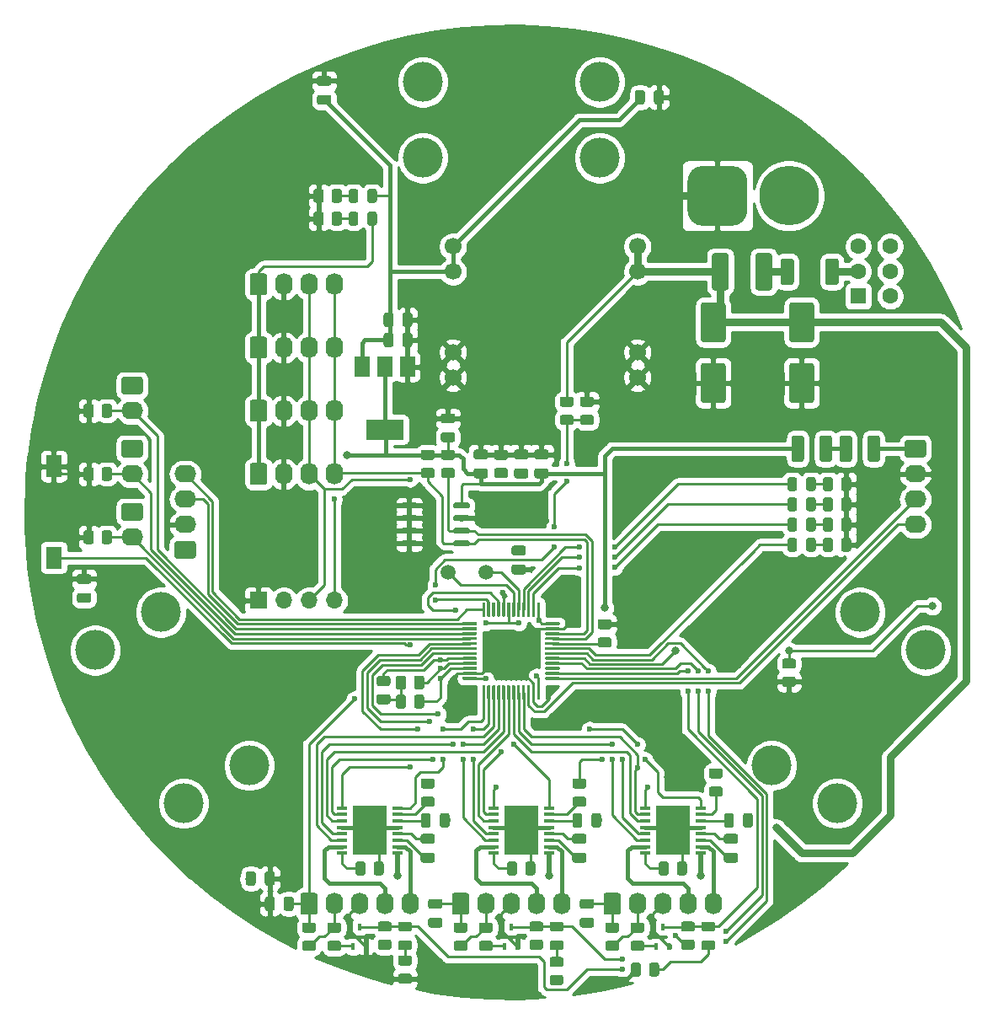
<source format=gbr>
%TF.GenerationSoftware,KiCad,Pcbnew,5.1.9-73d0e3b20d~88~ubuntu20.04.1*%
%TF.CreationDate,2021-03-24T22:26:07+08:00*%
%TF.ProjectId,elec-car,656c6563-2d63-4617-922e-6b696361645f,rev?*%
%TF.SameCoordinates,Original*%
%TF.FileFunction,Copper,L1,Top*%
%TF.FilePolarity,Positive*%
%FSLAX46Y46*%
G04 Gerber Fmt 4.6, Leading zero omitted, Abs format (unit mm)*
G04 Created by KiCad (PCBNEW 5.1.9-73d0e3b20d~88~ubuntu20.04.1) date 2021-03-24 22:26:07*
%MOMM*%
%LPD*%
G01*
G04 APERTURE LIST*
%TA.AperFunction,ComponentPad*%
%ADD10O,1.700000X1.700000*%
%TD*%
%TA.AperFunction,ComponentPad*%
%ADD11R,1.700000X1.700000*%
%TD*%
%TA.AperFunction,SMDPad,CuDef*%
%ADD12R,1.500000X2.000000*%
%TD*%
%TA.AperFunction,SMDPad,CuDef*%
%ADD13R,3.800000X2.000000*%
%TD*%
%TA.AperFunction,ComponentPad*%
%ADD14C,1.700000*%
%TD*%
%TA.AperFunction,ComponentPad*%
%ADD15C,1.600000*%
%TD*%
%TA.AperFunction,ComponentPad*%
%ADD16R,1.600000X1.600000*%
%TD*%
%TA.AperFunction,ComponentPad*%
%ADD17C,6.000000*%
%TD*%
%TA.AperFunction,ComponentPad*%
%ADD18C,1.500000*%
%TD*%
%TA.AperFunction,ComponentPad*%
%ADD19O,1.740000X2.190000*%
%TD*%
%TA.AperFunction,ComponentPad*%
%ADD20O,2.190000X1.740000*%
%TD*%
%TA.AperFunction,SMDPad,CuDef*%
%ADD21R,1.600000X2.180000*%
%TD*%
%TA.AperFunction,ComponentPad*%
%ADD22C,4.000000*%
%TD*%
%TA.AperFunction,ComponentPad*%
%ADD23C,0.600000*%
%TD*%
%TA.AperFunction,SMDPad,CuDef*%
%ADD24R,3.400000X5.000000*%
%TD*%
%TA.AperFunction,SMDPad,CuDef*%
%ADD25R,1.050000X0.450000*%
%TD*%
%TA.AperFunction,SMDPad,CuDef*%
%ADD26R,0.450000X0.700000*%
%TD*%
%TA.AperFunction,ViaPad*%
%ADD27C,0.600000*%
%TD*%
%TA.AperFunction,ViaPad*%
%ADD28C,0.800000*%
%TD*%
%TA.AperFunction,Conductor*%
%ADD29C,0.254000*%
%TD*%
%TA.AperFunction,Conductor*%
%ADD30C,0.381000*%
%TD*%
%TA.AperFunction,Conductor*%
%ADD31C,0.250000*%
%TD*%
%TA.AperFunction,Conductor*%
%ADD32C,0.762000*%
%TD*%
%TA.AperFunction,Conductor*%
%ADD33C,0.508000*%
%TD*%
%TA.AperFunction,Conductor*%
%ADD34C,0.100000*%
%TD*%
G04 APERTURE END LIST*
%TO.P,R38,2*%
%TO.N,Net-(R37-Pad1)*%
%TA.AperFunction,SMDPad,CuDef*%
G36*
G01*
X172269999Y-98190000D02*
X173170001Y-98190000D01*
G75*
G02*
X173420000Y-98439999I0J-249999D01*
G01*
X173420000Y-98965001D01*
G75*
G02*
X173170001Y-99215000I-249999J0D01*
G01*
X172269999Y-99215000D01*
G75*
G02*
X172020000Y-98965001I0J249999D01*
G01*
X172020000Y-98439999D01*
G75*
G02*
X172269999Y-98190000I249999J0D01*
G01*
G37*
%TD.AperFunction*%
%TO.P,R38,1*%
%TO.N,GND*%
%TA.AperFunction,SMDPad,CuDef*%
G36*
G01*
X172269999Y-96365000D02*
X173170001Y-96365000D01*
G75*
G02*
X173420000Y-96614999I0J-249999D01*
G01*
X173420000Y-97140001D01*
G75*
G02*
X173170001Y-97390000I-249999J0D01*
G01*
X172269999Y-97390000D01*
G75*
G02*
X172020000Y-97140001I0J249999D01*
G01*
X172020000Y-96614999D01*
G75*
G02*
X172269999Y-96365000I249999J0D01*
G01*
G37*
%TD.AperFunction*%
%TD*%
%TO.P,R37,2*%
%TO.N,+BATT*%
%TA.AperFunction,SMDPad,CuDef*%
G36*
G01*
X171138001Y-97390000D02*
X170237999Y-97390000D01*
G75*
G02*
X169988000Y-97140001I0J249999D01*
G01*
X169988000Y-96614999D01*
G75*
G02*
X170237999Y-96365000I249999J0D01*
G01*
X171138001Y-96365000D01*
G75*
G02*
X171388000Y-96614999I0J-249999D01*
G01*
X171388000Y-97140001D01*
G75*
G02*
X171138001Y-97390000I-249999J0D01*
G01*
G37*
%TD.AperFunction*%
%TO.P,R37,1*%
%TO.N,Net-(R37-Pad1)*%
%TA.AperFunction,SMDPad,CuDef*%
G36*
G01*
X171138001Y-99215000D02*
X170237999Y-99215000D01*
G75*
G02*
X169988000Y-98965001I0J249999D01*
G01*
X169988000Y-98439999D01*
G75*
G02*
X170237999Y-98190000I249999J0D01*
G01*
X171138001Y-98190000D01*
G75*
G02*
X171388000Y-98439999I0J-249999D01*
G01*
X171388000Y-98965001D01*
G75*
G02*
X171138001Y-99215000I-249999J0D01*
G01*
G37*
%TD.AperFunction*%
%TD*%
D10*
%TO.P,J14,4*%
%TO.N,/SDA*%
X147320000Y-116840000D03*
%TO.P,J14,3*%
%TO.N,/SCL*%
X144780000Y-116840000D03*
%TO.P,J14,2*%
%TO.N,VCC*%
X142240000Y-116840000D03*
D11*
%TO.P,J14,1*%
%TO.N,GND*%
X139700000Y-116840000D03*
%TD*%
%TO.P,R36,2*%
%TO.N,Net-(D17-Pad1)*%
%TA.AperFunction,SMDPad,CuDef*%
G36*
G01*
X197466000Y-104705999D02*
X197466000Y-105606001D01*
G75*
G02*
X197216001Y-105856000I-249999J0D01*
G01*
X196690999Y-105856000D01*
G75*
G02*
X196441000Y-105606001I0J249999D01*
G01*
X196441000Y-104705999D01*
G75*
G02*
X196690999Y-104456000I249999J0D01*
G01*
X197216001Y-104456000D01*
G75*
G02*
X197466000Y-104705999I0J-249999D01*
G01*
G37*
%TD.AperFunction*%
%TO.P,R36,1*%
%TO.N,GND*%
%TA.AperFunction,SMDPad,CuDef*%
G36*
G01*
X199291000Y-104705999D02*
X199291000Y-105606001D01*
G75*
G02*
X199041001Y-105856000I-249999J0D01*
G01*
X198515999Y-105856000D01*
G75*
G02*
X198266000Y-105606001I0J249999D01*
G01*
X198266000Y-104705999D01*
G75*
G02*
X198515999Y-104456000I249999J0D01*
G01*
X199041001Y-104456000D01*
G75*
G02*
X199291000Y-104705999I0J-249999D01*
G01*
G37*
%TD.AperFunction*%
%TD*%
%TO.P,D17,2*%
%TO.N,Net-(D17-Pad2)*%
%TA.AperFunction,SMDPad,CuDef*%
G36*
G01*
X193860000Y-104699750D02*
X193860000Y-105612250D01*
G75*
G02*
X193616250Y-105856000I-243750J0D01*
G01*
X193128750Y-105856000D01*
G75*
G02*
X192885000Y-105612250I0J243750D01*
G01*
X192885000Y-104699750D01*
G75*
G02*
X193128750Y-104456000I243750J0D01*
G01*
X193616250Y-104456000D01*
G75*
G02*
X193860000Y-104699750I0J-243750D01*
G01*
G37*
%TD.AperFunction*%
%TO.P,D17,1*%
%TO.N,Net-(D17-Pad1)*%
%TA.AperFunction,SMDPad,CuDef*%
G36*
G01*
X195735000Y-104699750D02*
X195735000Y-105612250D01*
G75*
G02*
X195491250Y-105856000I-243750J0D01*
G01*
X195003750Y-105856000D01*
G75*
G02*
X194760000Y-105612250I0J243750D01*
G01*
X194760000Y-104699750D01*
G75*
G02*
X195003750Y-104456000I243750J0D01*
G01*
X195491250Y-104456000D01*
G75*
G02*
X195735000Y-104699750I0J-243750D01*
G01*
G37*
%TD.AperFunction*%
%TD*%
%TO.P,R35,2*%
%TO.N,Net-(D16-Pad1)*%
%TA.AperFunction,SMDPad,CuDef*%
G36*
G01*
X147061500Y-76650001D02*
X147061500Y-75749999D01*
G75*
G02*
X147311499Y-75500000I249999J0D01*
G01*
X147836501Y-75500000D01*
G75*
G02*
X148086500Y-75749999I0J-249999D01*
G01*
X148086500Y-76650001D01*
G75*
G02*
X147836501Y-76900000I-249999J0D01*
G01*
X147311499Y-76900000D01*
G75*
G02*
X147061500Y-76650001I0J249999D01*
G01*
G37*
%TD.AperFunction*%
%TO.P,R35,1*%
%TO.N,GND*%
%TA.AperFunction,SMDPad,CuDef*%
G36*
G01*
X145236500Y-76650001D02*
X145236500Y-75749999D01*
G75*
G02*
X145486499Y-75500000I249999J0D01*
G01*
X146011501Y-75500000D01*
G75*
G02*
X146261500Y-75749999I0J-249999D01*
G01*
X146261500Y-76650001D01*
G75*
G02*
X146011501Y-76900000I-249999J0D01*
G01*
X145486499Y-76900000D01*
G75*
G02*
X145236500Y-76650001I0J249999D01*
G01*
G37*
%TD.AperFunction*%
%TD*%
%TO.P,R34,2*%
%TO.N,Net-(D15-Pad1)*%
%TA.AperFunction,SMDPad,CuDef*%
G36*
G01*
X147061500Y-78936001D02*
X147061500Y-78035999D01*
G75*
G02*
X147311499Y-77786000I249999J0D01*
G01*
X147836501Y-77786000D01*
G75*
G02*
X148086500Y-78035999I0J-249999D01*
G01*
X148086500Y-78936001D01*
G75*
G02*
X147836501Y-79186000I-249999J0D01*
G01*
X147311499Y-79186000D01*
G75*
G02*
X147061500Y-78936001I0J249999D01*
G01*
G37*
%TD.AperFunction*%
%TO.P,R34,1*%
%TO.N,GND*%
%TA.AperFunction,SMDPad,CuDef*%
G36*
G01*
X145236500Y-78936001D02*
X145236500Y-78035999D01*
G75*
G02*
X145486499Y-77786000I249999J0D01*
G01*
X146011501Y-77786000D01*
G75*
G02*
X146261500Y-78035999I0J-249999D01*
G01*
X146261500Y-78936001D01*
G75*
G02*
X146011501Y-79186000I-249999J0D01*
G01*
X145486499Y-79186000D01*
G75*
G02*
X145236500Y-78936001I0J249999D01*
G01*
G37*
%TD.AperFunction*%
%TD*%
%TO.P,R33,2*%
%TO.N,Net-(D14-Pad1)*%
%TA.AperFunction,SMDPad,CuDef*%
G36*
G01*
X197466000Y-110801999D02*
X197466000Y-111702001D01*
G75*
G02*
X197216001Y-111952000I-249999J0D01*
G01*
X196690999Y-111952000D01*
G75*
G02*
X196441000Y-111702001I0J249999D01*
G01*
X196441000Y-110801999D01*
G75*
G02*
X196690999Y-110552000I249999J0D01*
G01*
X197216001Y-110552000D01*
G75*
G02*
X197466000Y-110801999I0J-249999D01*
G01*
G37*
%TD.AperFunction*%
%TO.P,R33,1*%
%TO.N,GND*%
%TA.AperFunction,SMDPad,CuDef*%
G36*
G01*
X199291000Y-110801999D02*
X199291000Y-111702001D01*
G75*
G02*
X199041001Y-111952000I-249999J0D01*
G01*
X198515999Y-111952000D01*
G75*
G02*
X198266000Y-111702001I0J249999D01*
G01*
X198266000Y-110801999D01*
G75*
G02*
X198515999Y-110552000I249999J0D01*
G01*
X199041001Y-110552000D01*
G75*
G02*
X199291000Y-110801999I0J-249999D01*
G01*
G37*
%TD.AperFunction*%
%TD*%
%TO.P,R32,2*%
%TO.N,Net-(D13-Pad1)*%
%TA.AperFunction,SMDPad,CuDef*%
G36*
G01*
X197466000Y-106737999D02*
X197466000Y-107638001D01*
G75*
G02*
X197216001Y-107888000I-249999J0D01*
G01*
X196690999Y-107888000D01*
G75*
G02*
X196441000Y-107638001I0J249999D01*
G01*
X196441000Y-106737999D01*
G75*
G02*
X196690999Y-106488000I249999J0D01*
G01*
X197216001Y-106488000D01*
G75*
G02*
X197466000Y-106737999I0J-249999D01*
G01*
G37*
%TD.AperFunction*%
%TO.P,R32,1*%
%TO.N,GND*%
%TA.AperFunction,SMDPad,CuDef*%
G36*
G01*
X199291000Y-106737999D02*
X199291000Y-107638001D01*
G75*
G02*
X199041001Y-107888000I-249999J0D01*
G01*
X198515999Y-107888000D01*
G75*
G02*
X198266000Y-107638001I0J249999D01*
G01*
X198266000Y-106737999D01*
G75*
G02*
X198515999Y-106488000I249999J0D01*
G01*
X199041001Y-106488000D01*
G75*
G02*
X199291000Y-106737999I0J-249999D01*
G01*
G37*
%TD.AperFunction*%
%TD*%
%TO.P,R31,2*%
%TO.N,Net-(D12-Pad1)*%
%TA.AperFunction,SMDPad,CuDef*%
G36*
G01*
X197466000Y-108769999D02*
X197466000Y-109670001D01*
G75*
G02*
X197216001Y-109920000I-249999J0D01*
G01*
X196690999Y-109920000D01*
G75*
G02*
X196441000Y-109670001I0J249999D01*
G01*
X196441000Y-108769999D01*
G75*
G02*
X196690999Y-108520000I249999J0D01*
G01*
X197216001Y-108520000D01*
G75*
G02*
X197466000Y-108769999I0J-249999D01*
G01*
G37*
%TD.AperFunction*%
%TO.P,R31,1*%
%TO.N,GND*%
%TA.AperFunction,SMDPad,CuDef*%
G36*
G01*
X199291000Y-108769999D02*
X199291000Y-109670001D01*
G75*
G02*
X199041001Y-109920000I-249999J0D01*
G01*
X198515999Y-109920000D01*
G75*
G02*
X198266000Y-109670001I0J249999D01*
G01*
X198266000Y-108769999D01*
G75*
G02*
X198515999Y-108520000I249999J0D01*
G01*
X199041001Y-108520000D01*
G75*
G02*
X199291000Y-108769999I0J-249999D01*
G01*
G37*
%TD.AperFunction*%
%TD*%
%TO.P,D16,2*%
%TO.N,+5V*%
%TA.AperFunction,SMDPad,CuDef*%
G36*
G01*
X150642500Y-76656250D02*
X150642500Y-75743750D01*
G75*
G02*
X150886250Y-75500000I243750J0D01*
G01*
X151373750Y-75500000D01*
G75*
G02*
X151617500Y-75743750I0J-243750D01*
G01*
X151617500Y-76656250D01*
G75*
G02*
X151373750Y-76900000I-243750J0D01*
G01*
X150886250Y-76900000D01*
G75*
G02*
X150642500Y-76656250I0J243750D01*
G01*
G37*
%TD.AperFunction*%
%TO.P,D16,1*%
%TO.N,Net-(D16-Pad1)*%
%TA.AperFunction,SMDPad,CuDef*%
G36*
G01*
X148767500Y-76656250D02*
X148767500Y-75743750D01*
G75*
G02*
X149011250Y-75500000I243750J0D01*
G01*
X149498750Y-75500000D01*
G75*
G02*
X149742500Y-75743750I0J-243750D01*
G01*
X149742500Y-76656250D01*
G75*
G02*
X149498750Y-76900000I-243750J0D01*
G01*
X149011250Y-76900000D01*
G75*
G02*
X148767500Y-76656250I0J243750D01*
G01*
G37*
%TD.AperFunction*%
%TD*%
%TO.P,D15,2*%
%TO.N,VCC*%
%TA.AperFunction,SMDPad,CuDef*%
G36*
G01*
X150642500Y-78942250D02*
X150642500Y-78029750D01*
G75*
G02*
X150886250Y-77786000I243750J0D01*
G01*
X151373750Y-77786000D01*
G75*
G02*
X151617500Y-78029750I0J-243750D01*
G01*
X151617500Y-78942250D01*
G75*
G02*
X151373750Y-79186000I-243750J0D01*
G01*
X150886250Y-79186000D01*
G75*
G02*
X150642500Y-78942250I0J243750D01*
G01*
G37*
%TD.AperFunction*%
%TO.P,D15,1*%
%TO.N,Net-(D15-Pad1)*%
%TA.AperFunction,SMDPad,CuDef*%
G36*
G01*
X148767500Y-78942250D02*
X148767500Y-78029750D01*
G75*
G02*
X149011250Y-77786000I243750J0D01*
G01*
X149498750Y-77786000D01*
G75*
G02*
X149742500Y-78029750I0J-243750D01*
G01*
X149742500Y-78942250D01*
G75*
G02*
X149498750Y-79186000I-243750J0D01*
G01*
X149011250Y-79186000D01*
G75*
G02*
X148767500Y-78942250I0J243750D01*
G01*
G37*
%TD.AperFunction*%
%TD*%
%TO.P,D14,2*%
%TO.N,Net-(D14-Pad2)*%
%TA.AperFunction,SMDPad,CuDef*%
G36*
G01*
X193860000Y-110795750D02*
X193860000Y-111708250D01*
G75*
G02*
X193616250Y-111952000I-243750J0D01*
G01*
X193128750Y-111952000D01*
G75*
G02*
X192885000Y-111708250I0J243750D01*
G01*
X192885000Y-110795750D01*
G75*
G02*
X193128750Y-110552000I243750J0D01*
G01*
X193616250Y-110552000D01*
G75*
G02*
X193860000Y-110795750I0J-243750D01*
G01*
G37*
%TD.AperFunction*%
%TO.P,D14,1*%
%TO.N,Net-(D14-Pad1)*%
%TA.AperFunction,SMDPad,CuDef*%
G36*
G01*
X195735000Y-110795750D02*
X195735000Y-111708250D01*
G75*
G02*
X195491250Y-111952000I-243750J0D01*
G01*
X195003750Y-111952000D01*
G75*
G02*
X194760000Y-111708250I0J243750D01*
G01*
X194760000Y-110795750D01*
G75*
G02*
X195003750Y-110552000I243750J0D01*
G01*
X195491250Y-110552000D01*
G75*
G02*
X195735000Y-110795750I0J-243750D01*
G01*
G37*
%TD.AperFunction*%
%TD*%
%TO.P,D13,2*%
%TO.N,Net-(D13-Pad2)*%
%TA.AperFunction,SMDPad,CuDef*%
G36*
G01*
X193860000Y-106731750D02*
X193860000Y-107644250D01*
G75*
G02*
X193616250Y-107888000I-243750J0D01*
G01*
X193128750Y-107888000D01*
G75*
G02*
X192885000Y-107644250I0J243750D01*
G01*
X192885000Y-106731750D01*
G75*
G02*
X193128750Y-106488000I243750J0D01*
G01*
X193616250Y-106488000D01*
G75*
G02*
X193860000Y-106731750I0J-243750D01*
G01*
G37*
%TD.AperFunction*%
%TO.P,D13,1*%
%TO.N,Net-(D13-Pad1)*%
%TA.AperFunction,SMDPad,CuDef*%
G36*
G01*
X195735000Y-106731750D02*
X195735000Y-107644250D01*
G75*
G02*
X195491250Y-107888000I-243750J0D01*
G01*
X195003750Y-107888000D01*
G75*
G02*
X194760000Y-107644250I0J243750D01*
G01*
X194760000Y-106731750D01*
G75*
G02*
X195003750Y-106488000I243750J0D01*
G01*
X195491250Y-106488000D01*
G75*
G02*
X195735000Y-106731750I0J-243750D01*
G01*
G37*
%TD.AperFunction*%
%TD*%
%TO.P,D12,2*%
%TO.N,Net-(D12-Pad2)*%
%TA.AperFunction,SMDPad,CuDef*%
G36*
G01*
X193860000Y-108763750D02*
X193860000Y-109676250D01*
G75*
G02*
X193616250Y-109920000I-243750J0D01*
G01*
X193128750Y-109920000D01*
G75*
G02*
X192885000Y-109676250I0J243750D01*
G01*
X192885000Y-108763750D01*
G75*
G02*
X193128750Y-108520000I243750J0D01*
G01*
X193616250Y-108520000D01*
G75*
G02*
X193860000Y-108763750I0J-243750D01*
G01*
G37*
%TD.AperFunction*%
%TO.P,D12,1*%
%TO.N,Net-(D12-Pad1)*%
%TA.AperFunction,SMDPad,CuDef*%
G36*
G01*
X195735000Y-108763750D02*
X195735000Y-109676250D01*
G75*
G02*
X195491250Y-109920000I-243750J0D01*
G01*
X195003750Y-109920000D01*
G75*
G02*
X194760000Y-109676250I0J243750D01*
G01*
X194760000Y-108763750D01*
G75*
G02*
X195003750Y-108520000I243750J0D01*
G01*
X195491250Y-108520000D01*
G75*
G02*
X195735000Y-108763750I0J-243750D01*
G01*
G37*
%TD.AperFunction*%
%TD*%
%TO.P,R30,2*%
%TO.N,GND*%
%TA.AperFunction,SMDPad,CuDef*%
G36*
G01*
X192589999Y-124502500D02*
X193490001Y-124502500D01*
G75*
G02*
X193740000Y-124752499I0J-249999D01*
G01*
X193740000Y-125277501D01*
G75*
G02*
X193490001Y-125527500I-249999J0D01*
G01*
X192589999Y-125527500D01*
G75*
G02*
X192340000Y-125277501I0J249999D01*
G01*
X192340000Y-124752499D01*
G75*
G02*
X192589999Y-124502500I249999J0D01*
G01*
G37*
%TD.AperFunction*%
%TO.P,R30,1*%
%TO.N,/SPI_MOSI*%
%TA.AperFunction,SMDPad,CuDef*%
G36*
G01*
X192589999Y-122677500D02*
X193490001Y-122677500D01*
G75*
G02*
X193740000Y-122927499I0J-249999D01*
G01*
X193740000Y-123452501D01*
G75*
G02*
X193490001Y-123702500I-249999J0D01*
G01*
X192589999Y-123702500D01*
G75*
G02*
X192340000Y-123452501I0J249999D01*
G01*
X192340000Y-122927499D01*
G75*
G02*
X192589999Y-122677500I249999J0D01*
G01*
G37*
%TD.AperFunction*%
%TD*%
%TO.P,C39,2*%
%TO.N,GND*%
%TA.AperFunction,SMDPad,CuDef*%
G36*
G01*
X179454000Y-66769000D02*
X179454000Y-65819000D01*
G75*
G02*
X179704000Y-65569000I250000J0D01*
G01*
X180204000Y-65569000D01*
G75*
G02*
X180454000Y-65819000I0J-250000D01*
G01*
X180454000Y-66769000D01*
G75*
G02*
X180204000Y-67019000I-250000J0D01*
G01*
X179704000Y-67019000D01*
G75*
G02*
X179454000Y-66769000I0J250000D01*
G01*
G37*
%TD.AperFunction*%
%TO.P,C39,1*%
%TO.N,+5V*%
%TA.AperFunction,SMDPad,CuDef*%
G36*
G01*
X177554000Y-66769000D02*
X177554000Y-65819000D01*
G75*
G02*
X177804000Y-65569000I250000J0D01*
G01*
X178304000Y-65569000D01*
G75*
G02*
X178554000Y-65819000I0J-250000D01*
G01*
X178554000Y-66769000D01*
G75*
G02*
X178304000Y-67019000I-250000J0D01*
G01*
X177804000Y-67019000D01*
G75*
G02*
X177554000Y-66769000I0J250000D01*
G01*
G37*
%TD.AperFunction*%
%TD*%
%TO.P,C38,2*%
%TO.N,GND*%
%TA.AperFunction,SMDPad,CuDef*%
G36*
G01*
X146779000Y-65148000D02*
X145829000Y-65148000D01*
G75*
G02*
X145579000Y-64898000I0J250000D01*
G01*
X145579000Y-64398000D01*
G75*
G02*
X145829000Y-64148000I250000J0D01*
G01*
X146779000Y-64148000D01*
G75*
G02*
X147029000Y-64398000I0J-250000D01*
G01*
X147029000Y-64898000D01*
G75*
G02*
X146779000Y-65148000I-250000J0D01*
G01*
G37*
%TD.AperFunction*%
%TO.P,C38,1*%
%TO.N,+5V*%
%TA.AperFunction,SMDPad,CuDef*%
G36*
G01*
X146779000Y-67048000D02*
X145829000Y-67048000D01*
G75*
G02*
X145579000Y-66798000I0J250000D01*
G01*
X145579000Y-66298000D01*
G75*
G02*
X145829000Y-66048000I250000J0D01*
G01*
X146779000Y-66048000D01*
G75*
G02*
X147029000Y-66298000I0J-250000D01*
G01*
X147029000Y-66798000D01*
G75*
G02*
X146779000Y-67048000I-250000J0D01*
G01*
G37*
%TD.AperFunction*%
%TD*%
%TO.P,C35,2*%
%TO.N,GND*%
%TA.AperFunction,SMDPad,CuDef*%
G36*
G01*
X140338000Y-145255000D02*
X140338000Y-144305000D01*
G75*
G02*
X140588000Y-144055000I250000J0D01*
G01*
X141088000Y-144055000D01*
G75*
G02*
X141338000Y-144305000I0J-250000D01*
G01*
X141338000Y-145255000D01*
G75*
G02*
X141088000Y-145505000I-250000J0D01*
G01*
X140588000Y-145505000D01*
G75*
G02*
X140338000Y-145255000I0J250000D01*
G01*
G37*
%TD.AperFunction*%
%TO.P,C35,1*%
%TO.N,+5V*%
%TA.AperFunction,SMDPad,CuDef*%
G36*
G01*
X138438000Y-145255000D02*
X138438000Y-144305000D01*
G75*
G02*
X138688000Y-144055000I250000J0D01*
G01*
X139188000Y-144055000D01*
G75*
G02*
X139438000Y-144305000I0J-250000D01*
G01*
X139438000Y-145255000D01*
G75*
G02*
X139188000Y-145505000I-250000J0D01*
G01*
X138688000Y-145505000D01*
G75*
G02*
X138438000Y-145255000I0J250000D01*
G01*
G37*
%TD.AperFunction*%
%TD*%
%TO.P,C34,2*%
%TO.N,GND*%
%TA.AperFunction,SMDPad,CuDef*%
G36*
G01*
X122649000Y-115186000D02*
X121699000Y-115186000D01*
G75*
G02*
X121449000Y-114936000I0J250000D01*
G01*
X121449000Y-114436000D01*
G75*
G02*
X121699000Y-114186000I250000J0D01*
G01*
X122649000Y-114186000D01*
G75*
G02*
X122899000Y-114436000I0J-250000D01*
G01*
X122899000Y-114936000D01*
G75*
G02*
X122649000Y-115186000I-250000J0D01*
G01*
G37*
%TD.AperFunction*%
%TO.P,C34,1*%
%TO.N,+5V*%
%TA.AperFunction,SMDPad,CuDef*%
G36*
G01*
X122649000Y-117086000D02*
X121699000Y-117086000D01*
G75*
G02*
X121449000Y-116836000I0J250000D01*
G01*
X121449000Y-116336000D01*
G75*
G02*
X121699000Y-116086000I250000J0D01*
G01*
X122649000Y-116086000D01*
G75*
G02*
X122899000Y-116336000I0J-250000D01*
G01*
X122899000Y-116836000D01*
G75*
G02*
X122649000Y-117086000I-250000J0D01*
G01*
G37*
%TD.AperFunction*%
%TD*%
%TO.P,C33,2*%
%TO.N,GND*%
%TA.AperFunction,SMDPad,CuDef*%
G36*
G01*
X154186000Y-89121000D02*
X154186000Y-88171000D01*
G75*
G02*
X154436000Y-87921000I250000J0D01*
G01*
X154936000Y-87921000D01*
G75*
G02*
X155186000Y-88171000I0J-250000D01*
G01*
X155186000Y-89121000D01*
G75*
G02*
X154936000Y-89371000I-250000J0D01*
G01*
X154436000Y-89371000D01*
G75*
G02*
X154186000Y-89121000I0J250000D01*
G01*
G37*
%TD.AperFunction*%
%TO.P,C33,1*%
%TO.N,+5V*%
%TA.AperFunction,SMDPad,CuDef*%
G36*
G01*
X152286000Y-89121000D02*
X152286000Y-88171000D01*
G75*
G02*
X152536000Y-87921000I250000J0D01*
G01*
X153036000Y-87921000D01*
G75*
G02*
X153286000Y-88171000I0J-250000D01*
G01*
X153286000Y-89121000D01*
G75*
G02*
X153036000Y-89371000I-250000J0D01*
G01*
X152536000Y-89371000D01*
G75*
G02*
X152286000Y-89121000I0J250000D01*
G01*
G37*
%TD.AperFunction*%
%TD*%
D12*
%TO.P,U8,1*%
%TO.N,GND*%
X154700000Y-93370000D03*
%TO.P,U8,3*%
%TO.N,+5V*%
X150100000Y-93370000D03*
%TO.P,U8,2*%
%TO.N,VCC*%
X152400000Y-93370000D03*
D13*
X152400000Y-99670000D03*
%TD*%
%TO.P,C32,2*%
%TO.N,GND*%
%TA.AperFunction,SMDPad,CuDef*%
G36*
G01*
X159225000Y-99052000D02*
X158275000Y-99052000D01*
G75*
G02*
X158025000Y-98802000I0J250000D01*
G01*
X158025000Y-98302000D01*
G75*
G02*
X158275000Y-98052000I250000J0D01*
G01*
X159225000Y-98052000D01*
G75*
G02*
X159475000Y-98302000I0J-250000D01*
G01*
X159475000Y-98802000D01*
G75*
G02*
X159225000Y-99052000I-250000J0D01*
G01*
G37*
%TD.AperFunction*%
%TO.P,C32,1*%
%TO.N,VCC*%
%TA.AperFunction,SMDPad,CuDef*%
G36*
G01*
X159225000Y-100952000D02*
X158275000Y-100952000D01*
G75*
G02*
X158025000Y-100702000I0J250000D01*
G01*
X158025000Y-100202000D01*
G75*
G02*
X158275000Y-99952000I250000J0D01*
G01*
X159225000Y-99952000D01*
G75*
G02*
X159475000Y-100202000I0J-250000D01*
G01*
X159475000Y-100702000D01*
G75*
G02*
X159225000Y-100952000I-250000J0D01*
G01*
G37*
%TD.AperFunction*%
%TD*%
%TO.P,C31,2*%
%TO.N,GND*%
%TA.AperFunction,SMDPad,CuDef*%
G36*
G01*
X154186000Y-91153000D02*
X154186000Y-90203000D01*
G75*
G02*
X154436000Y-89953000I250000J0D01*
G01*
X154936000Y-89953000D01*
G75*
G02*
X155186000Y-90203000I0J-250000D01*
G01*
X155186000Y-91153000D01*
G75*
G02*
X154936000Y-91403000I-250000J0D01*
G01*
X154436000Y-91403000D01*
G75*
G02*
X154186000Y-91153000I0J250000D01*
G01*
G37*
%TD.AperFunction*%
%TO.P,C31,1*%
%TO.N,+5V*%
%TA.AperFunction,SMDPad,CuDef*%
G36*
G01*
X152286000Y-91153000D02*
X152286000Y-90203000D01*
G75*
G02*
X152536000Y-89953000I250000J0D01*
G01*
X153036000Y-89953000D01*
G75*
G02*
X153286000Y-90203000I0J-250000D01*
G01*
X153286000Y-91153000D01*
G75*
G02*
X153036000Y-91403000I-250000J0D01*
G01*
X152536000Y-91403000D01*
G75*
G02*
X152286000Y-91153000I0J250000D01*
G01*
G37*
%TD.AperFunction*%
%TD*%
%TO.P,C30,2*%
%TO.N,VCC*%
%TA.AperFunction,SMDPad,CuDef*%
G36*
G01*
X157955000Y-147820000D02*
X157005000Y-147820000D01*
G75*
G02*
X156755000Y-147570000I0J250000D01*
G01*
X156755000Y-147070000D01*
G75*
G02*
X157005000Y-146820000I250000J0D01*
G01*
X157955000Y-146820000D01*
G75*
G02*
X158205000Y-147070000I0J-250000D01*
G01*
X158205000Y-147570000D01*
G75*
G02*
X157955000Y-147820000I-250000J0D01*
G01*
G37*
%TD.AperFunction*%
%TO.P,C30,1*%
%TO.N,GND*%
%TA.AperFunction,SMDPad,CuDef*%
G36*
G01*
X157955000Y-149720000D02*
X157005000Y-149720000D01*
G75*
G02*
X156755000Y-149470000I0J250000D01*
G01*
X156755000Y-148970000D01*
G75*
G02*
X157005000Y-148720000I250000J0D01*
G01*
X157955000Y-148720000D01*
G75*
G02*
X158205000Y-148970000I0J-250000D01*
G01*
X158205000Y-149470000D01*
G75*
G02*
X157955000Y-149720000I-250000J0D01*
G01*
G37*
%TD.AperFunction*%
%TD*%
%TO.P,C29,2*%
%TO.N,VCC*%
%TA.AperFunction,SMDPad,CuDef*%
G36*
G01*
X173195000Y-147820000D02*
X172245000Y-147820000D01*
G75*
G02*
X171995000Y-147570000I0J250000D01*
G01*
X171995000Y-147070000D01*
G75*
G02*
X172245000Y-146820000I250000J0D01*
G01*
X173195000Y-146820000D01*
G75*
G02*
X173445000Y-147070000I0J-250000D01*
G01*
X173445000Y-147570000D01*
G75*
G02*
X173195000Y-147820000I-250000J0D01*
G01*
G37*
%TD.AperFunction*%
%TO.P,C29,1*%
%TO.N,GND*%
%TA.AperFunction,SMDPad,CuDef*%
G36*
G01*
X173195000Y-149720000D02*
X172245000Y-149720000D01*
G75*
G02*
X171995000Y-149470000I0J250000D01*
G01*
X171995000Y-148970000D01*
G75*
G02*
X172245000Y-148720000I250000J0D01*
G01*
X173195000Y-148720000D01*
G75*
G02*
X173445000Y-148970000I0J-250000D01*
G01*
X173445000Y-149470000D01*
G75*
G02*
X173195000Y-149720000I-250000J0D01*
G01*
G37*
%TD.AperFunction*%
%TD*%
%TO.P,C28,2*%
%TO.N,VCC*%
%TA.AperFunction,SMDPad,CuDef*%
G36*
G01*
X142248000Y-147795000D02*
X142248000Y-146845000D01*
G75*
G02*
X142498000Y-146595000I250000J0D01*
G01*
X142998000Y-146595000D01*
G75*
G02*
X143248000Y-146845000I0J-250000D01*
G01*
X143248000Y-147795000D01*
G75*
G02*
X142998000Y-148045000I-250000J0D01*
G01*
X142498000Y-148045000D01*
G75*
G02*
X142248000Y-147795000I0J250000D01*
G01*
G37*
%TD.AperFunction*%
%TO.P,C28,1*%
%TO.N,GND*%
%TA.AperFunction,SMDPad,CuDef*%
G36*
G01*
X140348000Y-147795000D02*
X140348000Y-146845000D01*
G75*
G02*
X140598000Y-146595000I250000J0D01*
G01*
X141098000Y-146595000D01*
G75*
G02*
X141348000Y-146845000I0J-250000D01*
G01*
X141348000Y-147795000D01*
G75*
G02*
X141098000Y-148045000I-250000J0D01*
G01*
X140598000Y-148045000D01*
G75*
G02*
X140348000Y-147795000I0J250000D01*
G01*
G37*
%TD.AperFunction*%
%TD*%
D14*
%TO.P,U7,8*%
%TO.N,GND*%
X159258000Y-94488000D03*
%TO.P,U7,7*%
X159258000Y-91948000D03*
%TO.P,U7,6*%
%TO.N,+5V*%
X159258000Y-83820000D03*
%TO.P,U7,5*%
X159258000Y-81280000D03*
%TO.P,U7,4*%
%TO.N,GND*%
X177800000Y-94488000D03*
%TO.P,U7,3*%
X177800000Y-91948000D03*
%TO.P,U7,2*%
%TO.N,+BATT*%
X177800000Y-83820000D03*
%TO.P,U7,1*%
X177800000Y-81280000D03*
%TD*%
D15*
%TO.P,SW2,6*%
%TO.N,N/C*%
X203200000Y-81280000D03*
%TO.P,SW2,5*%
X203200000Y-83780000D03*
%TO.P,SW2,4*%
X203200000Y-86280000D03*
%TO.P,SW2,3*%
%TO.N,Net-(J13-Pad2)*%
X200000000Y-81280000D03*
%TO.P,SW2,2*%
%TO.N,Net-(F2-Pad2)*%
X200000000Y-83780000D03*
D16*
%TO.P,SW2,1*%
%TO.N,N/C*%
X200000000Y-86280000D03*
%TD*%
%TO.P,J13,1*%
%TO.N,GND*%
%TA.AperFunction,ComponentPad*%
G36*
G01*
X182840000Y-77700000D02*
X182840000Y-74700000D01*
G75*
G02*
X184340000Y-73200000I1500000J0D01*
G01*
X187340000Y-73200000D01*
G75*
G02*
X188840000Y-74700000I0J-1500000D01*
G01*
X188840000Y-77700000D01*
G75*
G02*
X187340000Y-79200000I-1500000J0D01*
G01*
X184340000Y-79200000D01*
G75*
G02*
X182840000Y-77700000I0J1500000D01*
G01*
G37*
%TD.AperFunction*%
D17*
%TO.P,J13,2*%
%TO.N,Net-(J13-Pad2)*%
X193040000Y-76200000D03*
%TD*%
%TO.P,F2,2*%
%TO.N,Net-(F2-Pad2)*%
%TA.AperFunction,SMDPad,CuDef*%
G36*
G01*
X196683000Y-84895001D02*
X196683000Y-82744999D01*
G75*
G02*
X196932999Y-82495000I249999J0D01*
G01*
X197783001Y-82495000D01*
G75*
G02*
X198033000Y-82744999I0J-249999D01*
G01*
X198033000Y-84895001D01*
G75*
G02*
X197783001Y-85145000I-249999J0D01*
G01*
X196932999Y-85145000D01*
G75*
G02*
X196683000Y-84895001I0J249999D01*
G01*
G37*
%TD.AperFunction*%
%TO.P,F2,1*%
%TO.N,Net-(D5-Pad2)*%
%TA.AperFunction,SMDPad,CuDef*%
G36*
G01*
X192183000Y-84895001D02*
X192183000Y-82744999D01*
G75*
G02*
X192432999Y-82495000I249999J0D01*
G01*
X193283001Y-82495000D01*
G75*
G02*
X193533000Y-82744999I0J-249999D01*
G01*
X193533000Y-84895001D01*
G75*
G02*
X193283001Y-85145000I-249999J0D01*
G01*
X192432999Y-85145000D01*
G75*
G02*
X192183000Y-84895001I0J249999D01*
G01*
G37*
%TD.AperFunction*%
%TD*%
%TO.P,D5,2*%
%TO.N,Net-(D5-Pad2)*%
%TA.AperFunction,SMDPad,CuDef*%
G36*
G01*
X189662500Y-85445000D02*
X189662500Y-82195000D01*
G75*
G02*
X189912500Y-81945000I250000J0D01*
G01*
X191087500Y-81945000D01*
G75*
G02*
X191337500Y-82195000I0J-250000D01*
G01*
X191337500Y-85445000D01*
G75*
G02*
X191087500Y-85695000I-250000J0D01*
G01*
X189912500Y-85695000D01*
G75*
G02*
X189662500Y-85445000I0J250000D01*
G01*
G37*
%TD.AperFunction*%
%TO.P,D5,1*%
%TO.N,+BATT*%
%TA.AperFunction,SMDPad,CuDef*%
G36*
G01*
X185287500Y-85445000D02*
X185287500Y-82195000D01*
G75*
G02*
X185537500Y-81945000I250000J0D01*
G01*
X186712500Y-81945000D01*
G75*
G02*
X186962500Y-82195000I0J-250000D01*
G01*
X186962500Y-85445000D01*
G75*
G02*
X186712500Y-85695000I-250000J0D01*
G01*
X185537500Y-85695000D01*
G75*
G02*
X185287500Y-85445000I0J250000D01*
G01*
G37*
%TD.AperFunction*%
%TD*%
%TO.P,C27,2*%
%TO.N,GND*%
%TA.AperFunction,SMDPad,CuDef*%
G36*
G01*
X193310000Y-93000000D02*
X195310000Y-93000000D01*
G75*
G02*
X195560000Y-93250000I0J-250000D01*
G01*
X195560000Y-96750000D01*
G75*
G02*
X195310000Y-97000000I-250000J0D01*
G01*
X193310000Y-97000000D01*
G75*
G02*
X193060000Y-96750000I0J250000D01*
G01*
X193060000Y-93250000D01*
G75*
G02*
X193310000Y-93000000I250000J0D01*
G01*
G37*
%TD.AperFunction*%
%TO.P,C27,1*%
%TO.N,+BATT*%
%TA.AperFunction,SMDPad,CuDef*%
G36*
G01*
X193310000Y-86900000D02*
X195310000Y-86900000D01*
G75*
G02*
X195560000Y-87150000I0J-250000D01*
G01*
X195560000Y-90650000D01*
G75*
G02*
X195310000Y-90900000I-250000J0D01*
G01*
X193310000Y-90900000D01*
G75*
G02*
X193060000Y-90650000I0J250000D01*
G01*
X193060000Y-87150000D01*
G75*
G02*
X193310000Y-86900000I250000J0D01*
G01*
G37*
%TD.AperFunction*%
%TD*%
%TO.P,C26,2*%
%TO.N,GND*%
%TA.AperFunction,SMDPad,CuDef*%
G36*
G01*
X184420000Y-93000000D02*
X186420000Y-93000000D01*
G75*
G02*
X186670000Y-93250000I0J-250000D01*
G01*
X186670000Y-96750000D01*
G75*
G02*
X186420000Y-97000000I-250000J0D01*
G01*
X184420000Y-97000000D01*
G75*
G02*
X184170000Y-96750000I0J250000D01*
G01*
X184170000Y-93250000D01*
G75*
G02*
X184420000Y-93000000I250000J0D01*
G01*
G37*
%TD.AperFunction*%
%TO.P,C26,1*%
%TO.N,+BATT*%
%TA.AperFunction,SMDPad,CuDef*%
G36*
G01*
X184420000Y-86900000D02*
X186420000Y-86900000D01*
G75*
G02*
X186670000Y-87150000I0J-250000D01*
G01*
X186670000Y-90650000D01*
G75*
G02*
X186420000Y-90900000I-250000J0D01*
G01*
X184420000Y-90900000D01*
G75*
G02*
X184170000Y-90650000I0J250000D01*
G01*
X184170000Y-87150000D01*
G75*
G02*
X184420000Y-86900000I250000J0D01*
G01*
G37*
%TD.AperFunction*%
%TD*%
D18*
%TO.P,Y1,2*%
%TO.N,/OSC_IN*%
X162560000Y-114046000D03*
%TO.P,Y1,1*%
%TO.N,/OSC_OUT*%
X158760000Y-114046000D03*
%TD*%
%TO.P,R29,2*%
%TO.N,/BOOT0*%
%TA.AperFunction,SMDPad,CuDef*%
G36*
G01*
X174047999Y-120542000D02*
X174948001Y-120542000D01*
G75*
G02*
X175198000Y-120791999I0J-249999D01*
G01*
X175198000Y-121317001D01*
G75*
G02*
X174948001Y-121567000I-249999J0D01*
G01*
X174047999Y-121567000D01*
G75*
G02*
X173798000Y-121317001I0J249999D01*
G01*
X173798000Y-120791999D01*
G75*
G02*
X174047999Y-120542000I249999J0D01*
G01*
G37*
%TD.AperFunction*%
%TO.P,R29,1*%
%TO.N,GND*%
%TA.AperFunction,SMDPad,CuDef*%
G36*
G01*
X174047999Y-118717000D02*
X174948001Y-118717000D01*
G75*
G02*
X175198000Y-118966999I0J-249999D01*
G01*
X175198000Y-119492001D01*
G75*
G02*
X174948001Y-119742000I-249999J0D01*
G01*
X174047999Y-119742000D01*
G75*
G02*
X173798000Y-119492001I0J249999D01*
G01*
X173798000Y-118966999D01*
G75*
G02*
X174047999Y-118717000I249999J0D01*
G01*
G37*
%TD.AperFunction*%
%TD*%
D19*
%TO.P,J12,4*%
%TO.N,/SDA*%
X147320000Y-85090000D03*
%TO.P,J12,3*%
%TO.N,/SCL*%
X144780000Y-85090000D03*
%TO.P,J12,2*%
%TO.N,GND*%
X142240000Y-85090000D03*
%TO.P,J12,1*%
%TO.N,VCC*%
%TA.AperFunction,ComponentPad*%
G36*
G01*
X138830000Y-85935001D02*
X138830000Y-84244999D01*
G75*
G02*
X139079999Y-83995000I249999J0D01*
G01*
X140320001Y-83995000D01*
G75*
G02*
X140570000Y-84244999I0J-249999D01*
G01*
X140570000Y-85935001D01*
G75*
G02*
X140320001Y-86185000I-249999J0D01*
G01*
X139079999Y-86185000D01*
G75*
G02*
X138830000Y-85935001I0J249999D01*
G01*
G37*
%TD.AperFunction*%
%TD*%
%TO.P,J11,4*%
%TO.N,/SDA*%
X147320000Y-104140000D03*
%TO.P,J11,3*%
%TO.N,/SCL*%
X144780000Y-104140000D03*
%TO.P,J11,2*%
%TO.N,GND*%
X142240000Y-104140000D03*
%TO.P,J11,1*%
%TO.N,VCC*%
%TA.AperFunction,ComponentPad*%
G36*
G01*
X138830000Y-104985001D02*
X138830000Y-103294999D01*
G75*
G02*
X139079999Y-103045000I249999J0D01*
G01*
X140320001Y-103045000D01*
G75*
G02*
X140570000Y-103294999I0J-249999D01*
G01*
X140570000Y-104985001D01*
G75*
G02*
X140320001Y-105235000I-249999J0D01*
G01*
X139079999Y-105235000D01*
G75*
G02*
X138830000Y-104985001I0J249999D01*
G01*
G37*
%TD.AperFunction*%
%TD*%
%TO.P,J10,4*%
%TO.N,/SDA*%
X147320000Y-97790000D03*
%TO.P,J10,3*%
%TO.N,/SCL*%
X144780000Y-97790000D03*
%TO.P,J10,2*%
%TO.N,GND*%
X142240000Y-97790000D03*
%TO.P,J10,1*%
%TO.N,VCC*%
%TA.AperFunction,ComponentPad*%
G36*
G01*
X138830000Y-98635001D02*
X138830000Y-96944999D01*
G75*
G02*
X139079999Y-96695000I249999J0D01*
G01*
X140320001Y-96695000D01*
G75*
G02*
X140570000Y-96944999I0J-249999D01*
G01*
X140570000Y-98635001D01*
G75*
G02*
X140320001Y-98885000I-249999J0D01*
G01*
X139079999Y-98885000D01*
G75*
G02*
X138830000Y-98635001I0J249999D01*
G01*
G37*
%TD.AperFunction*%
%TD*%
%TO.P,J9,4*%
%TO.N,/SDA*%
X147320000Y-91440000D03*
%TO.P,J9,3*%
%TO.N,/SCL*%
X144780000Y-91440000D03*
%TO.P,J9,2*%
%TO.N,GND*%
X142240000Y-91440000D03*
%TO.P,J9,1*%
%TO.N,VCC*%
%TA.AperFunction,ComponentPad*%
G36*
G01*
X138830000Y-92285001D02*
X138830000Y-90594999D01*
G75*
G02*
X139079999Y-90345000I249999J0D01*
G01*
X140320001Y-90345000D01*
G75*
G02*
X140570000Y-90594999I0J-249999D01*
G01*
X140570000Y-92285001D01*
G75*
G02*
X140320001Y-92535000I-249999J0D01*
G01*
X139079999Y-92535000D01*
G75*
G02*
X138830000Y-92285001I0J249999D01*
G01*
G37*
%TD.AperFunction*%
%TD*%
D20*
%TO.P,J2,4*%
%TO.N,/TX*%
X132334000Y-104140000D03*
%TO.P,J2,3*%
%TO.N,/RX*%
X132334000Y-106680000D03*
%TO.P,J2,2*%
%TO.N,GND*%
X132334000Y-109220000D03*
%TO.P,J2,1*%
%TO.N,VCC*%
%TA.AperFunction,ComponentPad*%
G36*
G01*
X133179001Y-112630000D02*
X131488999Y-112630000D01*
G75*
G02*
X131239000Y-112380001I0J249999D01*
G01*
X131239000Y-111139999D01*
G75*
G02*
X131488999Y-110890000I249999J0D01*
G01*
X133179001Y-110890000D01*
G75*
G02*
X133429000Y-111139999I0J-249999D01*
G01*
X133429000Y-112380001D01*
G75*
G02*
X133179001Y-112630000I-249999J0D01*
G01*
G37*
%TD.AperFunction*%
%TD*%
%TO.P,F1,2*%
%TO.N,VCC*%
%TA.AperFunction,SMDPad,CuDef*%
G36*
G01*
X194551000Y-100525000D02*
X194551000Y-102675000D01*
G75*
G02*
X194301000Y-102925000I-250000J0D01*
G01*
X193551000Y-102925000D01*
G75*
G02*
X193301000Y-102675000I0J250000D01*
G01*
X193301000Y-100525000D01*
G75*
G02*
X193551000Y-100275000I250000J0D01*
G01*
X194301000Y-100275000D01*
G75*
G02*
X194551000Y-100525000I0J-250000D01*
G01*
G37*
%TD.AperFunction*%
%TO.P,F1,1*%
%TO.N,Net-(D1-Pad1)*%
%TA.AperFunction,SMDPad,CuDef*%
G36*
G01*
X197351000Y-100525000D02*
X197351000Y-102675000D01*
G75*
G02*
X197101000Y-102925000I-250000J0D01*
G01*
X196351000Y-102925000D01*
G75*
G02*
X196101000Y-102675000I0J250000D01*
G01*
X196101000Y-100525000D01*
G75*
G02*
X196351000Y-100275000I250000J0D01*
G01*
X197101000Y-100275000D01*
G75*
G02*
X197351000Y-100525000I0J-250000D01*
G01*
G37*
%TD.AperFunction*%
%TD*%
%TO.P,D1,2*%
%TO.N,Net-(D1-Pad2)*%
%TA.AperFunction,SMDPad,CuDef*%
G36*
G01*
X200927000Y-102675000D02*
X200927000Y-100525000D01*
G75*
G02*
X201177000Y-100275000I250000J0D01*
G01*
X201927000Y-100275000D01*
G75*
G02*
X202177000Y-100525000I0J-250000D01*
G01*
X202177000Y-102675000D01*
G75*
G02*
X201927000Y-102925000I-250000J0D01*
G01*
X201177000Y-102925000D01*
G75*
G02*
X200927000Y-102675000I0J250000D01*
G01*
G37*
%TD.AperFunction*%
%TO.P,D1,1*%
%TO.N,Net-(D1-Pad1)*%
%TA.AperFunction,SMDPad,CuDef*%
G36*
G01*
X198127000Y-102675000D02*
X198127000Y-100525000D01*
G75*
G02*
X198377000Y-100275000I250000J0D01*
G01*
X199127000Y-100275000D01*
G75*
G02*
X199377000Y-100525000I0J-250000D01*
G01*
X199377000Y-102675000D01*
G75*
G02*
X199127000Y-102925000I-250000J0D01*
G01*
X198377000Y-102925000D01*
G75*
G02*
X198127000Y-102675000I0J250000D01*
G01*
G37*
%TD.AperFunction*%
%TD*%
%TO.P,J1,4*%
%TO.N,/SWDIO*%
X205740000Y-109220000D03*
%TO.P,J1,3*%
%TO.N,/SWCLK*%
X205740000Y-106680000D03*
%TO.P,J1,2*%
%TO.N,GND*%
X205740000Y-104140000D03*
%TO.P,J1,1*%
%TO.N,Net-(D1-Pad2)*%
%TA.AperFunction,ComponentPad*%
G36*
G01*
X204894999Y-100730000D02*
X206585001Y-100730000D01*
G75*
G02*
X206835000Y-100979999I0J-249999D01*
G01*
X206835000Y-102220001D01*
G75*
G02*
X206585001Y-102470000I-249999J0D01*
G01*
X204894999Y-102470000D01*
G75*
G02*
X204645000Y-102220001I0J249999D01*
G01*
X204645000Y-100979999D01*
G75*
G02*
X204894999Y-100730000I249999J0D01*
G01*
G37*
%TD.AperFunction*%
%TD*%
D21*
%TO.P,SW1,2*%
%TO.N,Net-(C12-Pad1)*%
X119126000Y-112540000D03*
%TO.P,SW1,1*%
%TO.N,GND*%
X119126000Y-103360000D03*
%TD*%
%TO.P,U3,8*%
%TO.N,VCC*%
%TA.AperFunction,SMDPad,CuDef*%
G36*
G01*
X159280000Y-107465000D02*
X159280000Y-107165000D01*
G75*
G02*
X159430000Y-107015000I150000J0D01*
G01*
X160780000Y-107015000D01*
G75*
G02*
X160930000Y-107165000I0J-150000D01*
G01*
X160930000Y-107465000D01*
G75*
G02*
X160780000Y-107615000I-150000J0D01*
G01*
X159430000Y-107615000D01*
G75*
G02*
X159280000Y-107465000I0J150000D01*
G01*
G37*
%TD.AperFunction*%
%TO.P,U3,7*%
%TO.N,GND*%
%TA.AperFunction,SMDPad,CuDef*%
G36*
G01*
X159280000Y-108735000D02*
X159280000Y-108435000D01*
G75*
G02*
X159430000Y-108285000I150000J0D01*
G01*
X160780000Y-108285000D01*
G75*
G02*
X160930000Y-108435000I0J-150000D01*
G01*
X160930000Y-108735000D01*
G75*
G02*
X160780000Y-108885000I-150000J0D01*
G01*
X159430000Y-108885000D01*
G75*
G02*
X159280000Y-108735000I0J150000D01*
G01*
G37*
%TD.AperFunction*%
%TO.P,U3,6*%
%TO.N,/SCL*%
%TA.AperFunction,SMDPad,CuDef*%
G36*
G01*
X159280000Y-110005000D02*
X159280000Y-109705000D01*
G75*
G02*
X159430000Y-109555000I150000J0D01*
G01*
X160780000Y-109555000D01*
G75*
G02*
X160930000Y-109705000I0J-150000D01*
G01*
X160930000Y-110005000D01*
G75*
G02*
X160780000Y-110155000I-150000J0D01*
G01*
X159430000Y-110155000D01*
G75*
G02*
X159280000Y-110005000I0J150000D01*
G01*
G37*
%TD.AperFunction*%
%TO.P,U3,5*%
%TO.N,/SDA*%
%TA.AperFunction,SMDPad,CuDef*%
G36*
G01*
X159280000Y-111275000D02*
X159280000Y-110975000D01*
G75*
G02*
X159430000Y-110825000I150000J0D01*
G01*
X160780000Y-110825000D01*
G75*
G02*
X160930000Y-110975000I0J-150000D01*
G01*
X160930000Y-111275000D01*
G75*
G02*
X160780000Y-111425000I-150000J0D01*
G01*
X159430000Y-111425000D01*
G75*
G02*
X159280000Y-111275000I0J150000D01*
G01*
G37*
%TD.AperFunction*%
%TO.P,U3,4*%
%TO.N,GND*%
%TA.AperFunction,SMDPad,CuDef*%
G36*
G01*
X154030000Y-111275000D02*
X154030000Y-110975000D01*
G75*
G02*
X154180000Y-110825000I150000J0D01*
G01*
X155530000Y-110825000D01*
G75*
G02*
X155680000Y-110975000I0J-150000D01*
G01*
X155680000Y-111275000D01*
G75*
G02*
X155530000Y-111425000I-150000J0D01*
G01*
X154180000Y-111425000D01*
G75*
G02*
X154030000Y-111275000I0J150000D01*
G01*
G37*
%TD.AperFunction*%
%TO.P,U3,3*%
%TA.AperFunction,SMDPad,CuDef*%
G36*
G01*
X154030000Y-110005000D02*
X154030000Y-109705000D01*
G75*
G02*
X154180000Y-109555000I150000J0D01*
G01*
X155530000Y-109555000D01*
G75*
G02*
X155680000Y-109705000I0J-150000D01*
G01*
X155680000Y-110005000D01*
G75*
G02*
X155530000Y-110155000I-150000J0D01*
G01*
X154180000Y-110155000D01*
G75*
G02*
X154030000Y-110005000I0J150000D01*
G01*
G37*
%TD.AperFunction*%
%TO.P,U3,2*%
%TA.AperFunction,SMDPad,CuDef*%
G36*
G01*
X154030000Y-108735000D02*
X154030000Y-108435000D01*
G75*
G02*
X154180000Y-108285000I150000J0D01*
G01*
X155530000Y-108285000D01*
G75*
G02*
X155680000Y-108435000I0J-150000D01*
G01*
X155680000Y-108735000D01*
G75*
G02*
X155530000Y-108885000I-150000J0D01*
G01*
X154180000Y-108885000D01*
G75*
G02*
X154030000Y-108735000I0J150000D01*
G01*
G37*
%TD.AperFunction*%
%TO.P,U3,1*%
%TA.AperFunction,SMDPad,CuDef*%
G36*
G01*
X154030000Y-107465000D02*
X154030000Y-107165000D01*
G75*
G02*
X154180000Y-107015000I150000J0D01*
G01*
X155530000Y-107015000D01*
G75*
G02*
X155680000Y-107165000I0J-150000D01*
G01*
X155680000Y-107465000D01*
G75*
G02*
X155530000Y-107615000I-150000J0D01*
G01*
X154180000Y-107615000D01*
G75*
G02*
X154030000Y-107465000I0J150000D01*
G01*
G37*
%TD.AperFunction*%
%TD*%
%TO.P,R3,2*%
%TO.N,VCC*%
%TA.AperFunction,SMDPad,CuDef*%
G36*
G01*
X157168001Y-102724000D02*
X156267999Y-102724000D01*
G75*
G02*
X156018000Y-102474001I0J249999D01*
G01*
X156018000Y-101948999D01*
G75*
G02*
X156267999Y-101699000I249999J0D01*
G01*
X157168001Y-101699000D01*
G75*
G02*
X157418000Y-101948999I0J-249999D01*
G01*
X157418000Y-102474001D01*
G75*
G02*
X157168001Y-102724000I-249999J0D01*
G01*
G37*
%TD.AperFunction*%
%TO.P,R3,1*%
%TO.N,/SDA*%
%TA.AperFunction,SMDPad,CuDef*%
G36*
G01*
X157168001Y-104549000D02*
X156267999Y-104549000D01*
G75*
G02*
X156018000Y-104299001I0J249999D01*
G01*
X156018000Y-103773999D01*
G75*
G02*
X156267999Y-103524000I249999J0D01*
G01*
X157168001Y-103524000D01*
G75*
G02*
X157418000Y-103773999I0J-249999D01*
G01*
X157418000Y-104299001D01*
G75*
G02*
X157168001Y-104549000I-249999J0D01*
G01*
G37*
%TD.AperFunction*%
%TD*%
%TO.P,R1,2*%
%TO.N,VCC*%
%TA.AperFunction,SMDPad,CuDef*%
G36*
G01*
X159200001Y-102724000D02*
X158299999Y-102724000D01*
G75*
G02*
X158050000Y-102474001I0J249999D01*
G01*
X158050000Y-101948999D01*
G75*
G02*
X158299999Y-101699000I249999J0D01*
G01*
X159200001Y-101699000D01*
G75*
G02*
X159450000Y-101948999I0J-249999D01*
G01*
X159450000Y-102474001D01*
G75*
G02*
X159200001Y-102724000I-249999J0D01*
G01*
G37*
%TD.AperFunction*%
%TO.P,R1,1*%
%TO.N,/SCL*%
%TA.AperFunction,SMDPad,CuDef*%
G36*
G01*
X159200001Y-104549000D02*
X158299999Y-104549000D01*
G75*
G02*
X158050000Y-104299001I0J249999D01*
G01*
X158050000Y-103773999D01*
G75*
G02*
X158299999Y-103524000I249999J0D01*
G01*
X159200001Y-103524000D01*
G75*
G02*
X159450000Y-103773999I0J-249999D01*
G01*
X159450000Y-104299001D01*
G75*
G02*
X159200001Y-104549000I-249999J0D01*
G01*
G37*
%TD.AperFunction*%
%TD*%
%TO.P,C7,2*%
%TO.N,GND*%
%TA.AperFunction,SMDPad,CuDef*%
G36*
G01*
X168623000Y-102674000D02*
X167673000Y-102674000D01*
G75*
G02*
X167423000Y-102424000I0J250000D01*
G01*
X167423000Y-101924000D01*
G75*
G02*
X167673000Y-101674000I250000J0D01*
G01*
X168623000Y-101674000D01*
G75*
G02*
X168873000Y-101924000I0J-250000D01*
G01*
X168873000Y-102424000D01*
G75*
G02*
X168623000Y-102674000I-250000J0D01*
G01*
G37*
%TD.AperFunction*%
%TO.P,C7,1*%
%TO.N,VCC*%
%TA.AperFunction,SMDPad,CuDef*%
G36*
G01*
X168623000Y-104574000D02*
X167673000Y-104574000D01*
G75*
G02*
X167423000Y-104324000I0J250000D01*
G01*
X167423000Y-103824000D01*
G75*
G02*
X167673000Y-103574000I250000J0D01*
G01*
X168623000Y-103574000D01*
G75*
G02*
X168873000Y-103824000I0J-250000D01*
G01*
X168873000Y-104324000D01*
G75*
G02*
X168623000Y-104574000I-250000J0D01*
G01*
G37*
%TD.AperFunction*%
%TD*%
%TO.P,C6,2*%
%TO.N,GND*%
%TA.AperFunction,SMDPad,CuDef*%
G36*
G01*
X162527000Y-102674000D02*
X161577000Y-102674000D01*
G75*
G02*
X161327000Y-102424000I0J250000D01*
G01*
X161327000Y-101924000D01*
G75*
G02*
X161577000Y-101674000I250000J0D01*
G01*
X162527000Y-101674000D01*
G75*
G02*
X162777000Y-101924000I0J-250000D01*
G01*
X162777000Y-102424000D01*
G75*
G02*
X162527000Y-102674000I-250000J0D01*
G01*
G37*
%TD.AperFunction*%
%TO.P,C6,1*%
%TO.N,VCC*%
%TA.AperFunction,SMDPad,CuDef*%
G36*
G01*
X162527000Y-104574000D02*
X161577000Y-104574000D01*
G75*
G02*
X161327000Y-104324000I0J250000D01*
G01*
X161327000Y-103824000D01*
G75*
G02*
X161577000Y-103574000I250000J0D01*
G01*
X162527000Y-103574000D01*
G75*
G02*
X162777000Y-103824000I0J-250000D01*
G01*
X162777000Y-104324000D01*
G75*
G02*
X162527000Y-104574000I-250000J0D01*
G01*
G37*
%TD.AperFunction*%
%TD*%
D22*
%TO.P,U15,3*%
%TO.N,N/C*%
X191302705Y-133428966D03*
%TO.P,U15,4*%
X197901818Y-137238966D03*
%TO.P,U15,1*%
X206791818Y-121841034D03*
%TO.P,U15,2*%
X200192705Y-118031034D03*
%TD*%
%TO.P,C23,2*%
%TO.N,+BATT*%
%TA.AperFunction,SMDPad,CuDef*%
G36*
G01*
X188410000Y-139413000D02*
X188410000Y-138463000D01*
G75*
G02*
X188660000Y-138213000I250000J0D01*
G01*
X189160000Y-138213000D01*
G75*
G02*
X189410000Y-138463000I0J-250000D01*
G01*
X189410000Y-139413000D01*
G75*
G02*
X189160000Y-139663000I-250000J0D01*
G01*
X188660000Y-139663000D01*
G75*
G02*
X188410000Y-139413000I0J250000D01*
G01*
G37*
%TD.AperFunction*%
%TO.P,C23,1*%
%TO.N,Net-(C23-Pad1)*%
%TA.AperFunction,SMDPad,CuDef*%
G36*
G01*
X186510000Y-139413000D02*
X186510000Y-138463000D01*
G75*
G02*
X186760000Y-138213000I250000J0D01*
G01*
X187260000Y-138213000D01*
G75*
G02*
X187510000Y-138463000I0J-250000D01*
G01*
X187510000Y-139413000D01*
G75*
G02*
X187260000Y-139663000I-250000J0D01*
G01*
X186760000Y-139663000D01*
G75*
G02*
X186510000Y-139413000I0J250000D01*
G01*
G37*
%TD.AperFunction*%
%TD*%
%TO.P,C24,2*%
%TO.N,Net-(C24-Pad2)*%
%TA.AperFunction,SMDPad,CuDef*%
G36*
G01*
X186723000Y-142182000D02*
X187673000Y-142182000D01*
G75*
G02*
X187923000Y-142432000I0J-250000D01*
G01*
X187923000Y-142932000D01*
G75*
G02*
X187673000Y-143182000I-250000J0D01*
G01*
X186723000Y-143182000D01*
G75*
G02*
X186473000Y-142932000I0J250000D01*
G01*
X186473000Y-142432000D01*
G75*
G02*
X186723000Y-142182000I250000J0D01*
G01*
G37*
%TD.AperFunction*%
%TO.P,C24,1*%
%TO.N,Net-(C24-Pad1)*%
%TA.AperFunction,SMDPad,CuDef*%
G36*
G01*
X186723000Y-140282000D02*
X187673000Y-140282000D01*
G75*
G02*
X187923000Y-140532000I0J-250000D01*
G01*
X187923000Y-141032000D01*
G75*
G02*
X187673000Y-141282000I-250000J0D01*
G01*
X186723000Y-141282000D01*
G75*
G02*
X186473000Y-141032000I0J250000D01*
G01*
X186473000Y-140532000D01*
G75*
G02*
X186723000Y-140282000I250000J0D01*
G01*
G37*
%TD.AperFunction*%
%TD*%
%TO.P,U1,48*%
%TO.N,VCC*%
%TA.AperFunction,SMDPad,CuDef*%
G36*
G01*
X168600000Y-119020000D02*
X169925000Y-119020000D01*
G75*
G02*
X170000000Y-119095000I0J-75000D01*
G01*
X170000000Y-119245000D01*
G75*
G02*
X169925000Y-119320000I-75000J0D01*
G01*
X168600000Y-119320000D01*
G75*
G02*
X168525000Y-119245000I0J75000D01*
G01*
X168525000Y-119095000D01*
G75*
G02*
X168600000Y-119020000I75000J0D01*
G01*
G37*
%TD.AperFunction*%
%TO.P,U1,47*%
%TO.N,GND*%
%TA.AperFunction,SMDPad,CuDef*%
G36*
G01*
X168600000Y-119520000D02*
X169925000Y-119520000D01*
G75*
G02*
X170000000Y-119595000I0J-75000D01*
G01*
X170000000Y-119745000D01*
G75*
G02*
X169925000Y-119820000I-75000J0D01*
G01*
X168600000Y-119820000D01*
G75*
G02*
X168525000Y-119745000I0J75000D01*
G01*
X168525000Y-119595000D01*
G75*
G02*
X168600000Y-119520000I75000J0D01*
G01*
G37*
%TD.AperFunction*%
%TO.P,U1,46*%
%TO.N,/SDA*%
%TA.AperFunction,SMDPad,CuDef*%
G36*
G01*
X168600000Y-120020000D02*
X169925000Y-120020000D01*
G75*
G02*
X170000000Y-120095000I0J-75000D01*
G01*
X170000000Y-120245000D01*
G75*
G02*
X169925000Y-120320000I-75000J0D01*
G01*
X168600000Y-120320000D01*
G75*
G02*
X168525000Y-120245000I0J75000D01*
G01*
X168525000Y-120095000D01*
G75*
G02*
X168600000Y-120020000I75000J0D01*
G01*
G37*
%TD.AperFunction*%
%TO.P,U1,45*%
%TO.N,/SCL*%
%TA.AperFunction,SMDPad,CuDef*%
G36*
G01*
X168600000Y-120520000D02*
X169925000Y-120520000D01*
G75*
G02*
X170000000Y-120595000I0J-75000D01*
G01*
X170000000Y-120745000D01*
G75*
G02*
X169925000Y-120820000I-75000J0D01*
G01*
X168600000Y-120820000D01*
G75*
G02*
X168525000Y-120745000I0J75000D01*
G01*
X168525000Y-120595000D01*
G75*
G02*
X168600000Y-120520000I75000J0D01*
G01*
G37*
%TD.AperFunction*%
%TO.P,U1,44*%
%TO.N,/BOOT0*%
%TA.AperFunction,SMDPad,CuDef*%
G36*
G01*
X168600000Y-121020000D02*
X169925000Y-121020000D01*
G75*
G02*
X170000000Y-121095000I0J-75000D01*
G01*
X170000000Y-121245000D01*
G75*
G02*
X169925000Y-121320000I-75000J0D01*
G01*
X168600000Y-121320000D01*
G75*
G02*
X168525000Y-121245000I0J75000D01*
G01*
X168525000Y-121095000D01*
G75*
G02*
X168600000Y-121020000I75000J0D01*
G01*
G37*
%TD.AperFunction*%
%TO.P,U1,43*%
%TO.N,Net-(D14-Pad2)*%
%TA.AperFunction,SMDPad,CuDef*%
G36*
G01*
X168600000Y-121520000D02*
X169925000Y-121520000D01*
G75*
G02*
X170000000Y-121595000I0J-75000D01*
G01*
X170000000Y-121745000D01*
G75*
G02*
X169925000Y-121820000I-75000J0D01*
G01*
X168600000Y-121820000D01*
G75*
G02*
X168525000Y-121745000I0J75000D01*
G01*
X168525000Y-121595000D01*
G75*
G02*
X168600000Y-121520000I75000J0D01*
G01*
G37*
%TD.AperFunction*%
%TO.P,U1,42*%
%TO.N,/M1_Enc*%
%TA.AperFunction,SMDPad,CuDef*%
G36*
G01*
X168600000Y-122020000D02*
X169925000Y-122020000D01*
G75*
G02*
X170000000Y-122095000I0J-75000D01*
G01*
X170000000Y-122245000D01*
G75*
G02*
X169925000Y-122320000I-75000J0D01*
G01*
X168600000Y-122320000D01*
G75*
G02*
X168525000Y-122245000I0J75000D01*
G01*
X168525000Y-122095000D01*
G75*
G02*
X168600000Y-122020000I75000J0D01*
G01*
G37*
%TD.AperFunction*%
%TO.P,U1,41*%
%TO.N,/SPI_MOSI*%
%TA.AperFunction,SMDPad,CuDef*%
G36*
G01*
X168600000Y-122520000D02*
X169925000Y-122520000D01*
G75*
G02*
X170000000Y-122595000I0J-75000D01*
G01*
X170000000Y-122745000D01*
G75*
G02*
X169925000Y-122820000I-75000J0D01*
G01*
X168600000Y-122820000D01*
G75*
G02*
X168525000Y-122745000I0J75000D01*
G01*
X168525000Y-122595000D01*
G75*
G02*
X168600000Y-122520000I75000J0D01*
G01*
G37*
%TD.AperFunction*%
%TO.P,U1,40*%
%TO.N,/M2_Enc*%
%TA.AperFunction,SMDPad,CuDef*%
G36*
G01*
X168600000Y-123020000D02*
X169925000Y-123020000D01*
G75*
G02*
X170000000Y-123095000I0J-75000D01*
G01*
X170000000Y-123245000D01*
G75*
G02*
X169925000Y-123320000I-75000J0D01*
G01*
X168600000Y-123320000D01*
G75*
G02*
X168525000Y-123245000I0J75000D01*
G01*
X168525000Y-123095000D01*
G75*
G02*
X168600000Y-123020000I75000J0D01*
G01*
G37*
%TD.AperFunction*%
%TO.P,U1,39*%
%TO.N,N/C*%
%TA.AperFunction,SMDPad,CuDef*%
G36*
G01*
X168600000Y-123520000D02*
X169925000Y-123520000D01*
G75*
G02*
X170000000Y-123595000I0J-75000D01*
G01*
X170000000Y-123745000D01*
G75*
G02*
X169925000Y-123820000I-75000J0D01*
G01*
X168600000Y-123820000D01*
G75*
G02*
X168525000Y-123745000I0J75000D01*
G01*
X168525000Y-123595000D01*
G75*
G02*
X168600000Y-123520000I75000J0D01*
G01*
G37*
%TD.AperFunction*%
%TO.P,U1,38*%
%TO.N,/M0_Enc*%
%TA.AperFunction,SMDPad,CuDef*%
G36*
G01*
X168600000Y-124020000D02*
X169925000Y-124020000D01*
G75*
G02*
X170000000Y-124095000I0J-75000D01*
G01*
X170000000Y-124245000D01*
G75*
G02*
X169925000Y-124320000I-75000J0D01*
G01*
X168600000Y-124320000D01*
G75*
G02*
X168525000Y-124245000I0J75000D01*
G01*
X168525000Y-124095000D01*
G75*
G02*
X168600000Y-124020000I75000J0D01*
G01*
G37*
%TD.AperFunction*%
%TO.P,U1,37*%
%TO.N,/SWCLK*%
%TA.AperFunction,SMDPad,CuDef*%
G36*
G01*
X168600000Y-124520000D02*
X169925000Y-124520000D01*
G75*
G02*
X170000000Y-124595000I0J-75000D01*
G01*
X170000000Y-124745000D01*
G75*
G02*
X169925000Y-124820000I-75000J0D01*
G01*
X168600000Y-124820000D01*
G75*
G02*
X168525000Y-124745000I0J75000D01*
G01*
X168525000Y-124595000D01*
G75*
G02*
X168600000Y-124520000I75000J0D01*
G01*
G37*
%TD.AperFunction*%
%TO.P,U1,36*%
%TO.N,VCC*%
%TA.AperFunction,SMDPad,CuDef*%
G36*
G01*
X167775000Y-125345000D02*
X167925000Y-125345000D01*
G75*
G02*
X168000000Y-125420000I0J-75000D01*
G01*
X168000000Y-126745000D01*
G75*
G02*
X167925000Y-126820000I-75000J0D01*
G01*
X167775000Y-126820000D01*
G75*
G02*
X167700000Y-126745000I0J75000D01*
G01*
X167700000Y-125420000D01*
G75*
G02*
X167775000Y-125345000I75000J0D01*
G01*
G37*
%TD.AperFunction*%
%TO.P,U1,35*%
%TO.N,GND*%
%TA.AperFunction,SMDPad,CuDef*%
G36*
G01*
X167275000Y-125345000D02*
X167425000Y-125345000D01*
G75*
G02*
X167500000Y-125420000I0J-75000D01*
G01*
X167500000Y-126745000D01*
G75*
G02*
X167425000Y-126820000I-75000J0D01*
G01*
X167275000Y-126820000D01*
G75*
G02*
X167200000Y-126745000I0J75000D01*
G01*
X167200000Y-125420000D01*
G75*
G02*
X167275000Y-125345000I75000J0D01*
G01*
G37*
%TD.AperFunction*%
%TO.P,U1,34*%
%TO.N,/SWDIO*%
%TA.AperFunction,SMDPad,CuDef*%
G36*
G01*
X166775000Y-125345000D02*
X166925000Y-125345000D01*
G75*
G02*
X167000000Y-125420000I0J-75000D01*
G01*
X167000000Y-126745000D01*
G75*
G02*
X166925000Y-126820000I-75000J0D01*
G01*
X166775000Y-126820000D01*
G75*
G02*
X166700000Y-126745000I0J75000D01*
G01*
X166700000Y-125420000D01*
G75*
G02*
X166775000Y-125345000I75000J0D01*
G01*
G37*
%TD.AperFunction*%
%TO.P,U1,33*%
%TO.N,/M0_Mode0*%
%TA.AperFunction,SMDPad,CuDef*%
G36*
G01*
X166275000Y-125345000D02*
X166425000Y-125345000D01*
G75*
G02*
X166500000Y-125420000I0J-75000D01*
G01*
X166500000Y-126745000D01*
G75*
G02*
X166425000Y-126820000I-75000J0D01*
G01*
X166275000Y-126820000D01*
G75*
G02*
X166200000Y-126745000I0J75000D01*
G01*
X166200000Y-125420000D01*
G75*
G02*
X166275000Y-125345000I75000J0D01*
G01*
G37*
%TD.AperFunction*%
%TO.P,U1,32*%
%TO.N,/M0_Enable*%
%TA.AperFunction,SMDPad,CuDef*%
G36*
G01*
X165775000Y-125345000D02*
X165925000Y-125345000D01*
G75*
G02*
X166000000Y-125420000I0J-75000D01*
G01*
X166000000Y-126745000D01*
G75*
G02*
X165925000Y-126820000I-75000J0D01*
G01*
X165775000Y-126820000D01*
G75*
G02*
X165700000Y-126745000I0J75000D01*
G01*
X165700000Y-125420000D01*
G75*
G02*
X165775000Y-125345000I75000J0D01*
G01*
G37*
%TD.AperFunction*%
%TO.P,U1,31*%
%TO.N,/M0_Phase*%
%TA.AperFunction,SMDPad,CuDef*%
G36*
G01*
X165275000Y-125345000D02*
X165425000Y-125345000D01*
G75*
G02*
X165500000Y-125420000I0J-75000D01*
G01*
X165500000Y-126745000D01*
G75*
G02*
X165425000Y-126820000I-75000J0D01*
G01*
X165275000Y-126820000D01*
G75*
G02*
X165200000Y-126745000I0J75000D01*
G01*
X165200000Y-125420000D01*
G75*
G02*
X165275000Y-125345000I75000J0D01*
G01*
G37*
%TD.AperFunction*%
%TO.P,U1,30*%
%TO.N,/M2_Phase*%
%TA.AperFunction,SMDPad,CuDef*%
G36*
G01*
X164775000Y-125345000D02*
X164925000Y-125345000D01*
G75*
G02*
X165000000Y-125420000I0J-75000D01*
G01*
X165000000Y-126745000D01*
G75*
G02*
X164925000Y-126820000I-75000J0D01*
G01*
X164775000Y-126820000D01*
G75*
G02*
X164700000Y-126745000I0J75000D01*
G01*
X164700000Y-125420000D01*
G75*
G02*
X164775000Y-125345000I75000J0D01*
G01*
G37*
%TD.AperFunction*%
%TO.P,U1,29*%
%TO.N,/M1_Phase*%
%TA.AperFunction,SMDPad,CuDef*%
G36*
G01*
X164275000Y-125345000D02*
X164425000Y-125345000D01*
G75*
G02*
X164500000Y-125420000I0J-75000D01*
G01*
X164500000Y-126745000D01*
G75*
G02*
X164425000Y-126820000I-75000J0D01*
G01*
X164275000Y-126820000D01*
G75*
G02*
X164200000Y-126745000I0J75000D01*
G01*
X164200000Y-125420000D01*
G75*
G02*
X164275000Y-125345000I75000J0D01*
G01*
G37*
%TD.AperFunction*%
%TO.P,U1,28*%
%TO.N,/M2_Enable*%
%TA.AperFunction,SMDPad,CuDef*%
G36*
G01*
X163775000Y-125345000D02*
X163925000Y-125345000D01*
G75*
G02*
X164000000Y-125420000I0J-75000D01*
G01*
X164000000Y-126745000D01*
G75*
G02*
X163925000Y-126820000I-75000J0D01*
G01*
X163775000Y-126820000D01*
G75*
G02*
X163700000Y-126745000I0J75000D01*
G01*
X163700000Y-125420000D01*
G75*
G02*
X163775000Y-125345000I75000J0D01*
G01*
G37*
%TD.AperFunction*%
%TO.P,U1,27*%
%TO.N,/M1_Enable*%
%TA.AperFunction,SMDPad,CuDef*%
G36*
G01*
X163275000Y-125345000D02*
X163425000Y-125345000D01*
G75*
G02*
X163500000Y-125420000I0J-75000D01*
G01*
X163500000Y-126745000D01*
G75*
G02*
X163425000Y-126820000I-75000J0D01*
G01*
X163275000Y-126820000D01*
G75*
G02*
X163200000Y-126745000I0J75000D01*
G01*
X163200000Y-125420000D01*
G75*
G02*
X163275000Y-125345000I75000J0D01*
G01*
G37*
%TD.AperFunction*%
%TO.P,U1,26*%
%TO.N,/M0_nSleep*%
%TA.AperFunction,SMDPad,CuDef*%
G36*
G01*
X162775000Y-125345000D02*
X162925000Y-125345000D01*
G75*
G02*
X163000000Y-125420000I0J-75000D01*
G01*
X163000000Y-126745000D01*
G75*
G02*
X162925000Y-126820000I-75000J0D01*
G01*
X162775000Y-126820000D01*
G75*
G02*
X162700000Y-126745000I0J75000D01*
G01*
X162700000Y-125420000D01*
G75*
G02*
X162775000Y-125345000I75000J0D01*
G01*
G37*
%TD.AperFunction*%
%TO.P,U1,25*%
%TO.N,/M0_Mode1*%
%TA.AperFunction,SMDPad,CuDef*%
G36*
G01*
X162275000Y-125345000D02*
X162425000Y-125345000D01*
G75*
G02*
X162500000Y-125420000I0J-75000D01*
G01*
X162500000Y-126745000D01*
G75*
G02*
X162425000Y-126820000I-75000J0D01*
G01*
X162275000Y-126820000D01*
G75*
G02*
X162200000Y-126745000I0J75000D01*
G01*
X162200000Y-125420000D01*
G75*
G02*
X162275000Y-125345000I75000J0D01*
G01*
G37*
%TD.AperFunction*%
%TO.P,U1,24*%
%TO.N,VCC*%
%TA.AperFunction,SMDPad,CuDef*%
G36*
G01*
X160275000Y-124520000D02*
X161600000Y-124520000D01*
G75*
G02*
X161675000Y-124595000I0J-75000D01*
G01*
X161675000Y-124745000D01*
G75*
G02*
X161600000Y-124820000I-75000J0D01*
G01*
X160275000Y-124820000D01*
G75*
G02*
X160200000Y-124745000I0J75000D01*
G01*
X160200000Y-124595000D01*
G75*
G02*
X160275000Y-124520000I75000J0D01*
G01*
G37*
%TD.AperFunction*%
%TO.P,U1,23*%
%TO.N,GND*%
%TA.AperFunction,SMDPad,CuDef*%
G36*
G01*
X160275000Y-124020000D02*
X161600000Y-124020000D01*
G75*
G02*
X161675000Y-124095000I0J-75000D01*
G01*
X161675000Y-124245000D01*
G75*
G02*
X161600000Y-124320000I-75000J0D01*
G01*
X160275000Y-124320000D01*
G75*
G02*
X160200000Y-124245000I0J75000D01*
G01*
X160200000Y-124095000D01*
G75*
G02*
X160275000Y-124020000I75000J0D01*
G01*
G37*
%TD.AperFunction*%
%TO.P,U1,22*%
%TO.N,/M0_nFault*%
%TA.AperFunction,SMDPad,CuDef*%
G36*
G01*
X160275000Y-123520000D02*
X161600000Y-123520000D01*
G75*
G02*
X161675000Y-123595000I0J-75000D01*
G01*
X161675000Y-123745000D01*
G75*
G02*
X161600000Y-123820000I-75000J0D01*
G01*
X160275000Y-123820000D01*
G75*
G02*
X160200000Y-123745000I0J75000D01*
G01*
X160200000Y-123595000D01*
G75*
G02*
X160275000Y-123520000I75000J0D01*
G01*
G37*
%TD.AperFunction*%
%TO.P,U1,21*%
%TO.N,/M2_nFault*%
%TA.AperFunction,SMDPad,CuDef*%
G36*
G01*
X160275000Y-123020000D02*
X161600000Y-123020000D01*
G75*
G02*
X161675000Y-123095000I0J-75000D01*
G01*
X161675000Y-123245000D01*
G75*
G02*
X161600000Y-123320000I-75000J0D01*
G01*
X160275000Y-123320000D01*
G75*
G02*
X160200000Y-123245000I0J75000D01*
G01*
X160200000Y-123095000D01*
G75*
G02*
X160275000Y-123020000I75000J0D01*
G01*
G37*
%TD.AperFunction*%
%TO.P,U1,20*%
%TO.N,/M1_nFault*%
%TA.AperFunction,SMDPad,CuDef*%
G36*
G01*
X160275000Y-122520000D02*
X161600000Y-122520000D01*
G75*
G02*
X161675000Y-122595000I0J-75000D01*
G01*
X161675000Y-122745000D01*
G75*
G02*
X161600000Y-122820000I-75000J0D01*
G01*
X160275000Y-122820000D01*
G75*
G02*
X160200000Y-122745000I0J75000D01*
G01*
X160200000Y-122595000D01*
G75*
G02*
X160275000Y-122520000I75000J0D01*
G01*
G37*
%TD.AperFunction*%
%TO.P,U1,19*%
%TO.N,/M0_Vpropi*%
%TA.AperFunction,SMDPad,CuDef*%
G36*
G01*
X160275000Y-122020000D02*
X161600000Y-122020000D01*
G75*
G02*
X161675000Y-122095000I0J-75000D01*
G01*
X161675000Y-122245000D01*
G75*
G02*
X161600000Y-122320000I-75000J0D01*
G01*
X160275000Y-122320000D01*
G75*
G02*
X160200000Y-122245000I0J75000D01*
G01*
X160200000Y-122095000D01*
G75*
G02*
X160275000Y-122020000I75000J0D01*
G01*
G37*
%TD.AperFunction*%
%TO.P,U1,18*%
%TO.N,/M2_Vpropi*%
%TA.AperFunction,SMDPad,CuDef*%
G36*
G01*
X160275000Y-121520000D02*
X161600000Y-121520000D01*
G75*
G02*
X161675000Y-121595000I0J-75000D01*
G01*
X161675000Y-121745000D01*
G75*
G02*
X161600000Y-121820000I-75000J0D01*
G01*
X160275000Y-121820000D01*
G75*
G02*
X160200000Y-121745000I0J75000D01*
G01*
X160200000Y-121595000D01*
G75*
G02*
X160275000Y-121520000I75000J0D01*
G01*
G37*
%TD.AperFunction*%
%TO.P,U1,17*%
%TO.N,/M1_Vpropi*%
%TA.AperFunction,SMDPad,CuDef*%
G36*
G01*
X160275000Y-121020000D02*
X161600000Y-121020000D01*
G75*
G02*
X161675000Y-121095000I0J-75000D01*
G01*
X161675000Y-121245000D01*
G75*
G02*
X161600000Y-121320000I-75000J0D01*
G01*
X160275000Y-121320000D01*
G75*
G02*
X160200000Y-121245000I0J75000D01*
G01*
X160200000Y-121095000D01*
G75*
G02*
X160275000Y-121020000I75000J0D01*
G01*
G37*
%TD.AperFunction*%
%TO.P,U1,16*%
%TO.N,/M2_NTC*%
%TA.AperFunction,SMDPad,CuDef*%
G36*
G01*
X160275000Y-120520000D02*
X161600000Y-120520000D01*
G75*
G02*
X161675000Y-120595000I0J-75000D01*
G01*
X161675000Y-120745000D01*
G75*
G02*
X161600000Y-120820000I-75000J0D01*
G01*
X160275000Y-120820000D01*
G75*
G02*
X160200000Y-120745000I0J75000D01*
G01*
X160200000Y-120595000D01*
G75*
G02*
X160275000Y-120520000I75000J0D01*
G01*
G37*
%TD.AperFunction*%
%TO.P,U1,15*%
%TO.N,/M1_NTC*%
%TA.AperFunction,SMDPad,CuDef*%
G36*
G01*
X160275000Y-120020000D02*
X161600000Y-120020000D01*
G75*
G02*
X161675000Y-120095000I0J-75000D01*
G01*
X161675000Y-120245000D01*
G75*
G02*
X161600000Y-120320000I-75000J0D01*
G01*
X160275000Y-120320000D01*
G75*
G02*
X160200000Y-120245000I0J75000D01*
G01*
X160200000Y-120095000D01*
G75*
G02*
X160275000Y-120020000I75000J0D01*
G01*
G37*
%TD.AperFunction*%
%TO.P,U1,14*%
%TO.N,/M0_NTC*%
%TA.AperFunction,SMDPad,CuDef*%
G36*
G01*
X160275000Y-119520000D02*
X161600000Y-119520000D01*
G75*
G02*
X161675000Y-119595000I0J-75000D01*
G01*
X161675000Y-119745000D01*
G75*
G02*
X161600000Y-119820000I-75000J0D01*
G01*
X160275000Y-119820000D01*
G75*
G02*
X160200000Y-119745000I0J75000D01*
G01*
X160200000Y-119595000D01*
G75*
G02*
X160275000Y-119520000I75000J0D01*
G01*
G37*
%TD.AperFunction*%
%TO.P,U1,13*%
%TO.N,/RX*%
%TA.AperFunction,SMDPad,CuDef*%
G36*
G01*
X160275000Y-119020000D02*
X161600000Y-119020000D01*
G75*
G02*
X161675000Y-119095000I0J-75000D01*
G01*
X161675000Y-119245000D01*
G75*
G02*
X161600000Y-119320000I-75000J0D01*
G01*
X160275000Y-119320000D01*
G75*
G02*
X160200000Y-119245000I0J75000D01*
G01*
X160200000Y-119095000D01*
G75*
G02*
X160275000Y-119020000I75000J0D01*
G01*
G37*
%TD.AperFunction*%
%TO.P,U1,12*%
%TO.N,/TX*%
%TA.AperFunction,SMDPad,CuDef*%
G36*
G01*
X162275000Y-117020000D02*
X162425000Y-117020000D01*
G75*
G02*
X162500000Y-117095000I0J-75000D01*
G01*
X162500000Y-118420000D01*
G75*
G02*
X162425000Y-118495000I-75000J0D01*
G01*
X162275000Y-118495000D01*
G75*
G02*
X162200000Y-118420000I0J75000D01*
G01*
X162200000Y-117095000D01*
G75*
G02*
X162275000Y-117020000I75000J0D01*
G01*
G37*
%TD.AperFunction*%
%TO.P,U1,11*%
%TO.N,Net-(R37-Pad1)*%
%TA.AperFunction,SMDPad,CuDef*%
G36*
G01*
X162775000Y-117020000D02*
X162925000Y-117020000D01*
G75*
G02*
X163000000Y-117095000I0J-75000D01*
G01*
X163000000Y-118420000D01*
G75*
G02*
X162925000Y-118495000I-75000J0D01*
G01*
X162775000Y-118495000D01*
G75*
G02*
X162700000Y-118420000I0J75000D01*
G01*
X162700000Y-117095000D01*
G75*
G02*
X162775000Y-117020000I75000J0D01*
G01*
G37*
%TD.AperFunction*%
%TO.P,U1,10*%
%TO.N,N/C*%
%TA.AperFunction,SMDPad,CuDef*%
G36*
G01*
X163275000Y-117020000D02*
X163425000Y-117020000D01*
G75*
G02*
X163500000Y-117095000I0J-75000D01*
G01*
X163500000Y-118420000D01*
G75*
G02*
X163425000Y-118495000I-75000J0D01*
G01*
X163275000Y-118495000D01*
G75*
G02*
X163200000Y-118420000I0J75000D01*
G01*
X163200000Y-117095000D01*
G75*
G02*
X163275000Y-117020000I75000J0D01*
G01*
G37*
%TD.AperFunction*%
%TO.P,U1,9*%
%TO.N,VCC*%
%TA.AperFunction,SMDPad,CuDef*%
G36*
G01*
X163775000Y-117020000D02*
X163925000Y-117020000D01*
G75*
G02*
X164000000Y-117095000I0J-75000D01*
G01*
X164000000Y-118420000D01*
G75*
G02*
X163925000Y-118495000I-75000J0D01*
G01*
X163775000Y-118495000D01*
G75*
G02*
X163700000Y-118420000I0J75000D01*
G01*
X163700000Y-117095000D01*
G75*
G02*
X163775000Y-117020000I75000J0D01*
G01*
G37*
%TD.AperFunction*%
%TO.P,U1,8*%
%TO.N,GND*%
%TA.AperFunction,SMDPad,CuDef*%
G36*
G01*
X164275000Y-117020000D02*
X164425000Y-117020000D01*
G75*
G02*
X164500000Y-117095000I0J-75000D01*
G01*
X164500000Y-118420000D01*
G75*
G02*
X164425000Y-118495000I-75000J0D01*
G01*
X164275000Y-118495000D01*
G75*
G02*
X164200000Y-118420000I0J75000D01*
G01*
X164200000Y-117095000D01*
G75*
G02*
X164275000Y-117020000I75000J0D01*
G01*
G37*
%TD.AperFunction*%
%TO.P,U1,7*%
%TO.N,Net-(C12-Pad1)*%
%TA.AperFunction,SMDPad,CuDef*%
G36*
G01*
X164775000Y-117020000D02*
X164925000Y-117020000D01*
G75*
G02*
X165000000Y-117095000I0J-75000D01*
G01*
X165000000Y-118420000D01*
G75*
G02*
X164925000Y-118495000I-75000J0D01*
G01*
X164775000Y-118495000D01*
G75*
G02*
X164700000Y-118420000I0J75000D01*
G01*
X164700000Y-117095000D01*
G75*
G02*
X164775000Y-117020000I75000J0D01*
G01*
G37*
%TD.AperFunction*%
%TO.P,U1,6*%
%TO.N,/OSC_OUT*%
%TA.AperFunction,SMDPad,CuDef*%
G36*
G01*
X165275000Y-117020000D02*
X165425000Y-117020000D01*
G75*
G02*
X165500000Y-117095000I0J-75000D01*
G01*
X165500000Y-118420000D01*
G75*
G02*
X165425000Y-118495000I-75000J0D01*
G01*
X165275000Y-118495000D01*
G75*
G02*
X165200000Y-118420000I0J75000D01*
G01*
X165200000Y-117095000D01*
G75*
G02*
X165275000Y-117020000I75000J0D01*
G01*
G37*
%TD.AperFunction*%
%TO.P,U1,5*%
%TO.N,/OSC_IN*%
%TA.AperFunction,SMDPad,CuDef*%
G36*
G01*
X165775000Y-117020000D02*
X165925000Y-117020000D01*
G75*
G02*
X166000000Y-117095000I0J-75000D01*
G01*
X166000000Y-118420000D01*
G75*
G02*
X165925000Y-118495000I-75000J0D01*
G01*
X165775000Y-118495000D01*
G75*
G02*
X165700000Y-118420000I0J75000D01*
G01*
X165700000Y-117095000D01*
G75*
G02*
X165775000Y-117020000I75000J0D01*
G01*
G37*
%TD.AperFunction*%
%TO.P,U1,4*%
%TO.N,Net-(D17-Pad2)*%
%TA.AperFunction,SMDPad,CuDef*%
G36*
G01*
X166275000Y-117020000D02*
X166425000Y-117020000D01*
G75*
G02*
X166500000Y-117095000I0J-75000D01*
G01*
X166500000Y-118420000D01*
G75*
G02*
X166425000Y-118495000I-75000J0D01*
G01*
X166275000Y-118495000D01*
G75*
G02*
X166200000Y-118420000I0J75000D01*
G01*
X166200000Y-117095000D01*
G75*
G02*
X166275000Y-117020000I75000J0D01*
G01*
G37*
%TD.AperFunction*%
%TO.P,U1,3*%
%TO.N,Net-(D13-Pad2)*%
%TA.AperFunction,SMDPad,CuDef*%
G36*
G01*
X166775000Y-117020000D02*
X166925000Y-117020000D01*
G75*
G02*
X167000000Y-117095000I0J-75000D01*
G01*
X167000000Y-118420000D01*
G75*
G02*
X166925000Y-118495000I-75000J0D01*
G01*
X166775000Y-118495000D01*
G75*
G02*
X166700000Y-118420000I0J75000D01*
G01*
X166700000Y-117095000D01*
G75*
G02*
X166775000Y-117020000I75000J0D01*
G01*
G37*
%TD.AperFunction*%
%TO.P,U1,2*%
%TO.N,Net-(D12-Pad2)*%
%TA.AperFunction,SMDPad,CuDef*%
G36*
G01*
X167275000Y-117020000D02*
X167425000Y-117020000D01*
G75*
G02*
X167500000Y-117095000I0J-75000D01*
G01*
X167500000Y-118420000D01*
G75*
G02*
X167425000Y-118495000I-75000J0D01*
G01*
X167275000Y-118495000D01*
G75*
G02*
X167200000Y-118420000I0J75000D01*
G01*
X167200000Y-117095000D01*
G75*
G02*
X167275000Y-117020000I75000J0D01*
G01*
G37*
%TD.AperFunction*%
%TO.P,U1,1*%
%TO.N,VCC*%
%TA.AperFunction,SMDPad,CuDef*%
G36*
G01*
X167775000Y-117020000D02*
X167925000Y-117020000D01*
G75*
G02*
X168000000Y-117095000I0J-75000D01*
G01*
X168000000Y-118420000D01*
G75*
G02*
X167925000Y-118495000I-75000J0D01*
G01*
X167775000Y-118495000D01*
G75*
G02*
X167700000Y-118420000I0J75000D01*
G01*
X167700000Y-117095000D01*
G75*
G02*
X167775000Y-117020000I75000J0D01*
G01*
G37*
%TD.AperFunction*%
%TD*%
%TO.P,U14,3*%
%TO.N,N/C*%
X129880295Y-118031034D03*
%TO.P,U14,4*%
X123281182Y-121841034D03*
%TO.P,U14,1*%
X132171182Y-137238966D03*
%TO.P,U14,2*%
X138770295Y-133428966D03*
%TD*%
%TO.P,U13,3*%
%TO.N,N/C*%
X173990000Y-72390000D03*
%TO.P,U13,4*%
X173990000Y-64770000D03*
%TO.P,U13,1*%
X156210000Y-64770000D03*
%TO.P,U13,2*%
X156210000Y-72390000D03*
%TD*%
D23*
%TO.P,U6,17*%
%TO.N,GND*%
X180256000Y-137754000D03*
X181356000Y-137754000D03*
X182456000Y-137754000D03*
X180256000Y-138854000D03*
X181356000Y-138854000D03*
X182456000Y-138854000D03*
X180256000Y-139954000D03*
X181356000Y-139954000D03*
X182456000Y-139954000D03*
X180256000Y-141054000D03*
X181356000Y-141054000D03*
X182456000Y-141054000D03*
X182456000Y-142154000D03*
X181356000Y-142154000D03*
X180256000Y-142154000D03*
D24*
X181356000Y-139954000D03*
D25*
%TO.P,U6,16*%
%TO.N,/M0_Mode1*%
X184131000Y-137679000D03*
%TO.P,U6,15*%
%TO.N,Net-(R23-Pad2)*%
X184131000Y-138329000D03*
%TO.P,U6,14*%
%TO.N,Net-(C23-Pad1)*%
X184131000Y-138979000D03*
%TO.P,U6,13*%
%TO.N,GND*%
X184131000Y-139629000D03*
%TO.P,U6,12*%
%TO.N,Net-(C24-Pad1)*%
X184131000Y-140279000D03*
%TO.P,U6,11*%
%TO.N,Net-(C24-Pad2)*%
X184131000Y-140929000D03*
%TO.P,U6,10*%
%TO.N,Net-(J7-Pad5)*%
X184131000Y-141579000D03*
%TO.P,U6,9*%
%TO.N,+BATT*%
X184131000Y-142229000D03*
%TO.P,U6,8*%
%TO.N,Net-(R21-Pad2)*%
X178581000Y-142229000D03*
%TO.P,U6,7*%
%TO.N,Net-(J7-Pad4)*%
X178581000Y-141579000D03*
%TO.P,U6,6*%
%TO.N,/M0_Enable*%
X178581000Y-140929000D03*
%TO.P,U6,5*%
%TO.N,/M0_nSleep*%
X178581000Y-140279000D03*
%TO.P,U6,4*%
%TO.N,GND*%
X178581000Y-139629000D03*
%TO.P,U6,3*%
%TO.N,/M0_Phase*%
X178581000Y-138979000D03*
%TO.P,U6,2*%
%TO.N,/M0_Mode0*%
X178581000Y-138329000D03*
%TO.P,U6,1*%
%TO.N,/M0_nFault*%
X178581000Y-137679000D03*
%TD*%
D23*
%TO.P,U5,17*%
%TO.N,GND*%
X149776000Y-137754000D03*
X150876000Y-137754000D03*
X151976000Y-137754000D03*
X149776000Y-138854000D03*
X150876000Y-138854000D03*
X151976000Y-138854000D03*
X149776000Y-139954000D03*
X150876000Y-139954000D03*
X151976000Y-139954000D03*
X149776000Y-141054000D03*
X150876000Y-141054000D03*
X151976000Y-141054000D03*
X151976000Y-142154000D03*
X150876000Y-142154000D03*
X149776000Y-142154000D03*
D24*
X150876000Y-139954000D03*
D25*
%TO.P,U5,16*%
%TO.N,/M0_Mode1*%
X153651000Y-137679000D03*
%TO.P,U5,15*%
%TO.N,Net-(R15-Pad2)*%
X153651000Y-138329000D03*
%TO.P,U5,14*%
%TO.N,Net-(C18-Pad1)*%
X153651000Y-138979000D03*
%TO.P,U5,13*%
%TO.N,GND*%
X153651000Y-139629000D03*
%TO.P,U5,12*%
%TO.N,Net-(C19-Pad1)*%
X153651000Y-140279000D03*
%TO.P,U5,11*%
%TO.N,Net-(C19-Pad2)*%
X153651000Y-140929000D03*
%TO.P,U5,10*%
%TO.N,Net-(J5-Pad5)*%
X153651000Y-141579000D03*
%TO.P,U5,9*%
%TO.N,+BATT*%
X153651000Y-142229000D03*
%TO.P,U5,8*%
%TO.N,Net-(R13-Pad2)*%
X148101000Y-142229000D03*
%TO.P,U5,7*%
%TO.N,Net-(J5-Pad4)*%
X148101000Y-141579000D03*
%TO.P,U5,6*%
%TO.N,/M1_Enable*%
X148101000Y-140929000D03*
%TO.P,U5,5*%
%TO.N,/M0_nSleep*%
X148101000Y-140279000D03*
%TO.P,U5,4*%
%TO.N,GND*%
X148101000Y-139629000D03*
%TO.P,U5,3*%
%TO.N,/M1_Phase*%
X148101000Y-138979000D03*
%TO.P,U5,2*%
%TO.N,/M0_Mode0*%
X148101000Y-138329000D03*
%TO.P,U5,1*%
%TO.N,/M1_nFault*%
X148101000Y-137679000D03*
%TD*%
D23*
%TO.P,U4,17*%
%TO.N,GND*%
X165016000Y-137754000D03*
X166116000Y-137754000D03*
X167216000Y-137754000D03*
X165016000Y-138854000D03*
X166116000Y-138854000D03*
X167216000Y-138854000D03*
X165016000Y-139954000D03*
X166116000Y-139954000D03*
X167216000Y-139954000D03*
X165016000Y-141054000D03*
X166116000Y-141054000D03*
X167216000Y-141054000D03*
X167216000Y-142154000D03*
X166116000Y-142154000D03*
X165016000Y-142154000D03*
D24*
X166116000Y-139954000D03*
D25*
%TO.P,U4,16*%
%TO.N,/M0_Mode1*%
X168891000Y-137679000D03*
%TO.P,U4,15*%
%TO.N,Net-(R7-Pad2)*%
X168891000Y-138329000D03*
%TO.P,U4,14*%
%TO.N,Net-(C13-Pad1)*%
X168891000Y-138979000D03*
%TO.P,U4,13*%
%TO.N,GND*%
X168891000Y-139629000D03*
%TO.P,U4,12*%
%TO.N,Net-(C14-Pad1)*%
X168891000Y-140279000D03*
%TO.P,U4,11*%
%TO.N,Net-(C14-Pad2)*%
X168891000Y-140929000D03*
%TO.P,U4,10*%
%TO.N,Net-(J3-Pad5)*%
X168891000Y-141579000D03*
%TO.P,U4,9*%
%TO.N,+BATT*%
X168891000Y-142229000D03*
%TO.P,U4,8*%
%TO.N,Net-(R5-Pad2)*%
X163341000Y-142229000D03*
%TO.P,U4,7*%
%TO.N,Net-(J3-Pad4)*%
X163341000Y-141579000D03*
%TO.P,U4,6*%
%TO.N,/M2_Enable*%
X163341000Y-140929000D03*
%TO.P,U4,5*%
%TO.N,/M0_nSleep*%
X163341000Y-140279000D03*
%TO.P,U4,4*%
%TO.N,GND*%
X163341000Y-139629000D03*
%TO.P,U4,3*%
%TO.N,/M2_Phase*%
X163341000Y-138979000D03*
%TO.P,U4,2*%
%TO.N,/M0_Mode0*%
X163341000Y-138329000D03*
%TO.P,U4,1*%
%TO.N,/M2_nFault*%
X163341000Y-137679000D03*
%TD*%
%TO.P,R27,2*%
%TO.N,Net-(D4-Pad1)*%
%TA.AperFunction,SMDPad,CuDef*%
G36*
G01*
X178962000Y-154374001D02*
X178962000Y-153473999D01*
G75*
G02*
X179211999Y-153224000I249999J0D01*
G01*
X179737001Y-153224000D01*
G75*
G02*
X179987000Y-153473999I0J-249999D01*
G01*
X179987000Y-154374001D01*
G75*
G02*
X179737001Y-154624000I-249999J0D01*
G01*
X179211999Y-154624000D01*
G75*
G02*
X178962000Y-154374001I0J249999D01*
G01*
G37*
%TD.AperFunction*%
%TO.P,R27,1*%
%TO.N,GND*%
%TA.AperFunction,SMDPad,CuDef*%
G36*
G01*
X177137000Y-154374001D02*
X177137000Y-153473999D01*
G75*
G02*
X177386999Y-153224000I249999J0D01*
G01*
X177912001Y-153224000D01*
G75*
G02*
X178162000Y-153473999I0J-249999D01*
G01*
X178162000Y-154374001D01*
G75*
G02*
X177912001Y-154624000I-249999J0D01*
G01*
X177386999Y-154624000D01*
G75*
G02*
X177137000Y-154374001I0J249999D01*
G01*
G37*
%TD.AperFunction*%
%TD*%
%TO.P,R26,2*%
%TO.N,/M0_NTC*%
%TA.AperFunction,SMDPad,CuDef*%
G36*
G01*
X123947500Y-98240001D02*
X123947500Y-97339999D01*
G75*
G02*
X124197499Y-97090000I249999J0D01*
G01*
X124722501Y-97090000D01*
G75*
G02*
X124972500Y-97339999I0J-249999D01*
G01*
X124972500Y-98240001D01*
G75*
G02*
X124722501Y-98490000I-249999J0D01*
G01*
X124197499Y-98490000D01*
G75*
G02*
X123947500Y-98240001I0J249999D01*
G01*
G37*
%TD.AperFunction*%
%TO.P,R26,1*%
%TO.N,GND*%
%TA.AperFunction,SMDPad,CuDef*%
G36*
G01*
X122122500Y-98240001D02*
X122122500Y-97339999D01*
G75*
G02*
X122372499Y-97090000I249999J0D01*
G01*
X122897501Y-97090000D01*
G75*
G02*
X123147500Y-97339999I0J-249999D01*
G01*
X123147500Y-98240001D01*
G75*
G02*
X122897501Y-98490000I-249999J0D01*
G01*
X122372499Y-98490000D01*
G75*
G02*
X122122500Y-98240001I0J249999D01*
G01*
G37*
%TD.AperFunction*%
%TD*%
%TO.P,R25,2*%
%TO.N,VCC*%
%TA.AperFunction,SMDPad,CuDef*%
G36*
G01*
X175710001Y-150222000D02*
X174809999Y-150222000D01*
G75*
G02*
X174560000Y-149972001I0J249999D01*
G01*
X174560000Y-149446999D01*
G75*
G02*
X174809999Y-149197000I249999J0D01*
G01*
X175710001Y-149197000D01*
G75*
G02*
X175960000Y-149446999I0J-249999D01*
G01*
X175960000Y-149972001D01*
G75*
G02*
X175710001Y-150222000I-249999J0D01*
G01*
G37*
%TD.AperFunction*%
%TO.P,R25,1*%
%TO.N,Net-(J7-Pad2)*%
%TA.AperFunction,SMDPad,CuDef*%
G36*
G01*
X175710001Y-152047000D02*
X174809999Y-152047000D01*
G75*
G02*
X174560000Y-151797001I0J249999D01*
G01*
X174560000Y-151271999D01*
G75*
G02*
X174809999Y-151022000I249999J0D01*
G01*
X175710001Y-151022000D01*
G75*
G02*
X175960000Y-151271999I0J-249999D01*
G01*
X175960000Y-151797001D01*
G75*
G02*
X175710001Y-152047000I-249999J0D01*
G01*
G37*
%TD.AperFunction*%
%TD*%
%TO.P,R24,2*%
%TO.N,Net-(Q4-Pad1)*%
%TA.AperFunction,SMDPad,CuDef*%
G36*
G01*
X177349999Y-151022000D02*
X178250001Y-151022000D01*
G75*
G02*
X178500000Y-151271999I0J-249999D01*
G01*
X178500000Y-151797001D01*
G75*
G02*
X178250001Y-152047000I-249999J0D01*
G01*
X177349999Y-152047000D01*
G75*
G02*
X177100000Y-151797001I0J249999D01*
G01*
X177100000Y-151271999D01*
G75*
G02*
X177349999Y-151022000I249999J0D01*
G01*
G37*
%TD.AperFunction*%
%TO.P,R24,1*%
%TO.N,Net-(J7-Pad2)*%
%TA.AperFunction,SMDPad,CuDef*%
G36*
G01*
X177349999Y-149197000D02*
X178250001Y-149197000D01*
G75*
G02*
X178500000Y-149446999I0J-249999D01*
G01*
X178500000Y-149972001D01*
G75*
G02*
X178250001Y-150222000I-249999J0D01*
G01*
X177349999Y-150222000D01*
G75*
G02*
X177100000Y-149972001I0J249999D01*
G01*
X177100000Y-149446999D01*
G75*
G02*
X177349999Y-149197000I249999J0D01*
G01*
G37*
%TD.AperFunction*%
%TD*%
%TO.P,R23,2*%
%TO.N,Net-(R23-Pad2)*%
%TA.AperFunction,SMDPad,CuDef*%
G36*
G01*
X185223999Y-135528000D02*
X186124001Y-135528000D01*
G75*
G02*
X186374000Y-135777999I0J-249999D01*
G01*
X186374000Y-136303001D01*
G75*
G02*
X186124001Y-136553000I-249999J0D01*
G01*
X185223999Y-136553000D01*
G75*
G02*
X184974000Y-136303001I0J249999D01*
G01*
X184974000Y-135777999D01*
G75*
G02*
X185223999Y-135528000I249999J0D01*
G01*
G37*
%TD.AperFunction*%
%TO.P,R23,1*%
%TO.N,/M0_Vpropi*%
%TA.AperFunction,SMDPad,CuDef*%
G36*
G01*
X185223999Y-133703000D02*
X186124001Y-133703000D01*
G75*
G02*
X186374000Y-133952999I0J-249999D01*
G01*
X186374000Y-134478001D01*
G75*
G02*
X186124001Y-134728000I-249999J0D01*
G01*
X185223999Y-134728000D01*
G75*
G02*
X184974000Y-134478001I0J249999D01*
G01*
X184974000Y-133952999D01*
G75*
G02*
X185223999Y-133703000I249999J0D01*
G01*
G37*
%TD.AperFunction*%
%TD*%
%TO.P,R22,2*%
%TO.N,/M0_nFault*%
%TA.AperFunction,SMDPad,CuDef*%
G36*
G01*
X155340000Y-127450001D02*
X155340000Y-126549999D01*
G75*
G02*
X155589999Y-126300000I249999J0D01*
G01*
X156115001Y-126300000D01*
G75*
G02*
X156365000Y-126549999I0J-249999D01*
G01*
X156365000Y-127450001D01*
G75*
G02*
X156115001Y-127700000I-249999J0D01*
G01*
X155589999Y-127700000D01*
G75*
G02*
X155340000Y-127450001I0J249999D01*
G01*
G37*
%TD.AperFunction*%
%TO.P,R22,1*%
%TO.N,VCC*%
%TA.AperFunction,SMDPad,CuDef*%
G36*
G01*
X153515000Y-127450001D02*
X153515000Y-126549999D01*
G75*
G02*
X153764999Y-126300000I249999J0D01*
G01*
X154290001Y-126300000D01*
G75*
G02*
X154540000Y-126549999I0J-249999D01*
G01*
X154540000Y-127450001D01*
G75*
G02*
X154290001Y-127700000I-249999J0D01*
G01*
X153764999Y-127700000D01*
G75*
G02*
X153515000Y-127450001I0J249999D01*
G01*
G37*
%TD.AperFunction*%
%TD*%
%TO.P,R21,2*%
%TO.N,Net-(R21-Pad2)*%
%TA.AperFunction,SMDPad,CuDef*%
G36*
G01*
X180956000Y-143313999D02*
X180956000Y-144214001D01*
G75*
G02*
X180706001Y-144464000I-249999J0D01*
G01*
X180180999Y-144464000D01*
G75*
G02*
X179931000Y-144214001I0J249999D01*
G01*
X179931000Y-143313999D01*
G75*
G02*
X180180999Y-143064000I249999J0D01*
G01*
X180706001Y-143064000D01*
G75*
G02*
X180956000Y-143313999I0J-249999D01*
G01*
G37*
%TD.AperFunction*%
%TO.P,R21,1*%
%TO.N,GND*%
%TA.AperFunction,SMDPad,CuDef*%
G36*
G01*
X182781000Y-143313999D02*
X182781000Y-144214001D01*
G75*
G02*
X182531001Y-144464000I-249999J0D01*
G01*
X182005999Y-144464000D01*
G75*
G02*
X181756000Y-144214001I0J249999D01*
G01*
X181756000Y-143313999D01*
G75*
G02*
X182005999Y-143064000I249999J0D01*
G01*
X182531001Y-143064000D01*
G75*
G02*
X182781000Y-143313999I0J-249999D01*
G01*
G37*
%TD.AperFunction*%
%TD*%
%TO.P,R20,2*%
%TO.N,VCC*%
%TA.AperFunction,SMDPad,CuDef*%
G36*
G01*
X182429999Y-150918500D02*
X183330001Y-150918500D01*
G75*
G02*
X183580000Y-151168499I0J-249999D01*
G01*
X183580000Y-151693501D01*
G75*
G02*
X183330001Y-151943500I-249999J0D01*
G01*
X182429999Y-151943500D01*
G75*
G02*
X182180000Y-151693501I0J249999D01*
G01*
X182180000Y-151168499D01*
G75*
G02*
X182429999Y-150918500I249999J0D01*
G01*
G37*
%TD.AperFunction*%
%TO.P,R20,1*%
%TO.N,/M0_Enc*%
%TA.AperFunction,SMDPad,CuDef*%
G36*
G01*
X182429999Y-149093500D02*
X183330001Y-149093500D01*
G75*
G02*
X183580000Y-149343499I0J-249999D01*
G01*
X183580000Y-149868501D01*
G75*
G02*
X183330001Y-150118500I-249999J0D01*
G01*
X182429999Y-150118500D01*
G75*
G02*
X182180000Y-149868501I0J249999D01*
G01*
X182180000Y-149343499D01*
G75*
G02*
X182429999Y-149093500I249999J0D01*
G01*
G37*
%TD.AperFunction*%
%TD*%
%TO.P,R19,2*%
%TO.N,Net-(D3-Pad1)*%
%TA.AperFunction,SMDPad,CuDef*%
G36*
G01*
X154882001Y-153524000D02*
X153981999Y-153524000D01*
G75*
G02*
X153732000Y-153274001I0J249999D01*
G01*
X153732000Y-152748999D01*
G75*
G02*
X153981999Y-152499000I249999J0D01*
G01*
X154882001Y-152499000D01*
G75*
G02*
X155132000Y-152748999I0J-249999D01*
G01*
X155132000Y-153274001D01*
G75*
G02*
X154882001Y-153524000I-249999J0D01*
G01*
G37*
%TD.AperFunction*%
%TO.P,R19,1*%
%TO.N,GND*%
%TA.AperFunction,SMDPad,CuDef*%
G36*
G01*
X154882001Y-155349000D02*
X153981999Y-155349000D01*
G75*
G02*
X153732000Y-155099001I0J249999D01*
G01*
X153732000Y-154573999D01*
G75*
G02*
X153981999Y-154324000I249999J0D01*
G01*
X154882001Y-154324000D01*
G75*
G02*
X155132000Y-154573999I0J-249999D01*
G01*
X155132000Y-155099001D01*
G75*
G02*
X154882001Y-155349000I-249999J0D01*
G01*
G37*
%TD.AperFunction*%
%TD*%
%TO.P,R18,2*%
%TO.N,/M1_NTC*%
%TA.AperFunction,SMDPad,CuDef*%
G36*
G01*
X123947500Y-104590001D02*
X123947500Y-103689999D01*
G75*
G02*
X124197499Y-103440000I249999J0D01*
G01*
X124722501Y-103440000D01*
G75*
G02*
X124972500Y-103689999I0J-249999D01*
G01*
X124972500Y-104590001D01*
G75*
G02*
X124722501Y-104840000I-249999J0D01*
G01*
X124197499Y-104840000D01*
G75*
G02*
X123947500Y-104590001I0J249999D01*
G01*
G37*
%TD.AperFunction*%
%TO.P,R18,1*%
%TO.N,GND*%
%TA.AperFunction,SMDPad,CuDef*%
G36*
G01*
X122122500Y-104590001D02*
X122122500Y-103689999D01*
G75*
G02*
X122372499Y-103440000I249999J0D01*
G01*
X122897501Y-103440000D01*
G75*
G02*
X123147500Y-103689999I0J-249999D01*
G01*
X123147500Y-104590001D01*
G75*
G02*
X122897501Y-104840000I-249999J0D01*
G01*
X122372499Y-104840000D01*
G75*
G02*
X122122500Y-104590001I0J249999D01*
G01*
G37*
%TD.AperFunction*%
%TD*%
%TO.P,R17,2*%
%TO.N,VCC*%
%TA.AperFunction,SMDPad,CuDef*%
G36*
G01*
X145230001Y-150222000D02*
X144329999Y-150222000D01*
G75*
G02*
X144080000Y-149972001I0J249999D01*
G01*
X144080000Y-149446999D01*
G75*
G02*
X144329999Y-149197000I249999J0D01*
G01*
X145230001Y-149197000D01*
G75*
G02*
X145480000Y-149446999I0J-249999D01*
G01*
X145480000Y-149972001D01*
G75*
G02*
X145230001Y-150222000I-249999J0D01*
G01*
G37*
%TD.AperFunction*%
%TO.P,R17,1*%
%TO.N,Net-(J5-Pad2)*%
%TA.AperFunction,SMDPad,CuDef*%
G36*
G01*
X145230001Y-152047000D02*
X144329999Y-152047000D01*
G75*
G02*
X144080000Y-151797001I0J249999D01*
G01*
X144080000Y-151271999D01*
G75*
G02*
X144329999Y-151022000I249999J0D01*
G01*
X145230001Y-151022000D01*
G75*
G02*
X145480000Y-151271999I0J-249999D01*
G01*
X145480000Y-151797001D01*
G75*
G02*
X145230001Y-152047000I-249999J0D01*
G01*
G37*
%TD.AperFunction*%
%TD*%
%TO.P,R16,2*%
%TO.N,Net-(Q3-Pad1)*%
%TA.AperFunction,SMDPad,CuDef*%
G36*
G01*
X146869999Y-151022000D02*
X147770001Y-151022000D01*
G75*
G02*
X148020000Y-151271999I0J-249999D01*
G01*
X148020000Y-151797001D01*
G75*
G02*
X147770001Y-152047000I-249999J0D01*
G01*
X146869999Y-152047000D01*
G75*
G02*
X146620000Y-151797001I0J249999D01*
G01*
X146620000Y-151271999D01*
G75*
G02*
X146869999Y-151022000I249999J0D01*
G01*
G37*
%TD.AperFunction*%
%TO.P,R16,1*%
%TO.N,Net-(J5-Pad2)*%
%TA.AperFunction,SMDPad,CuDef*%
G36*
G01*
X146869999Y-149197000D02*
X147770001Y-149197000D01*
G75*
G02*
X148020000Y-149446999I0J-249999D01*
G01*
X148020000Y-149972001D01*
G75*
G02*
X147770001Y-150222000I-249999J0D01*
G01*
X146869999Y-150222000D01*
G75*
G02*
X146620000Y-149972001I0J249999D01*
G01*
X146620000Y-149446999D01*
G75*
G02*
X146869999Y-149197000I249999J0D01*
G01*
G37*
%TD.AperFunction*%
%TD*%
%TO.P,R15,2*%
%TO.N,Net-(R15-Pad2)*%
%TA.AperFunction,SMDPad,CuDef*%
G36*
G01*
X156267999Y-136544000D02*
X157168001Y-136544000D01*
G75*
G02*
X157418000Y-136793999I0J-249999D01*
G01*
X157418000Y-137319001D01*
G75*
G02*
X157168001Y-137569000I-249999J0D01*
G01*
X156267999Y-137569000D01*
G75*
G02*
X156018000Y-137319001I0J249999D01*
G01*
X156018000Y-136793999D01*
G75*
G02*
X156267999Y-136544000I249999J0D01*
G01*
G37*
%TD.AperFunction*%
%TO.P,R15,1*%
%TO.N,/M1_Vpropi*%
%TA.AperFunction,SMDPad,CuDef*%
G36*
G01*
X156267999Y-134719000D02*
X157168001Y-134719000D01*
G75*
G02*
X157418000Y-134968999I0J-249999D01*
G01*
X157418000Y-135494001D01*
G75*
G02*
X157168001Y-135744000I-249999J0D01*
G01*
X156267999Y-135744000D01*
G75*
G02*
X156018000Y-135494001I0J249999D01*
G01*
X156018000Y-134968999D01*
G75*
G02*
X156267999Y-134719000I249999J0D01*
G01*
G37*
%TD.AperFunction*%
%TD*%
%TO.P,R14,2*%
%TO.N,/M1_nFault*%
%TA.AperFunction,SMDPad,CuDef*%
G36*
G01*
X152723001Y-125457000D02*
X151822999Y-125457000D01*
G75*
G02*
X151573000Y-125207001I0J249999D01*
G01*
X151573000Y-124681999D01*
G75*
G02*
X151822999Y-124432000I249999J0D01*
G01*
X152723001Y-124432000D01*
G75*
G02*
X152973000Y-124681999I0J-249999D01*
G01*
X152973000Y-125207001D01*
G75*
G02*
X152723001Y-125457000I-249999J0D01*
G01*
G37*
%TD.AperFunction*%
%TO.P,R14,1*%
%TO.N,VCC*%
%TA.AperFunction,SMDPad,CuDef*%
G36*
G01*
X152723001Y-127282000D02*
X151822999Y-127282000D01*
G75*
G02*
X151573000Y-127032001I0J249999D01*
G01*
X151573000Y-126506999D01*
G75*
G02*
X151822999Y-126257000I249999J0D01*
G01*
X152723001Y-126257000D01*
G75*
G02*
X152973000Y-126506999I0J-249999D01*
G01*
X152973000Y-127032001D01*
G75*
G02*
X152723001Y-127282000I-249999J0D01*
G01*
G37*
%TD.AperFunction*%
%TD*%
%TO.P,R13,2*%
%TO.N,Net-(R13-Pad2)*%
%TA.AperFunction,SMDPad,CuDef*%
G36*
G01*
X150476000Y-143313999D02*
X150476000Y-144214001D01*
G75*
G02*
X150226001Y-144464000I-249999J0D01*
G01*
X149700999Y-144464000D01*
G75*
G02*
X149451000Y-144214001I0J249999D01*
G01*
X149451000Y-143313999D01*
G75*
G02*
X149700999Y-143064000I249999J0D01*
G01*
X150226001Y-143064000D01*
G75*
G02*
X150476000Y-143313999I0J-249999D01*
G01*
G37*
%TD.AperFunction*%
%TO.P,R13,1*%
%TO.N,GND*%
%TA.AperFunction,SMDPad,CuDef*%
G36*
G01*
X152301000Y-143313999D02*
X152301000Y-144214001D01*
G75*
G02*
X152051001Y-144464000I-249999J0D01*
G01*
X151525999Y-144464000D01*
G75*
G02*
X151276000Y-144214001I0J249999D01*
G01*
X151276000Y-143313999D01*
G75*
G02*
X151525999Y-143064000I249999J0D01*
G01*
X152051001Y-143064000D01*
G75*
G02*
X152301000Y-143313999I0J-249999D01*
G01*
G37*
%TD.AperFunction*%
%TD*%
%TO.P,R12,2*%
%TO.N,VCC*%
%TA.AperFunction,SMDPad,CuDef*%
G36*
G01*
X151949999Y-150918500D02*
X152850001Y-150918500D01*
G75*
G02*
X153100000Y-151168499I0J-249999D01*
G01*
X153100000Y-151693501D01*
G75*
G02*
X152850001Y-151943500I-249999J0D01*
G01*
X151949999Y-151943500D01*
G75*
G02*
X151700000Y-151693501I0J249999D01*
G01*
X151700000Y-151168499D01*
G75*
G02*
X151949999Y-150918500I249999J0D01*
G01*
G37*
%TD.AperFunction*%
%TO.P,R12,1*%
%TO.N,/M1_Enc*%
%TA.AperFunction,SMDPad,CuDef*%
G36*
G01*
X151949999Y-149093500D02*
X152850001Y-149093500D01*
G75*
G02*
X153100000Y-149343499I0J-249999D01*
G01*
X153100000Y-149868501D01*
G75*
G02*
X152850001Y-150118500I-249999J0D01*
G01*
X151949999Y-150118500D01*
G75*
G02*
X151700000Y-149868501I0J249999D01*
G01*
X151700000Y-149343499D01*
G75*
G02*
X151949999Y-149093500I249999J0D01*
G01*
G37*
%TD.AperFunction*%
%TD*%
%TO.P,R11,2*%
%TO.N,Net-(D2-Pad1)*%
%TA.AperFunction,SMDPad,CuDef*%
G36*
G01*
X170122001Y-153674500D02*
X169221999Y-153674500D01*
G75*
G02*
X168972000Y-153424501I0J249999D01*
G01*
X168972000Y-152899499D01*
G75*
G02*
X169221999Y-152649500I249999J0D01*
G01*
X170122001Y-152649500D01*
G75*
G02*
X170372000Y-152899499I0J-249999D01*
G01*
X170372000Y-153424501D01*
G75*
G02*
X170122001Y-153674500I-249999J0D01*
G01*
G37*
%TD.AperFunction*%
%TO.P,R11,1*%
%TO.N,GND*%
%TA.AperFunction,SMDPad,CuDef*%
G36*
G01*
X170122001Y-155499500D02*
X169221999Y-155499500D01*
G75*
G02*
X168972000Y-155249501I0J249999D01*
G01*
X168972000Y-154724499D01*
G75*
G02*
X169221999Y-154474500I249999J0D01*
G01*
X170122001Y-154474500D01*
G75*
G02*
X170372000Y-154724499I0J-249999D01*
G01*
X170372000Y-155249501D01*
G75*
G02*
X170122001Y-155499500I-249999J0D01*
G01*
G37*
%TD.AperFunction*%
%TD*%
%TO.P,R10,2*%
%TO.N,/M2_NTC*%
%TA.AperFunction,SMDPad,CuDef*%
G36*
G01*
X123947500Y-110940001D02*
X123947500Y-110039999D01*
G75*
G02*
X124197499Y-109790000I249999J0D01*
G01*
X124722501Y-109790000D01*
G75*
G02*
X124972500Y-110039999I0J-249999D01*
G01*
X124972500Y-110940001D01*
G75*
G02*
X124722501Y-111190000I-249999J0D01*
G01*
X124197499Y-111190000D01*
G75*
G02*
X123947500Y-110940001I0J249999D01*
G01*
G37*
%TD.AperFunction*%
%TO.P,R10,1*%
%TO.N,GND*%
%TA.AperFunction,SMDPad,CuDef*%
G36*
G01*
X122122500Y-110940001D02*
X122122500Y-110039999D01*
G75*
G02*
X122372499Y-109790000I249999J0D01*
G01*
X122897501Y-109790000D01*
G75*
G02*
X123147500Y-110039999I0J-249999D01*
G01*
X123147500Y-110940001D01*
G75*
G02*
X122897501Y-111190000I-249999J0D01*
G01*
X122372499Y-111190000D01*
G75*
G02*
X122122500Y-110940001I0J249999D01*
G01*
G37*
%TD.AperFunction*%
%TD*%
%TO.P,R9,2*%
%TO.N,VCC*%
%TA.AperFunction,SMDPad,CuDef*%
G36*
G01*
X160470001Y-150222000D02*
X159569999Y-150222000D01*
G75*
G02*
X159320000Y-149972001I0J249999D01*
G01*
X159320000Y-149446999D01*
G75*
G02*
X159569999Y-149197000I249999J0D01*
G01*
X160470001Y-149197000D01*
G75*
G02*
X160720000Y-149446999I0J-249999D01*
G01*
X160720000Y-149972001D01*
G75*
G02*
X160470001Y-150222000I-249999J0D01*
G01*
G37*
%TD.AperFunction*%
%TO.P,R9,1*%
%TO.N,Net-(J3-Pad2)*%
%TA.AperFunction,SMDPad,CuDef*%
G36*
G01*
X160470001Y-152047000D02*
X159569999Y-152047000D01*
G75*
G02*
X159320000Y-151797001I0J249999D01*
G01*
X159320000Y-151271999D01*
G75*
G02*
X159569999Y-151022000I249999J0D01*
G01*
X160470001Y-151022000D01*
G75*
G02*
X160720000Y-151271999I0J-249999D01*
G01*
X160720000Y-151797001D01*
G75*
G02*
X160470001Y-152047000I-249999J0D01*
G01*
G37*
%TD.AperFunction*%
%TD*%
%TO.P,R8,2*%
%TO.N,Net-(Q2-Pad1)*%
%TA.AperFunction,SMDPad,CuDef*%
G36*
G01*
X162109999Y-151022000D02*
X163010001Y-151022000D01*
G75*
G02*
X163260000Y-151271999I0J-249999D01*
G01*
X163260000Y-151797001D01*
G75*
G02*
X163010001Y-152047000I-249999J0D01*
G01*
X162109999Y-152047000D01*
G75*
G02*
X161860000Y-151797001I0J249999D01*
G01*
X161860000Y-151271999D01*
G75*
G02*
X162109999Y-151022000I249999J0D01*
G01*
G37*
%TD.AperFunction*%
%TO.P,R8,1*%
%TO.N,Net-(J3-Pad2)*%
%TA.AperFunction,SMDPad,CuDef*%
G36*
G01*
X162109999Y-149197000D02*
X163010001Y-149197000D01*
G75*
G02*
X163260000Y-149446999I0J-249999D01*
G01*
X163260000Y-149972001D01*
G75*
G02*
X163010001Y-150222000I-249999J0D01*
G01*
X162109999Y-150222000D01*
G75*
G02*
X161860000Y-149972001I0J249999D01*
G01*
X161860000Y-149446999D01*
G75*
G02*
X162109999Y-149197000I249999J0D01*
G01*
G37*
%TD.AperFunction*%
%TD*%
%TO.P,R7,2*%
%TO.N,Net-(R7-Pad2)*%
%TA.AperFunction,SMDPad,CuDef*%
G36*
G01*
X171507999Y-136544000D02*
X172408001Y-136544000D01*
G75*
G02*
X172658000Y-136793999I0J-249999D01*
G01*
X172658000Y-137319001D01*
G75*
G02*
X172408001Y-137569000I-249999J0D01*
G01*
X171507999Y-137569000D01*
G75*
G02*
X171258000Y-137319001I0J249999D01*
G01*
X171258000Y-136793999D01*
G75*
G02*
X171507999Y-136544000I249999J0D01*
G01*
G37*
%TD.AperFunction*%
%TO.P,R7,1*%
%TO.N,/M2_Vpropi*%
%TA.AperFunction,SMDPad,CuDef*%
G36*
G01*
X171507999Y-134719000D02*
X172408001Y-134719000D01*
G75*
G02*
X172658000Y-134968999I0J-249999D01*
G01*
X172658000Y-135494001D01*
G75*
G02*
X172408001Y-135744000I-249999J0D01*
G01*
X171507999Y-135744000D01*
G75*
G02*
X171258000Y-135494001I0J249999D01*
G01*
X171258000Y-134968999D01*
G75*
G02*
X171507999Y-134719000I249999J0D01*
G01*
G37*
%TD.AperFunction*%
%TD*%
%TO.P,R6,2*%
%TO.N,/M2_nFault*%
%TA.AperFunction,SMDPad,CuDef*%
G36*
G01*
X155340000Y-125545001D02*
X155340000Y-124644999D01*
G75*
G02*
X155589999Y-124395000I249999J0D01*
G01*
X156115001Y-124395000D01*
G75*
G02*
X156365000Y-124644999I0J-249999D01*
G01*
X156365000Y-125545001D01*
G75*
G02*
X156115001Y-125795000I-249999J0D01*
G01*
X155589999Y-125795000D01*
G75*
G02*
X155340000Y-125545001I0J249999D01*
G01*
G37*
%TD.AperFunction*%
%TO.P,R6,1*%
%TO.N,VCC*%
%TA.AperFunction,SMDPad,CuDef*%
G36*
G01*
X153515000Y-125545001D02*
X153515000Y-124644999D01*
G75*
G02*
X153764999Y-124395000I249999J0D01*
G01*
X154290001Y-124395000D01*
G75*
G02*
X154540000Y-124644999I0J-249999D01*
G01*
X154540000Y-125545001D01*
G75*
G02*
X154290001Y-125795000I-249999J0D01*
G01*
X153764999Y-125795000D01*
G75*
G02*
X153515000Y-125545001I0J249999D01*
G01*
G37*
%TD.AperFunction*%
%TD*%
%TO.P,R5,2*%
%TO.N,Net-(R5-Pad2)*%
%TA.AperFunction,SMDPad,CuDef*%
G36*
G01*
X165716000Y-143313999D02*
X165716000Y-144214001D01*
G75*
G02*
X165466001Y-144464000I-249999J0D01*
G01*
X164940999Y-144464000D01*
G75*
G02*
X164691000Y-144214001I0J249999D01*
G01*
X164691000Y-143313999D01*
G75*
G02*
X164940999Y-143064000I249999J0D01*
G01*
X165466001Y-143064000D01*
G75*
G02*
X165716000Y-143313999I0J-249999D01*
G01*
G37*
%TD.AperFunction*%
%TO.P,R5,1*%
%TO.N,GND*%
%TA.AperFunction,SMDPad,CuDef*%
G36*
G01*
X167541000Y-143313999D02*
X167541000Y-144214001D01*
G75*
G02*
X167291001Y-144464000I-249999J0D01*
G01*
X166765999Y-144464000D01*
G75*
G02*
X166516000Y-144214001I0J249999D01*
G01*
X166516000Y-143313999D01*
G75*
G02*
X166765999Y-143064000I249999J0D01*
G01*
X167291001Y-143064000D01*
G75*
G02*
X167541000Y-143313999I0J-249999D01*
G01*
G37*
%TD.AperFunction*%
%TD*%
%TO.P,R4,2*%
%TO.N,VCC*%
%TA.AperFunction,SMDPad,CuDef*%
G36*
G01*
X167189999Y-150918500D02*
X168090001Y-150918500D01*
G75*
G02*
X168340000Y-151168499I0J-249999D01*
G01*
X168340000Y-151693501D01*
G75*
G02*
X168090001Y-151943500I-249999J0D01*
G01*
X167189999Y-151943500D01*
G75*
G02*
X166940000Y-151693501I0J249999D01*
G01*
X166940000Y-151168499D01*
G75*
G02*
X167189999Y-150918500I249999J0D01*
G01*
G37*
%TD.AperFunction*%
%TO.P,R4,1*%
%TO.N,/M2_Enc*%
%TA.AperFunction,SMDPad,CuDef*%
G36*
G01*
X167189999Y-149093500D02*
X168090001Y-149093500D01*
G75*
G02*
X168340000Y-149343499I0J-249999D01*
G01*
X168340000Y-149868501D01*
G75*
G02*
X168090001Y-150118500I-249999J0D01*
G01*
X167189999Y-150118500D01*
G75*
G02*
X166940000Y-149868501I0J249999D01*
G01*
X166940000Y-149343499D01*
G75*
G02*
X167189999Y-149093500I249999J0D01*
G01*
G37*
%TD.AperFunction*%
%TD*%
%TO.P,R2,2*%
%TO.N,Net-(R2-Pad2)*%
%TA.AperFunction,SMDPad,CuDef*%
G36*
G01*
X163633999Y-103524000D02*
X164534001Y-103524000D01*
G75*
G02*
X164784000Y-103773999I0J-249999D01*
G01*
X164784000Y-104299001D01*
G75*
G02*
X164534001Y-104549000I-249999J0D01*
G01*
X163633999Y-104549000D01*
G75*
G02*
X163384000Y-104299001I0J249999D01*
G01*
X163384000Y-103773999D01*
G75*
G02*
X163633999Y-103524000I249999J0D01*
G01*
G37*
%TD.AperFunction*%
%TO.P,R2,1*%
%TO.N,GND*%
%TA.AperFunction,SMDPad,CuDef*%
G36*
G01*
X163633999Y-101699000D02*
X164534001Y-101699000D01*
G75*
G02*
X164784000Y-101948999I0J-249999D01*
G01*
X164784000Y-102474001D01*
G75*
G02*
X164534001Y-102724000I-249999J0D01*
G01*
X163633999Y-102724000D01*
G75*
G02*
X163384000Y-102474001I0J249999D01*
G01*
X163384000Y-101948999D01*
G75*
G02*
X163633999Y-101699000I249999J0D01*
G01*
G37*
%TD.AperFunction*%
%TD*%
D26*
%TO.P,Q4,3*%
%TO.N,/M0_Enc*%
X180340000Y-149622000D03*
%TO.P,Q4,2*%
%TO.N,GND*%
X180990000Y-151622000D03*
%TO.P,Q4,1*%
%TO.N,Net-(Q4-Pad1)*%
X179690000Y-151622000D03*
%TD*%
%TO.P,Q3,3*%
%TO.N,/M1_Enc*%
X149860000Y-149622000D03*
%TO.P,Q3,2*%
%TO.N,GND*%
X150510000Y-151622000D03*
%TO.P,Q3,1*%
%TO.N,Net-(Q3-Pad1)*%
X149210000Y-151622000D03*
%TD*%
%TO.P,Q2,3*%
%TO.N,/M2_Enc*%
X165100000Y-149622000D03*
%TO.P,Q2,2*%
%TO.N,GND*%
X165750000Y-151622000D03*
%TO.P,Q2,1*%
%TO.N,Net-(Q2-Pad1)*%
X164450000Y-151622000D03*
%TD*%
D20*
%TO.P,J8,2*%
%TO.N,/M0_NTC*%
X127000000Y-97790000D03*
%TO.P,J8,1*%
%TO.N,VCC*%
%TA.AperFunction,ComponentPad*%
G36*
G01*
X126154999Y-94380000D02*
X127845001Y-94380000D01*
G75*
G02*
X128095000Y-94629999I0J-249999D01*
G01*
X128095000Y-95870001D01*
G75*
G02*
X127845001Y-96120000I-249999J0D01*
G01*
X126154999Y-96120000D01*
G75*
G02*
X125905000Y-95870001I0J249999D01*
G01*
X125905000Y-94629999D01*
G75*
G02*
X126154999Y-94380000I249999J0D01*
G01*
G37*
%TD.AperFunction*%
%TD*%
D19*
%TO.P,J7,5*%
%TO.N,Net-(J7-Pad5)*%
X185420000Y-147320000D03*
%TO.P,J7,4*%
%TO.N,Net-(J7-Pad4)*%
X182880000Y-147320000D03*
%TO.P,J7,3*%
%TO.N,GND*%
X180340000Y-147320000D03*
%TO.P,J7,2*%
%TO.N,Net-(J7-Pad2)*%
X177800000Y-147320000D03*
%TO.P,J7,1*%
%TO.N,VCC*%
%TA.AperFunction,ComponentPad*%
G36*
G01*
X174390000Y-148165001D02*
X174390000Y-146474999D01*
G75*
G02*
X174639999Y-146225000I249999J0D01*
G01*
X175880001Y-146225000D01*
G75*
G02*
X176130000Y-146474999I0J-249999D01*
G01*
X176130000Y-148165001D01*
G75*
G02*
X175880001Y-148415000I-249999J0D01*
G01*
X174639999Y-148415000D01*
G75*
G02*
X174390000Y-148165001I0J249999D01*
G01*
G37*
%TD.AperFunction*%
%TD*%
D20*
%TO.P,J6,2*%
%TO.N,/M1_NTC*%
X127000000Y-104140000D03*
%TO.P,J6,1*%
%TO.N,VCC*%
%TA.AperFunction,ComponentPad*%
G36*
G01*
X126154999Y-100730000D02*
X127845001Y-100730000D01*
G75*
G02*
X128095000Y-100979999I0J-249999D01*
G01*
X128095000Y-102220001D01*
G75*
G02*
X127845001Y-102470000I-249999J0D01*
G01*
X126154999Y-102470000D01*
G75*
G02*
X125905000Y-102220001I0J249999D01*
G01*
X125905000Y-100979999D01*
G75*
G02*
X126154999Y-100730000I249999J0D01*
G01*
G37*
%TD.AperFunction*%
%TD*%
D19*
%TO.P,J5,5*%
%TO.N,Net-(J5-Pad5)*%
X154940000Y-147320000D03*
%TO.P,J5,4*%
%TO.N,Net-(J5-Pad4)*%
X152400000Y-147320000D03*
%TO.P,J5,3*%
%TO.N,GND*%
X149860000Y-147320000D03*
%TO.P,J5,2*%
%TO.N,Net-(J5-Pad2)*%
X147320000Y-147320000D03*
%TO.P,J5,1*%
%TO.N,VCC*%
%TA.AperFunction,ComponentPad*%
G36*
G01*
X143910000Y-148165001D02*
X143910000Y-146474999D01*
G75*
G02*
X144159999Y-146225000I249999J0D01*
G01*
X145400001Y-146225000D01*
G75*
G02*
X145650000Y-146474999I0J-249999D01*
G01*
X145650000Y-148165001D01*
G75*
G02*
X145400001Y-148415000I-249999J0D01*
G01*
X144159999Y-148415000D01*
G75*
G02*
X143910000Y-148165001I0J249999D01*
G01*
G37*
%TD.AperFunction*%
%TD*%
D20*
%TO.P,J4,2*%
%TO.N,/M2_NTC*%
X127000000Y-110490000D03*
%TO.P,J4,1*%
%TO.N,VCC*%
%TA.AperFunction,ComponentPad*%
G36*
G01*
X126154999Y-107080000D02*
X127845001Y-107080000D01*
G75*
G02*
X128095000Y-107329999I0J-249999D01*
G01*
X128095000Y-108570001D01*
G75*
G02*
X127845001Y-108820000I-249999J0D01*
G01*
X126154999Y-108820000D01*
G75*
G02*
X125905000Y-108570001I0J249999D01*
G01*
X125905000Y-107329999D01*
G75*
G02*
X126154999Y-107080000I249999J0D01*
G01*
G37*
%TD.AperFunction*%
%TD*%
D19*
%TO.P,J3,5*%
%TO.N,Net-(J3-Pad5)*%
X170180000Y-147320000D03*
%TO.P,J3,4*%
%TO.N,Net-(J3-Pad4)*%
X167640000Y-147320000D03*
%TO.P,J3,3*%
%TO.N,GND*%
X165100000Y-147320000D03*
%TO.P,J3,2*%
%TO.N,Net-(J3-Pad2)*%
X162560000Y-147320000D03*
%TO.P,J3,1*%
%TO.N,VCC*%
%TA.AperFunction,ComponentPad*%
G36*
G01*
X159150000Y-148165001D02*
X159150000Y-146474999D01*
G75*
G02*
X159399999Y-146225000I249999J0D01*
G01*
X160640001Y-146225000D01*
G75*
G02*
X160890000Y-146474999I0J-249999D01*
G01*
X160890000Y-148165001D01*
G75*
G02*
X160640001Y-148415000I-249999J0D01*
G01*
X159399999Y-148415000D01*
G75*
G02*
X159150000Y-148165001I0J249999D01*
G01*
G37*
%TD.AperFunction*%
%TD*%
%TO.P,D4,2*%
%TO.N,/M0_Enc*%
%TA.AperFunction,SMDPad,CuDef*%
G36*
G01*
X185368250Y-150093500D02*
X184455750Y-150093500D01*
G75*
G02*
X184212000Y-149849750I0J243750D01*
G01*
X184212000Y-149362250D01*
G75*
G02*
X184455750Y-149118500I243750J0D01*
G01*
X185368250Y-149118500D01*
G75*
G02*
X185612000Y-149362250I0J-243750D01*
G01*
X185612000Y-149849750D01*
G75*
G02*
X185368250Y-150093500I-243750J0D01*
G01*
G37*
%TD.AperFunction*%
%TO.P,D4,1*%
%TO.N,Net-(D4-Pad1)*%
%TA.AperFunction,SMDPad,CuDef*%
G36*
G01*
X185368250Y-151968500D02*
X184455750Y-151968500D01*
G75*
G02*
X184212000Y-151724750I0J243750D01*
G01*
X184212000Y-151237250D01*
G75*
G02*
X184455750Y-150993500I243750J0D01*
G01*
X185368250Y-150993500D01*
G75*
G02*
X185612000Y-151237250I0J-243750D01*
G01*
X185612000Y-151724750D01*
G75*
G02*
X185368250Y-151968500I-243750J0D01*
G01*
G37*
%TD.AperFunction*%
%TD*%
%TO.P,D3,2*%
%TO.N,/M1_Enc*%
%TA.AperFunction,SMDPad,CuDef*%
G36*
G01*
X154888250Y-150093500D02*
X153975750Y-150093500D01*
G75*
G02*
X153732000Y-149849750I0J243750D01*
G01*
X153732000Y-149362250D01*
G75*
G02*
X153975750Y-149118500I243750J0D01*
G01*
X154888250Y-149118500D01*
G75*
G02*
X155132000Y-149362250I0J-243750D01*
G01*
X155132000Y-149849750D01*
G75*
G02*
X154888250Y-150093500I-243750J0D01*
G01*
G37*
%TD.AperFunction*%
%TO.P,D3,1*%
%TO.N,Net-(D3-Pad1)*%
%TA.AperFunction,SMDPad,CuDef*%
G36*
G01*
X154888250Y-151968500D02*
X153975750Y-151968500D01*
G75*
G02*
X153732000Y-151724750I0J243750D01*
G01*
X153732000Y-151237250D01*
G75*
G02*
X153975750Y-150993500I243750J0D01*
G01*
X154888250Y-150993500D01*
G75*
G02*
X155132000Y-151237250I0J-243750D01*
G01*
X155132000Y-151724750D01*
G75*
G02*
X154888250Y-151968500I-243750J0D01*
G01*
G37*
%TD.AperFunction*%
%TD*%
%TO.P,D2,2*%
%TO.N,/M2_Enc*%
%TA.AperFunction,SMDPad,CuDef*%
G36*
G01*
X170128250Y-150093500D02*
X169215750Y-150093500D01*
G75*
G02*
X168972000Y-149849750I0J243750D01*
G01*
X168972000Y-149362250D01*
G75*
G02*
X169215750Y-149118500I243750J0D01*
G01*
X170128250Y-149118500D01*
G75*
G02*
X170372000Y-149362250I0J-243750D01*
G01*
X170372000Y-149849750D01*
G75*
G02*
X170128250Y-150093500I-243750J0D01*
G01*
G37*
%TD.AperFunction*%
%TO.P,D2,1*%
%TO.N,Net-(D2-Pad1)*%
%TA.AperFunction,SMDPad,CuDef*%
G36*
G01*
X170128250Y-151968500D02*
X169215750Y-151968500D01*
G75*
G02*
X168972000Y-151724750I0J243750D01*
G01*
X168972000Y-151237250D01*
G75*
G02*
X169215750Y-150993500I243750J0D01*
G01*
X170128250Y-150993500D01*
G75*
G02*
X170372000Y-151237250I0J-243750D01*
G01*
X170372000Y-151724750D01*
G75*
G02*
X170128250Y-151968500I-243750J0D01*
G01*
G37*
%TD.AperFunction*%
%TD*%
%TO.P,C19,2*%
%TO.N,Net-(C19-Pad2)*%
%TA.AperFunction,SMDPad,CuDef*%
G36*
G01*
X156243000Y-142182000D02*
X157193000Y-142182000D01*
G75*
G02*
X157443000Y-142432000I0J-250000D01*
G01*
X157443000Y-142932000D01*
G75*
G02*
X157193000Y-143182000I-250000J0D01*
G01*
X156243000Y-143182000D01*
G75*
G02*
X155993000Y-142932000I0J250000D01*
G01*
X155993000Y-142432000D01*
G75*
G02*
X156243000Y-142182000I250000J0D01*
G01*
G37*
%TD.AperFunction*%
%TO.P,C19,1*%
%TO.N,Net-(C19-Pad1)*%
%TA.AperFunction,SMDPad,CuDef*%
G36*
G01*
X156243000Y-140282000D02*
X157193000Y-140282000D01*
G75*
G02*
X157443000Y-140532000I0J-250000D01*
G01*
X157443000Y-141032000D01*
G75*
G02*
X157193000Y-141282000I-250000J0D01*
G01*
X156243000Y-141282000D01*
G75*
G02*
X155993000Y-141032000I0J250000D01*
G01*
X155993000Y-140532000D01*
G75*
G02*
X156243000Y-140282000I250000J0D01*
G01*
G37*
%TD.AperFunction*%
%TD*%
%TO.P,C18,2*%
%TO.N,+BATT*%
%TA.AperFunction,SMDPad,CuDef*%
G36*
G01*
X157930000Y-139413000D02*
X157930000Y-138463000D01*
G75*
G02*
X158180000Y-138213000I250000J0D01*
G01*
X158680000Y-138213000D01*
G75*
G02*
X158930000Y-138463000I0J-250000D01*
G01*
X158930000Y-139413000D01*
G75*
G02*
X158680000Y-139663000I-250000J0D01*
G01*
X158180000Y-139663000D01*
G75*
G02*
X157930000Y-139413000I0J250000D01*
G01*
G37*
%TD.AperFunction*%
%TO.P,C18,1*%
%TO.N,Net-(C18-Pad1)*%
%TA.AperFunction,SMDPad,CuDef*%
G36*
G01*
X156030000Y-139413000D02*
X156030000Y-138463000D01*
G75*
G02*
X156280000Y-138213000I250000J0D01*
G01*
X156780000Y-138213000D01*
G75*
G02*
X157030000Y-138463000I0J-250000D01*
G01*
X157030000Y-139413000D01*
G75*
G02*
X156780000Y-139663000I-250000J0D01*
G01*
X156280000Y-139663000D01*
G75*
G02*
X156030000Y-139413000I0J250000D01*
G01*
G37*
%TD.AperFunction*%
%TD*%
%TO.P,C14,2*%
%TO.N,Net-(C14-Pad2)*%
%TA.AperFunction,SMDPad,CuDef*%
G36*
G01*
X171483000Y-142182000D02*
X172433000Y-142182000D01*
G75*
G02*
X172683000Y-142432000I0J-250000D01*
G01*
X172683000Y-142932000D01*
G75*
G02*
X172433000Y-143182000I-250000J0D01*
G01*
X171483000Y-143182000D01*
G75*
G02*
X171233000Y-142932000I0J250000D01*
G01*
X171233000Y-142432000D01*
G75*
G02*
X171483000Y-142182000I250000J0D01*
G01*
G37*
%TD.AperFunction*%
%TO.P,C14,1*%
%TO.N,Net-(C14-Pad1)*%
%TA.AperFunction,SMDPad,CuDef*%
G36*
G01*
X171483000Y-140282000D02*
X172433000Y-140282000D01*
G75*
G02*
X172683000Y-140532000I0J-250000D01*
G01*
X172683000Y-141032000D01*
G75*
G02*
X172433000Y-141282000I-250000J0D01*
G01*
X171483000Y-141282000D01*
G75*
G02*
X171233000Y-141032000I0J250000D01*
G01*
X171233000Y-140532000D01*
G75*
G02*
X171483000Y-140282000I250000J0D01*
G01*
G37*
%TD.AperFunction*%
%TD*%
%TO.P,C13,2*%
%TO.N,+BATT*%
%TA.AperFunction,SMDPad,CuDef*%
G36*
G01*
X173170000Y-139413000D02*
X173170000Y-138463000D01*
G75*
G02*
X173420000Y-138213000I250000J0D01*
G01*
X173920000Y-138213000D01*
G75*
G02*
X174170000Y-138463000I0J-250000D01*
G01*
X174170000Y-139413000D01*
G75*
G02*
X173920000Y-139663000I-250000J0D01*
G01*
X173420000Y-139663000D01*
G75*
G02*
X173170000Y-139413000I0J250000D01*
G01*
G37*
%TD.AperFunction*%
%TO.P,C13,1*%
%TO.N,Net-(C13-Pad1)*%
%TA.AperFunction,SMDPad,CuDef*%
G36*
G01*
X171270000Y-139413000D02*
X171270000Y-138463000D01*
G75*
G02*
X171520000Y-138213000I250000J0D01*
G01*
X172020000Y-138213000D01*
G75*
G02*
X172270000Y-138463000I0J-250000D01*
G01*
X172270000Y-139413000D01*
G75*
G02*
X172020000Y-139663000I-250000J0D01*
G01*
X171520000Y-139663000D01*
G75*
G02*
X171270000Y-139413000I0J250000D01*
G01*
G37*
%TD.AperFunction*%
%TD*%
%TO.P,C10,2*%
%TO.N,GND*%
%TA.AperFunction,SMDPad,CuDef*%
G36*
G01*
X165387000Y-113226000D02*
X166337000Y-113226000D01*
G75*
G02*
X166587000Y-113476000I0J-250000D01*
G01*
X166587000Y-113976000D01*
G75*
G02*
X166337000Y-114226000I-250000J0D01*
G01*
X165387000Y-114226000D01*
G75*
G02*
X165137000Y-113976000I0J250000D01*
G01*
X165137000Y-113476000D01*
G75*
G02*
X165387000Y-113226000I250000J0D01*
G01*
G37*
%TD.AperFunction*%
%TO.P,C10,1*%
%TO.N,Net-(C10-Pad1)*%
%TA.AperFunction,SMDPad,CuDef*%
G36*
G01*
X165387000Y-111326000D02*
X166337000Y-111326000D01*
G75*
G02*
X166587000Y-111576000I0J-250000D01*
G01*
X166587000Y-112076000D01*
G75*
G02*
X166337000Y-112326000I-250000J0D01*
G01*
X165387000Y-112326000D01*
G75*
G02*
X165137000Y-112076000I0J250000D01*
G01*
X165137000Y-111576000D01*
G75*
G02*
X165387000Y-111326000I250000J0D01*
G01*
G37*
%TD.AperFunction*%
%TD*%
%TO.P,C9,2*%
%TO.N,GND*%
%TA.AperFunction,SMDPad,CuDef*%
G36*
G01*
X166591000Y-102674000D02*
X165641000Y-102674000D01*
G75*
G02*
X165391000Y-102424000I0J250000D01*
G01*
X165391000Y-101924000D01*
G75*
G02*
X165641000Y-101674000I250000J0D01*
G01*
X166591000Y-101674000D01*
G75*
G02*
X166841000Y-101924000I0J-250000D01*
G01*
X166841000Y-102424000D01*
G75*
G02*
X166591000Y-102674000I-250000J0D01*
G01*
G37*
%TD.AperFunction*%
%TO.P,C9,1*%
%TO.N,Net-(C9-Pad1)*%
%TA.AperFunction,SMDPad,CuDef*%
G36*
G01*
X166591000Y-104574000D02*
X165641000Y-104574000D01*
G75*
G02*
X165391000Y-104324000I0J250000D01*
G01*
X165391000Y-103824000D01*
G75*
G02*
X165641000Y-103574000I250000J0D01*
G01*
X166591000Y-103574000D01*
G75*
G02*
X166841000Y-103824000I0J-250000D01*
G01*
X166841000Y-104324000D01*
G75*
G02*
X166591000Y-104574000I-250000J0D01*
G01*
G37*
%TD.AperFunction*%
%TD*%
D27*
%TO.N,GND*%
X174752000Y-119126000D03*
X145796000Y-78486000D03*
X145796000Y-76200000D03*
D28*
X193548000Y-146812000D03*
X193040000Y-124968000D03*
D27*
X177673000Y-153924000D03*
X169672000Y-154940000D03*
X172720000Y-149225000D03*
X154432000Y-154686000D03*
X140970000Y-147320000D03*
X157480000Y-149098000D03*
X165862000Y-113792000D03*
X168148000Y-102108000D03*
X164084000Y-102108000D03*
X162052000Y-102108000D03*
D28*
X194945000Y-96393000D03*
X193675000Y-96393000D03*
X194945000Y-93599000D03*
X193675000Y-93599000D03*
X186055000Y-96393000D03*
X184785000Y-96393000D03*
X186055000Y-93599000D03*
X184785000Y-93599000D03*
D27*
X166370000Y-102362000D03*
X166116000Y-120396000D03*
X166116000Y-124460000D03*
X164272000Y-124272000D03*
X164272000Y-116078000D03*
X168910000Y-126238000D03*
X159004000Y-125222000D03*
X168656000Y-108839000D03*
X160105000Y-108585000D03*
X171450000Y-117602000D03*
D28*
X197866000Y-143637000D03*
D27*
X179324000Y-149098000D03*
X173990000Y-154813000D03*
X193548000Y-138176000D03*
X194310000Y-138176000D03*
X194310000Y-138938000D03*
X194310000Y-139700000D03*
X195580000Y-140589000D03*
X196342000Y-140589000D03*
X197104000Y-140589000D03*
X197866000Y-140589000D03*
X198628000Y-140589000D03*
X122635000Y-110490000D03*
X118491000Y-109220000D03*
X118491000Y-108458000D03*
X118491000Y-107569000D03*
X118491000Y-106807000D03*
X163195000Y-60706000D03*
X163957000Y-60706000D03*
X164846000Y-60706000D03*
X165608000Y-60706000D03*
X176276000Y-121158000D03*
X177038000Y-121158000D03*
X178054000Y-121158000D03*
X178816000Y-121158000D03*
X190754000Y-112268000D03*
X191516000Y-112268000D03*
X186436000Y-123444000D03*
X187198000Y-123444000D03*
X187198000Y-120396000D03*
X187960000Y-120396000D03*
X187960000Y-123444000D03*
X188722000Y-120396000D03*
X189484000Y-120396000D03*
X186436000Y-120396000D03*
X184658000Y-110490000D03*
X185420000Y-110490000D03*
X186182000Y-110490000D03*
X186944000Y-110490000D03*
X175768000Y-108204000D03*
X175768000Y-107442000D03*
X175768000Y-106680000D03*
X175768000Y-105918000D03*
X200660000Y-105918000D03*
X200660000Y-106680000D03*
X200660000Y-107442000D03*
X200660000Y-108204000D03*
D28*
X151384000Y-108712000D03*
X152400000Y-108712000D03*
X151384000Y-109728000D03*
X152400000Y-109728000D03*
X151384000Y-114808000D03*
X152400000Y-114808000D03*
X151384000Y-115824000D03*
X152400000Y-115824000D03*
X141224000Y-110744000D03*
X141224000Y-109728000D03*
X142240000Y-110744000D03*
X142240000Y-109728000D03*
X138176000Y-110236000D03*
X137160000Y-110236000D03*
X137160000Y-109220000D03*
X138176000Y-109220000D03*
X138684000Y-113284000D03*
X137668000Y-113284000D03*
X137668000Y-114300000D03*
X138684000Y-114300000D03*
X141224000Y-122936000D03*
X142240000Y-122936000D03*
X141224000Y-123952000D03*
X142240000Y-123952000D03*
X143256000Y-135636000D03*
X143256000Y-134620000D03*
X143256000Y-133604000D03*
X143256000Y-132588000D03*
X180848000Y-132588000D03*
X181864000Y-132588000D03*
X180848000Y-133604000D03*
X181864000Y-133604000D03*
X180848000Y-134620000D03*
X181864000Y-134620000D03*
X179324000Y-128016000D03*
X180340000Y-128016000D03*
X179324000Y-129032000D03*
X180340000Y-129032000D03*
X178308000Y-128016000D03*
X178308000Y-129032000D03*
X186944000Y-127000000D03*
X186944000Y-128016000D03*
X186944000Y-129032000D03*
X187960000Y-127000000D03*
X187960000Y-128016000D03*
X187960000Y-129032000D03*
X196596000Y-123444000D03*
X197612000Y-123444000D03*
X196596000Y-124460000D03*
X197612000Y-124460000D03*
X198628000Y-123444000D03*
X198628000Y-124460000D03*
X195072000Y-120396000D03*
X196088000Y-120396000D03*
X196088000Y-119380000D03*
X185928000Y-80772000D03*
X181356000Y-76200000D03*
X185928000Y-71628000D03*
X146304000Y-73152000D03*
X147320000Y-73152000D03*
X148336000Y-73152000D03*
X146304000Y-72136000D03*
X147320000Y-72136000D03*
X148336000Y-72136000D03*
X151384000Y-68580000D03*
X152400000Y-68580000D03*
X153416000Y-68580000D03*
X151384000Y-69596000D03*
X152400000Y-69596000D03*
X153416000Y-69596000D03*
X162560000Y-74676000D03*
X162560000Y-73660000D03*
X163576000Y-74676000D03*
X163576000Y-73660000D03*
X161544000Y-74676000D03*
X161544000Y-73660000D03*
X166116000Y-76200000D03*
X167132000Y-76200000D03*
X167132000Y-77216000D03*
X166116000Y-77216000D03*
X168148000Y-76200000D03*
X168148000Y-77216000D03*
X181864000Y-87884000D03*
X181864000Y-88900000D03*
X181864000Y-89916000D03*
X180848000Y-87884000D03*
X180848000Y-88900000D03*
X180848000Y-89916000D03*
X134620000Y-94996000D03*
X134620000Y-96012000D03*
X135636000Y-94996000D03*
X135636000Y-96012000D03*
X134620000Y-97028000D03*
X135636000Y-97028000D03*
X129540000Y-129540000D03*
X130556000Y-129540000D03*
X129540000Y-130556000D03*
X130556000Y-130556000D03*
X131572000Y-129540000D03*
X131572000Y-130556000D03*
X199644000Y-131064000D03*
X200660000Y-131064000D03*
X199644000Y-130048000D03*
X200660000Y-130048000D03*
X201676000Y-131064000D03*
X201676000Y-130048000D03*
X207264000Y-94488000D03*
X207264000Y-95504000D03*
X207264000Y-96520000D03*
X206248000Y-94488000D03*
X206248000Y-95504000D03*
X206248000Y-96520000D03*
X166624000Y-92456000D03*
X167640000Y-92456000D03*
X168656000Y-92456000D03*
X166624000Y-91440000D03*
X167640000Y-91440000D03*
X168656000Y-91440000D03*
D27*
%TO.N,VCC*%
X167640000Y-151384000D03*
X152400000Y-151384000D03*
X167894000Y-103886000D03*
X162306000Y-103886000D03*
X162560000Y-124714000D03*
X167640000Y-124460000D03*
X167894000Y-118872000D03*
X159512000Y-117856000D03*
D28*
X174498000Y-117602000D03*
X148590000Y-102235000D03*
D27*
X154027500Y-125095000D03*
X149352000Y-126746000D03*
X152273000Y-126769500D03*
X181610000Y-150495000D03*
%TO.N,Net-(C9-Pad1)*%
X165862000Y-103886000D03*
%TO.N,Net-(C10-Pad1)*%
X165862000Y-111826000D03*
%TO.N,+BATT*%
X188976000Y-138938000D03*
X173990000Y-138938000D03*
X158750000Y-138938000D03*
D28*
X184150000Y-144526000D03*
X153670000Y-144526000D03*
X168910000Y-144526000D03*
X191770014Y-139700000D03*
D27*
%TO.N,/M2_Vpropi*%
X171958000Y-135128000D03*
X174246389Y-132839611D03*
X156933989Y-129032008D03*
%TO.N,/M1_Vpropi*%
X156718000Y-135128000D03*
X155702000Y-129794000D03*
%TO.N,/M0_Vpropi*%
X157772013Y-128270000D03*
X185673974Y-134215500D03*
%TO.N,/M2_Enc*%
X176276000Y-152908000D03*
X183896000Y-125984000D03*
X183896000Y-123952000D03*
X186690000Y-150114000D03*
%TO.N,/M1_Enc*%
X176276000Y-153924000D03*
X186690000Y-151130000D03*
X184912000Y-125984000D03*
X184912000Y-123952000D03*
%TO.N,/M0_Enc*%
X182880000Y-125984000D03*
X182880000Y-123952000D03*
%TO.N,Net-(R2-Pad2)*%
X164338000Y-103886000D03*
%TO.N,/M2_nFault*%
X163576000Y-135636000D03*
X158014999Y-123698000D03*
%TO.N,/M1_nFault*%
X158014999Y-122797000D03*
X154940000Y-133604000D03*
%TO.N,/M0_nFault*%
X178816000Y-135636000D03*
X177800000Y-131318000D03*
X172974000Y-129794000D03*
X158014999Y-124714000D03*
%TO.N,/SDA*%
X160401000Y-111125000D03*
X147320000Y-106680000D03*
%TO.N,/SCL*%
X160401000Y-109855000D03*
X158750000Y-104036500D03*
X154940000Y-104663500D03*
%TO.N,/M2_Enable*%
X160274000Y-132842000D03*
X160274000Y-131318000D03*
%TO.N,/M0_Mode1*%
X158242000Y-132842000D03*
X178562000Y-132842000D03*
X165354010Y-131318000D03*
X158242000Y-129794004D03*
%TO.N,/M0_Enable*%
X175260000Y-132842000D03*
X175260000Y-131318000D03*
%TO.N,/M0_nSleep*%
X159258000Y-131318000D03*
X161290000Y-132842000D03*
X161290000Y-129794000D03*
X176276000Y-132842000D03*
%TO.N,/M0_Mode0*%
X177829491Y-133633491D03*
X157225994Y-132842000D03*
X164083994Y-132080000D03*
%TO.N,Net-(C12-Pad1)*%
X165862000Y-119126000D03*
X162560000Y-119126000D03*
X154940000Y-121297000D03*
D28*
%TO.N,+5V*%
X178144000Y-66370000D03*
X146394000Y-66624000D03*
X122244641Y-116637762D03*
X138754641Y-144831762D03*
%TO.N,/SPI_MOSI*%
X181610000Y-121920000D03*
X193040000Y-121920000D03*
X207447359Y-117399762D03*
D27*
%TO.N,Net-(D12-Pad2)*%
X175514000Y-113538000D03*
X171958000Y-113576013D03*
%TO.N,Net-(D13-Pad2)*%
X171958000Y-112521990D03*
X175514000Y-112522000D03*
%TO.N,Net-(D17-Pad2)*%
X171958000Y-111506000D03*
X175514000Y-111506000D03*
%TO.N,Net-(R37-Pad1)*%
X170688000Y-103124000D03*
X170688000Y-104902000D03*
X157480000Y-116840000D03*
X157480000Y-115316000D03*
X169418000Y-111506000D03*
X169418000Y-109474000D03*
%TD*%
D29*
%TO.N,GND*%
X179324000Y-148336000D02*
X180340000Y-147320000D01*
X179324000Y-149956000D02*
X179324000Y-149098000D01*
X180990000Y-151622000D02*
X179324000Y-149956000D01*
X182268500Y-142341500D02*
X182456000Y-142154000D01*
X182268500Y-143764000D02*
X182268500Y-142341500D01*
D30*
X179931000Y-139629000D02*
X180256000Y-139954000D01*
X178581000Y-139629000D02*
X179931000Y-139629000D01*
X182781000Y-139629000D02*
X182456000Y-139954000D01*
X184131000Y-139629000D02*
X182781000Y-139629000D01*
D29*
X148844000Y-148336000D02*
X149860000Y-147320000D01*
X148844000Y-149956000D02*
X148844000Y-148336000D01*
X150510000Y-151622000D02*
X148844000Y-149956000D01*
X151788500Y-142341500D02*
X151976000Y-142154000D01*
X151788500Y-143764000D02*
X151788500Y-142341500D01*
D30*
X149451000Y-139629000D02*
X149776000Y-139954000D01*
X148101000Y-139629000D02*
X149451000Y-139629000D01*
X152301000Y-139629000D02*
X151976000Y-139954000D01*
X153651000Y-139629000D02*
X152301000Y-139629000D01*
D29*
X164084000Y-148336000D02*
X165100000Y-147320000D01*
X164084000Y-149956000D02*
X164084000Y-148336000D01*
X165750000Y-151622000D02*
X164084000Y-149956000D01*
X167028500Y-142341500D02*
X167216000Y-142154000D01*
X167028500Y-143764000D02*
X167028500Y-142341500D01*
D30*
X164691000Y-139629000D02*
X165016000Y-139954000D01*
X163341000Y-139629000D02*
X164691000Y-139629000D01*
X167541000Y-139629000D02*
X167216000Y-139954000D01*
X168891000Y-139629000D02*
X167541000Y-139629000D01*
D29*
X122635000Y-97790000D02*
X122635000Y-110490000D01*
X166624000Y-124460000D02*
X166116000Y-124460000D01*
X167350000Y-125186000D02*
X166624000Y-124460000D01*
X167350000Y-126082500D02*
X167350000Y-125186000D01*
X163388000Y-124272000D02*
X164272000Y-124272000D01*
X163068000Y-123952000D02*
X163388000Y-124272000D01*
X162394038Y-123952000D02*
X163068000Y-123952000D01*
X162176038Y-124170000D02*
X162394038Y-123952000D01*
X160937500Y-124170000D02*
X162176038Y-124170000D01*
X166842000Y-119670000D02*
X166116000Y-120396000D01*
X169262500Y-119670000D02*
X166842000Y-119670000D01*
D31*
X119906000Y-104140000D02*
X119126000Y-103360000D01*
X122635000Y-104140000D02*
X119906000Y-104140000D01*
D30*
X142240000Y-85090000D02*
X142240000Y-91440000D01*
X142240000Y-91440000D02*
X142240000Y-97790000D01*
X142240000Y-97790000D02*
X142240000Y-104140000D01*
D29*
X164272000Y-116520000D02*
X164350000Y-116598000D01*
X164272000Y-116078000D02*
X164272000Y-116520000D01*
X164350000Y-117757500D02*
X164350000Y-116598000D01*
X168910000Y-126746000D02*
X168910000Y-126238000D01*
X168148000Y-127508000D02*
X168910000Y-126746000D01*
X167770534Y-127508000D02*
X168148000Y-127508000D01*
X167350000Y-127087466D02*
X167770534Y-127508000D01*
X167350000Y-126082500D02*
X167350000Y-127087466D01*
X159004000Y-124841000D02*
X159004000Y-125222000D01*
X159675000Y-124170000D02*
X159004000Y-124841000D01*
X160937500Y-124170000D02*
X159675000Y-124170000D01*
X171450000Y-118618000D02*
X171450000Y-117602000D01*
X170398000Y-119670000D02*
X171450000Y-118618000D01*
X169262500Y-119670000D02*
X170398000Y-119670000D01*
X179324000Y-149098000D02*
X179324000Y-148336000D01*
D30*
X176784000Y-154813000D02*
X173990000Y-154813000D01*
X177673000Y-153924000D02*
X176784000Y-154813000D01*
D29*
X122635000Y-110490000D02*
X122635000Y-110490000D01*
D32*
X185840000Y-76200000D02*
X181356000Y-76200000D01*
D29*
%TO.N,VCC*%
X175260000Y-147320000D02*
X175260000Y-149709500D01*
X144780000Y-147320000D02*
X144780000Y-149709500D01*
X160020000Y-147320000D02*
X160020000Y-149709500D01*
X162140000Y-124714000D02*
X162096000Y-124670000D01*
X162560000Y-124714000D02*
X162140000Y-124714000D01*
X160937500Y-124670000D02*
X162096000Y-124670000D01*
X167850000Y-124670000D02*
X167640000Y-124460000D01*
X167850000Y-126082500D02*
X167850000Y-124670000D01*
X168192000Y-119170000D02*
X167894000Y-118872000D01*
X169262500Y-119170000D02*
X168192000Y-119170000D01*
X167850000Y-118828000D02*
X167894000Y-118872000D01*
X167850000Y-117757500D02*
X167850000Y-118828000D01*
D30*
X139700000Y-85090000D02*
X139700000Y-91440000D01*
X139700000Y-91440000D02*
X139700000Y-97790000D01*
X139700000Y-97790000D02*
X139700000Y-104140000D01*
X174498000Y-108326000D02*
X174498000Y-117602000D01*
X174432000Y-104074000D02*
X174498000Y-104140000D01*
X168148000Y-104074000D02*
X174432000Y-104074000D01*
X174498000Y-108326000D02*
X174498000Y-104140000D01*
X156718000Y-102211500D02*
X158750000Y-102211500D01*
X159869500Y-102211500D02*
X158750000Y-102211500D01*
X160274000Y-102616000D02*
X159869500Y-102211500D01*
X160274000Y-103632000D02*
X160274000Y-102616000D01*
X160716000Y-104074000D02*
X160274000Y-103632000D01*
X162052000Y-104074000D02*
X160716000Y-104074000D01*
X168148000Y-104902000D02*
X168148000Y-104074000D01*
X167894000Y-105156000D02*
X168148000Y-104902000D01*
X162052000Y-105156000D02*
X167894000Y-105156000D01*
X162052000Y-104074000D02*
X162052000Y-105156000D01*
D29*
X160105000Y-105325000D02*
X160105000Y-107315000D01*
X160274000Y-105156000D02*
X160105000Y-105325000D01*
X162052000Y-105156000D02*
X160274000Y-105156000D01*
D30*
X156718000Y-102211500D02*
X156694500Y-102235000D01*
X174498000Y-102362000D02*
X174498000Y-104140000D01*
X175260000Y-101600000D02*
X174498000Y-102362000D01*
X193926000Y-101600000D02*
X175260000Y-101600000D01*
D29*
X153797000Y-126769500D02*
X154027500Y-127000000D01*
X152273000Y-126769500D02*
X153797000Y-126769500D01*
X154027500Y-127000000D02*
X154027500Y-125095000D01*
X154027500Y-125095000D02*
X154027500Y-125095000D01*
X144780000Y-131318000D02*
X149352000Y-126746000D01*
X144780000Y-147320000D02*
X144780000Y-131318000D01*
X144780000Y-147320000D02*
X142748000Y-147320000D01*
X157480000Y-147320000D02*
X160020000Y-147320000D01*
X182546000Y-151431000D02*
X181610000Y-150495000D01*
X182880000Y-151431000D02*
X182546000Y-151431000D01*
X172720000Y-147320000D02*
X175260000Y-147320000D01*
D30*
X152527000Y-99797000D02*
X152400000Y-99670000D01*
X152527000Y-102235000D02*
X152527000Y-99797000D01*
X156694500Y-102235000D02*
X152527000Y-102235000D01*
X152527000Y-102235000D02*
X148590000Y-102235000D01*
X152400000Y-93370000D02*
X152400000Y-99670000D01*
D29*
X158750000Y-100452000D02*
X158750000Y-102211500D01*
X139700000Y-83820000D02*
X139700000Y-85090000D01*
X140208000Y-83312000D02*
X139700000Y-83820000D01*
X150622000Y-83312000D02*
X140208000Y-83312000D01*
X151130000Y-82804000D02*
X150622000Y-83312000D01*
X151130000Y-78486000D02*
X151130000Y-82804000D01*
X163850000Y-116951472D02*
X163850000Y-117757500D01*
X162976528Y-116078000D02*
X163850000Y-116951472D01*
X157226000Y-116078000D02*
X162976528Y-116078000D01*
X156718000Y-116586000D02*
X157226000Y-116078000D01*
X156718000Y-117348000D02*
X156718000Y-116586000D01*
X157226000Y-117856000D02*
X156718000Y-117348000D01*
X159512000Y-117856000D02*
X157226000Y-117856000D01*
D33*
%TO.N,+BATT*%
X153670000Y-142277001D02*
X153651000Y-142258001D01*
X153670000Y-144526000D02*
X153670000Y-142277001D01*
X184150000Y-142277001D02*
X184131000Y-142258001D01*
X184150000Y-144526000D02*
X184150000Y-142277001D01*
X168910000Y-142277001D02*
X168891000Y-142258001D01*
X168910000Y-144526000D02*
X168910000Y-142277001D01*
D32*
X186125000Y-88195000D02*
X185420000Y-88900000D01*
X186125000Y-83820000D02*
X186125000Y-88195000D01*
X185420000Y-88900000D02*
X194310000Y-88900000D01*
X186125000Y-83820000D02*
X177800000Y-83820000D01*
X177800000Y-81280000D02*
X177800000Y-83820000D01*
X203200000Y-132588000D02*
X203200000Y-138430000D01*
X210820000Y-91440000D02*
X210820000Y-124968000D01*
X194310014Y-142240000D02*
X194310007Y-142239993D01*
X208280000Y-88900000D02*
X210820000Y-91440000D01*
X194310000Y-88900000D02*
X208280000Y-88900000D01*
X203200000Y-138430000D02*
X199390000Y-142240000D01*
X199390000Y-142240000D02*
X194310014Y-142240000D01*
X210820000Y-124968000D02*
X203200000Y-132588000D01*
X194310007Y-142239993D02*
X191770014Y-139700000D01*
D29*
X170688000Y-90932000D02*
X177800000Y-83820000D01*
X170688000Y-96877500D02*
X170688000Y-90932000D01*
%TO.N,Net-(C13-Pad1)*%
X171729000Y-138979000D02*
X171770000Y-138938000D01*
X168891000Y-138979000D02*
X171729000Y-138979000D01*
%TO.N,Net-(C14-Pad2)*%
X171638000Y-142682000D02*
X171958000Y-142682000D01*
X169885000Y-140929000D02*
X171638000Y-142682000D01*
X168891000Y-140929000D02*
X169885000Y-140929000D01*
%TO.N,Net-(C14-Pad1)*%
X170251000Y-140279000D02*
X168891000Y-140279000D01*
X170754000Y-140782000D02*
X170251000Y-140279000D01*
X171958000Y-140782000D02*
X170754000Y-140782000D01*
%TO.N,/M2_Vpropi*%
X171958000Y-135231500D02*
X171958000Y-135128000D01*
X171958000Y-133096000D02*
X172214389Y-132839611D01*
X172214389Y-132839611D02*
X174246389Y-132839611D01*
X171958000Y-135128000D02*
X171958000Y-133096000D01*
X157087934Y-121670000D02*
X160937500Y-121670000D01*
X152015474Y-129032008D02*
X150622000Y-127638534D01*
X150622000Y-127638534D02*
X150622000Y-124075467D01*
X156933989Y-129032008D02*
X152015474Y-129032008D01*
X151888467Y-122809000D02*
X155948932Y-122809000D01*
X155948932Y-122809000D02*
X157087934Y-121670000D01*
X150622000Y-124075467D02*
X151888467Y-122809000D01*
%TO.N,Net-(C18-Pad1)*%
X156489000Y-138979000D02*
X156530000Y-138938000D01*
X153651000Y-138979000D02*
X156489000Y-138979000D01*
%TO.N,Net-(C19-Pad2)*%
X156398000Y-142682000D02*
X156718000Y-142682000D01*
X154645000Y-140929000D02*
X156398000Y-142682000D01*
X153651000Y-140929000D02*
X154645000Y-140929000D01*
%TO.N,Net-(C19-Pad1)*%
X155011000Y-140279000D02*
X153651000Y-140279000D01*
X155514000Y-140782000D02*
X155011000Y-140279000D01*
X156718000Y-140782000D02*
X155514000Y-140782000D01*
%TO.N,/M1_Vpropi*%
X155814865Y-122301000D02*
X156945868Y-121170000D01*
X151754399Y-122301000D02*
X155814865Y-122301000D01*
X156945868Y-121170000D02*
X160937500Y-121170000D01*
X150167990Y-123887409D02*
X151754399Y-122301000D01*
X152013699Y-129794000D02*
X150167990Y-127948291D01*
X150167990Y-127948291D02*
X150167990Y-123887409D01*
X155702000Y-129794000D02*
X152013699Y-129794000D01*
%TO.N,Net-(C23-Pad1)*%
X186969000Y-138979000D02*
X187010000Y-138938000D01*
X184131000Y-138979000D02*
X186969000Y-138979000D01*
%TO.N,Net-(C24-Pad2)*%
X186878000Y-142682000D02*
X187198000Y-142682000D01*
X185125000Y-140929000D02*
X186878000Y-142682000D01*
X184131000Y-140929000D02*
X185125000Y-140929000D01*
%TO.N,Net-(C24-Pad1)*%
X185491000Y-140279000D02*
X184131000Y-140279000D01*
X185994000Y-140782000D02*
X185491000Y-140279000D01*
X187198000Y-140782000D02*
X185994000Y-140782000D01*
%TO.N,/M0_Vpropi*%
X157230000Y-122170000D02*
X160937500Y-122170000D01*
X156083000Y-123317000D02*
X157230000Y-122170000D01*
X151130000Y-124333000D02*
X152146000Y-123317000D01*
X152019000Y-128270000D02*
X151130000Y-127381000D01*
X157772013Y-128270000D02*
X152019000Y-128270000D01*
X152146000Y-123317000D02*
X156083000Y-123317000D01*
X151130000Y-127381000D02*
X151130000Y-124333000D01*
%TO.N,/M2_Enc*%
X167624000Y-149622000D02*
X167640000Y-149606000D01*
X165100000Y-149622000D02*
X167624000Y-149622000D01*
X167640000Y-149606000D02*
X169672000Y-149606000D01*
X174498000Y-152908000D02*
X176276000Y-152908000D01*
X171196000Y-149606000D02*
X174498000Y-152908000D01*
X169672000Y-149606000D02*
X171196000Y-149606000D01*
X183114000Y-123170000D02*
X183896000Y-123952000D01*
X183896000Y-130048000D02*
X183896000Y-125984000D01*
X186690000Y-150114000D02*
X190334988Y-146469012D01*
X190334988Y-136486988D02*
X183896000Y-130048000D01*
X190334988Y-146469012D02*
X190334988Y-136486988D01*
X169262500Y-123170000D02*
X172174010Y-123170000D01*
X172174010Y-123170000D02*
X172702010Y-123698000D01*
X181610000Y-123698000D02*
X182138000Y-123170000D01*
X172702010Y-123698000D02*
X181610000Y-123698000D01*
X182138000Y-123170000D02*
X183114000Y-123170000D01*
%TO.N,Net-(D2-Pad1)*%
X169672000Y-151481000D02*
X169672000Y-153162000D01*
%TO.N,/M1_Enc*%
X152384000Y-149622000D02*
X152400000Y-149606000D01*
X149860000Y-149622000D02*
X152384000Y-149622000D01*
X152400000Y-149606000D02*
X154432000Y-149606000D01*
X170688000Y-155956000D02*
X172720000Y-153924000D01*
X168656000Y-155956000D02*
X170688000Y-155956000D01*
X168402000Y-155702000D02*
X168656000Y-155956000D01*
X168402000Y-153162000D02*
X168402000Y-155702000D01*
X172720000Y-153924000D02*
X176276000Y-153924000D01*
X167894000Y-152654000D02*
X168402000Y-153162000D01*
X158750000Y-152654000D02*
X167894000Y-152654000D01*
X155702000Y-149606000D02*
X158750000Y-152654000D01*
X154432000Y-149606000D02*
X155702000Y-149606000D01*
X190788998Y-147031002D02*
X190788998Y-136298931D01*
X186690000Y-151130000D02*
X190788998Y-147031002D01*
X184912000Y-130421933D02*
X184912000Y-125984000D01*
X190788998Y-136298931D02*
X184912000Y-130421933D01*
X184612001Y-123652001D02*
X184912000Y-123952000D01*
X180848000Y-121158000D02*
X182118000Y-121158000D01*
X182118000Y-121158000D02*
X184612001Y-123652001D01*
X179216020Y-122789980D02*
X180848000Y-121158000D01*
X172716000Y-122170000D02*
X173335980Y-122789980D01*
X173335980Y-122789980D02*
X179216020Y-122789980D01*
X169262500Y-122170000D02*
X172716000Y-122170000D01*
%TO.N,Net-(D3-Pad1)*%
X154432000Y-151481000D02*
X154432000Y-153011500D01*
%TO.N,/M0_Enc*%
X182864000Y-149622000D02*
X182880000Y-149606000D01*
X180340000Y-149622000D02*
X182864000Y-149622000D01*
X182880000Y-149606000D02*
X184912000Y-149606000D01*
X182046000Y-123952000D02*
X181828000Y-124170000D01*
X182880000Y-123952000D02*
X182046000Y-123952000D01*
X181828000Y-124170000D02*
X169262500Y-124170000D01*
X184912000Y-149606000D02*
X185928000Y-149606000D01*
X189880978Y-136794978D02*
X182880000Y-129794000D01*
X185928000Y-149606000D02*
X189880978Y-145653022D01*
X182880000Y-129794000D02*
X182880000Y-125984000D01*
X189880978Y-145653022D02*
X189880978Y-136794978D01*
%TO.N,Net-(D4-Pad1)*%
X184912000Y-152400000D02*
X184912000Y-151481000D01*
X184150000Y-153162000D02*
X184912000Y-152400000D01*
X181102000Y-153162000D02*
X184150000Y-153162000D01*
X180340000Y-153924000D02*
X181102000Y-153162000D01*
X179474500Y-153924000D02*
X180340000Y-153924000D01*
D30*
%TO.N,Net-(J3-Pad5)*%
X169693902Y-141579000D02*
X170180000Y-142065098D01*
X170180000Y-142065098D02*
X170180000Y-147320000D01*
X168891000Y-141579000D02*
X169693902Y-141579000D01*
%TO.N,Net-(J3-Pad4)*%
X167132000Y-145288000D02*
X167640000Y-145796000D01*
X162052000Y-145288000D02*
X167132000Y-145288000D01*
X161544000Y-144780000D02*
X162052000Y-145288000D01*
X161544000Y-141986000D02*
X161544000Y-144780000D01*
X161951000Y-141579000D02*
X161544000Y-141986000D01*
X167640000Y-145796000D02*
X167640000Y-147320000D01*
X163341000Y-141579000D02*
X161951000Y-141579000D01*
D29*
%TO.N,Net-(J3-Pad2)*%
X162560000Y-147320000D02*
X162560000Y-149709500D01*
X162456500Y-149709500D02*
X162560000Y-149709500D01*
X161544000Y-150622000D02*
X162456500Y-149709500D01*
X161036000Y-150622000D02*
X161544000Y-150622000D01*
X160123500Y-151534500D02*
X161036000Y-150622000D01*
X160020000Y-151534500D02*
X160123500Y-151534500D01*
%TO.N,/M2_NTC*%
X137180000Y-120670000D02*
X127000000Y-110490000D01*
X160937500Y-120670000D02*
X137180000Y-120670000D01*
X127000000Y-110490000D02*
X124460000Y-110490000D01*
D30*
%TO.N,Net-(J5-Pad5)*%
X154453902Y-141579000D02*
X154940000Y-142065098D01*
X154940000Y-142065098D02*
X154940000Y-147320000D01*
X153651000Y-141579000D02*
X154453902Y-141579000D01*
%TO.N,Net-(J5-Pad4)*%
X151892000Y-145288000D02*
X152400000Y-145796000D01*
X146812000Y-145288000D02*
X151892000Y-145288000D01*
X146304000Y-144780000D02*
X146812000Y-145288000D01*
X146304000Y-141986000D02*
X146304000Y-144780000D01*
X146711000Y-141579000D02*
X146304000Y-141986000D01*
X152400000Y-145796000D02*
X152400000Y-147320000D01*
X148101000Y-141579000D02*
X146711000Y-141579000D01*
D29*
%TO.N,Net-(J5-Pad2)*%
X147320000Y-147320000D02*
X147320000Y-149709500D01*
X147216500Y-149709500D02*
X147320000Y-149709500D01*
X146304000Y-150622000D02*
X147216500Y-149709500D01*
X145796000Y-150622000D02*
X146304000Y-150622000D01*
X144883500Y-151534500D02*
X145796000Y-150622000D01*
X144780000Y-151534500D02*
X144883500Y-151534500D01*
%TO.N,/M1_NTC*%
X128905000Y-106045000D02*
X128905000Y-111752934D01*
X128905000Y-106045000D02*
X127000000Y-104140000D01*
X137322066Y-120170000D02*
X143665000Y-120170000D01*
X128905000Y-111752934D02*
X137322066Y-120170000D01*
X160937500Y-120170000D02*
X143665000Y-120170000D01*
X127000000Y-104140000D02*
X124460000Y-104140000D01*
D30*
%TO.N,Net-(J7-Pad5)*%
X184933902Y-141579000D02*
X185420000Y-142065098D01*
X185420000Y-142065098D02*
X185420000Y-147320000D01*
X184131000Y-141579000D02*
X184933902Y-141579000D01*
%TO.N,Net-(J7-Pad4)*%
X182372000Y-145288000D02*
X182880000Y-145796000D01*
X177292000Y-145288000D02*
X182372000Y-145288000D01*
X176784000Y-144780000D02*
X177292000Y-145288000D01*
X176784000Y-141986000D02*
X176784000Y-144780000D01*
X177191000Y-141579000D02*
X176784000Y-141986000D01*
X182880000Y-145796000D02*
X182880000Y-147320000D01*
X178581000Y-141579000D02*
X177191000Y-141579000D01*
D29*
%TO.N,Net-(J7-Pad2)*%
X177800000Y-147320000D02*
X177800000Y-149709500D01*
X177696500Y-149709500D02*
X177800000Y-149709500D01*
X176784000Y-150622000D02*
X177696500Y-149709500D01*
X176276000Y-150622000D02*
X176784000Y-150622000D01*
X175363500Y-151534500D02*
X176276000Y-150622000D01*
X175260000Y-151534500D02*
X175363500Y-151534500D01*
%TO.N,/M0_NTC*%
X129540000Y-100330000D02*
X129540000Y-111745868D01*
X129540000Y-100330000D02*
X127000000Y-97790000D01*
X137464132Y-119670000D02*
X160937500Y-119670000D01*
X129540000Y-111745868D02*
X137464132Y-119670000D01*
X127000000Y-97790000D02*
X124460000Y-97790000D01*
%TO.N,Net-(Q2-Pad1)*%
X164362500Y-151534500D02*
X164450000Y-151622000D01*
X162560000Y-151534500D02*
X164362500Y-151534500D01*
%TO.N,Net-(Q3-Pad1)*%
X149122500Y-151534500D02*
X149210000Y-151622000D01*
X147320000Y-151534500D02*
X149122500Y-151534500D01*
%TO.N,Net-(Q4-Pad1)*%
X179602500Y-151534500D02*
X179690000Y-151622000D01*
X177800000Y-151534500D02*
X179602500Y-151534500D01*
%TO.N,Net-(R5-Pad2)*%
X163830000Y-143764000D02*
X165203500Y-143764000D01*
X163341000Y-143275000D02*
X163830000Y-143764000D01*
X163341000Y-142229000D02*
X163341000Y-143275000D01*
%TO.N,/M2_nFault*%
X163341000Y-135871000D02*
X163576000Y-135636000D01*
X163341000Y-137679000D02*
X163341000Y-135871000D01*
X163576000Y-135636000D02*
X163576000Y-135636000D01*
X158352067Y-123698000D02*
X158014999Y-123698000D01*
X158880067Y-123170000D02*
X158352067Y-123698000D01*
X160937500Y-123170000D02*
X158880067Y-123170000D01*
X156617999Y-125095000D02*
X158014999Y-123698000D01*
X155852500Y-125095000D02*
X156617999Y-125095000D01*
%TO.N,Net-(R7-Pad2)*%
X170685500Y-138329000D02*
X171958000Y-137056500D01*
X168891000Y-138329000D02*
X170685500Y-138329000D01*
%TO.N,Net-(R13-Pad2)*%
X148590000Y-143764000D02*
X149963500Y-143764000D01*
X148101000Y-143275000D02*
X148590000Y-143764000D01*
X148101000Y-142229000D02*
X148101000Y-143275000D01*
%TO.N,/M1_nFault*%
X158014999Y-122797000D02*
X158611000Y-122797000D01*
X158611000Y-122797000D02*
X158738000Y-122670000D01*
X160937500Y-122670000D02*
X158738000Y-122670000D01*
X148844000Y-133604000D02*
X154940000Y-133604000D01*
X148101000Y-134347000D02*
X148844000Y-133604000D01*
X148101000Y-137679000D02*
X148101000Y-134347000D01*
X157365000Y-122797000D02*
X158014999Y-122797000D01*
X152654000Y-123825000D02*
X156337000Y-123825000D01*
X152273000Y-124206000D02*
X152654000Y-123825000D01*
X152273000Y-124944500D02*
X152273000Y-124206000D01*
X156337000Y-123825000D02*
X157365000Y-122797000D01*
%TO.N,Net-(R15-Pad2)*%
X155445500Y-138329000D02*
X156718000Y-137056500D01*
X153651000Y-138329000D02*
X155445500Y-138329000D01*
%TO.N,Net-(R21-Pad2)*%
X179070000Y-143764000D02*
X180443500Y-143764000D01*
X178581000Y-143275000D02*
X179070000Y-143764000D01*
X178581000Y-142229000D02*
X178581000Y-143275000D01*
%TO.N,/M0_nFault*%
X178581000Y-135871000D02*
X178816000Y-135636000D01*
X178581000Y-137679000D02*
X178581000Y-135871000D01*
X178816000Y-135636000D02*
X178816000Y-135636000D01*
X176276000Y-129794000D02*
X172974000Y-129794000D01*
X177800000Y-131318000D02*
X176276000Y-129794000D01*
X159058999Y-123670000D02*
X160937500Y-123670000D01*
X158014999Y-124714000D02*
X159058999Y-123670000D01*
X158014999Y-126592001D02*
X158014999Y-124714000D01*
X157607000Y-127000000D02*
X158014999Y-126592001D01*
X155852500Y-127000000D02*
X157607000Y-127000000D01*
%TO.N,Net-(R23-Pad2)*%
X185267000Y-138329000D02*
X184131000Y-138329000D01*
X185674000Y-137922000D02*
X185267000Y-138329000D01*
X185674000Y-136040500D02*
X185674000Y-137922000D01*
%TO.N,/SDA*%
X161417000Y-111125000D02*
X160401000Y-111125000D01*
X161798000Y-110744000D02*
X161417000Y-111125000D01*
X172466000Y-110744000D02*
X161798000Y-110744000D01*
X172720000Y-119888000D02*
X172720000Y-110998000D01*
X172720000Y-110998000D02*
X172466000Y-110744000D01*
X172438000Y-120170000D02*
X172720000Y-119888000D01*
X169262500Y-120170000D02*
X172438000Y-120170000D01*
X160401000Y-111125000D02*
X159955000Y-111125000D01*
X158369000Y-111125000D02*
X160105000Y-111125000D01*
X158189500Y-110945500D02*
X158369000Y-111125000D01*
X158189500Y-106373500D02*
X158189500Y-110945500D01*
X156718000Y-104902000D02*
X158189500Y-106373500D01*
X156718000Y-104036500D02*
X156718000Y-104902000D01*
X147320000Y-104140000D02*
X147320000Y-97790000D01*
X147320000Y-97790000D02*
X147320000Y-91440000D01*
X147320000Y-85090000D02*
X147320000Y-91440000D01*
X147423500Y-104036500D02*
X147320000Y-104140000D01*
X156718000Y-104036500D02*
X147423500Y-104036500D01*
X147320000Y-106680000D02*
X147320000Y-116840000D01*
%TO.N,/SCL*%
X161417000Y-109855000D02*
X160401000Y-109855000D01*
X161798000Y-110236000D02*
X161417000Y-109855000D01*
X172600067Y-110236000D02*
X161798000Y-110236000D01*
X173228000Y-120022066D02*
X173228000Y-110863933D01*
X172580066Y-120670000D02*
X173228000Y-120022066D01*
X173228000Y-110863933D02*
X172600067Y-110236000D01*
X169262500Y-120670000D02*
X172580066Y-120670000D01*
X160401000Y-109855000D02*
X159955000Y-109855000D01*
X158877000Y-109855000D02*
X160105000Y-109855000D01*
X158750000Y-109728000D02*
X158877000Y-109855000D01*
X158750000Y-104036500D02*
X158750000Y-104036500D01*
X144780000Y-85090000D02*
X144780000Y-91440000D01*
X144780000Y-97790000D02*
X144780000Y-91440000D01*
X144780000Y-104140000D02*
X144780000Y-97790000D01*
X158750000Y-104036500D02*
X158750000Y-109728000D01*
X146304000Y-105664000D02*
X144780000Y-104140000D01*
X148082000Y-105664000D02*
X146304000Y-105664000D01*
X149082500Y-104663500D02*
X148082000Y-105664000D01*
X154940000Y-104663500D02*
X149082500Y-104663500D01*
X146304000Y-115316000D02*
X144780000Y-116840000D01*
X146304000Y-105664000D02*
X146304000Y-115316000D01*
%TO.N,/M2_Enable*%
X163850000Y-129774000D02*
X163850000Y-126082500D01*
X162306000Y-131318000D02*
X163850000Y-129774000D01*
X160274000Y-131318000D02*
X162306000Y-131318000D01*
X160274000Y-138684000D02*
X160274000Y-132842000D01*
X162519000Y-140929000D02*
X160274000Y-138684000D01*
X163341000Y-140929000D02*
X162519000Y-140929000D01*
%TO.N,/M2_Phase*%
X164850000Y-130298000D02*
X164850000Y-126082500D01*
X161798000Y-133350000D02*
X164850000Y-130298000D01*
X161798000Y-138430000D02*
X161798000Y-133350000D01*
X162347000Y-138979000D02*
X161798000Y-138430000D01*
X163341000Y-138979000D02*
X162347000Y-138979000D01*
%TO.N,/M1_Enable*%
X163350000Y-129512000D02*
X163350000Y-126082500D01*
X162306000Y-130556000D02*
X163350000Y-129512000D01*
X146304000Y-130556000D02*
X162306000Y-130556000D01*
X145542000Y-131318000D02*
X146304000Y-130556000D01*
X145542000Y-139446000D02*
X145542000Y-131318000D01*
X147025000Y-140929000D02*
X145542000Y-139446000D01*
X148101000Y-140929000D02*
X147025000Y-140929000D01*
%TO.N,/M1_Phase*%
X164350000Y-130036000D02*
X164350000Y-126082500D01*
X162306000Y-132080000D02*
X164350000Y-130036000D01*
X147320000Y-132080000D02*
X162306000Y-132080000D01*
X146558000Y-138430000D02*
X146558000Y-132842000D01*
X147107000Y-138979000D02*
X146558000Y-138430000D01*
X146558000Y-132842000D02*
X147320000Y-132080000D01*
X148101000Y-138979000D02*
X147107000Y-138979000D01*
%TO.N,/M0_Mode1*%
X154929000Y-137679000D02*
X153651000Y-137679000D01*
X155448000Y-134620000D02*
X155448000Y-137160000D01*
X155956000Y-134112000D02*
X155448000Y-134620000D01*
X155448000Y-137160000D02*
X154929000Y-137679000D01*
X158242000Y-133604000D02*
X157734000Y-134112000D01*
X157734000Y-134112000D02*
X155956000Y-134112000D01*
X158242000Y-132842000D02*
X158242000Y-133604000D01*
X168891000Y-134854990D02*
X165354010Y-131318000D01*
X168891000Y-137679000D02*
X168891000Y-134854990D01*
X162350000Y-128734000D02*
X162350000Y-126082500D01*
X160782000Y-129032000D02*
X162052000Y-129032000D01*
X160019996Y-129794004D02*
X160782000Y-129032000D01*
X162052000Y-129032000D02*
X162350000Y-128734000D01*
X158242000Y-129794004D02*
X160019996Y-129794004D01*
X184131000Y-136887000D02*
X184131000Y-137679000D01*
X179832000Y-136144000D02*
X180340000Y-136652000D01*
X180340000Y-136652000D02*
X183896000Y-136652000D01*
X179832000Y-134112000D02*
X179832000Y-136144000D01*
X183896000Y-136652000D02*
X184131000Y-136887000D01*
X178562000Y-132842000D02*
X179832000Y-134112000D01*
%TO.N,/M0_Enable*%
X167132000Y-131318000D02*
X175260000Y-131318000D01*
X165850000Y-130036000D02*
X167132000Y-131318000D01*
X165850000Y-126082500D02*
X165850000Y-130036000D01*
X177759000Y-140929000D02*
X175260000Y-138430000D01*
X175260000Y-138430000D02*
X175260000Y-132842000D01*
X178581000Y-140929000D02*
X177759000Y-140929000D01*
%TO.N,/M0_nSleep*%
X162306000Y-129794000D02*
X161290000Y-129794000D01*
X162850000Y-129250000D02*
X162306000Y-129794000D01*
X162850000Y-126082500D02*
X162850000Y-129250000D01*
X146812000Y-131318000D02*
X159258000Y-131318000D01*
X146050000Y-132080000D02*
X146812000Y-131318000D01*
X146050000Y-139192000D02*
X146050000Y-132080000D01*
X147137000Y-140279000D02*
X146050000Y-139192000D01*
X148101000Y-140279000D02*
X147137000Y-140279000D01*
X162613750Y-140279000D02*
X161290000Y-138955250D01*
X161290000Y-138955250D02*
X161290000Y-132842000D01*
X163341000Y-140279000D02*
X162613750Y-140279000D01*
X176276000Y-138684000D02*
X176276000Y-132842000D01*
X177871000Y-140279000D02*
X176276000Y-138684000D01*
X178581000Y-140279000D02*
X177871000Y-140279000D01*
%TO.N,/M0_Phase*%
X177038000Y-138215000D02*
X177802000Y-138979000D01*
X177038000Y-132422036D02*
X177038000Y-138215000D01*
X176695964Y-132080000D02*
X177038000Y-132422036D01*
X167132000Y-132080000D02*
X176695964Y-132080000D01*
X177802000Y-138979000D02*
X178581000Y-138979000D01*
X165350000Y-130298000D02*
X167132000Y-132080000D01*
X165350000Y-126082500D02*
X165350000Y-130298000D01*
%TO.N,/M0_Mode0*%
X177526408Y-138053408D02*
X177526408Y-133936574D01*
X178581000Y-138329000D02*
X177802000Y-138329000D01*
X177829491Y-132363491D02*
X177829491Y-133633491D01*
X176022000Y-130556000D02*
X177829491Y-132363491D01*
X177526408Y-133936574D02*
X177829491Y-133633491D01*
X166350000Y-129774000D02*
X167132000Y-130556000D01*
X166350000Y-126082500D02*
X166350000Y-129774000D01*
X177802000Y-138329000D02*
X177526408Y-138053408D01*
X167132000Y-130556000D02*
X176022000Y-130556000D01*
X147828000Y-132842000D02*
X157225994Y-132842000D01*
X148101000Y-138329000D02*
X147322000Y-138329000D01*
X147322000Y-138329000D02*
X147066000Y-138073000D01*
X147066000Y-138073000D02*
X147066000Y-133604000D01*
X147066000Y-133604000D02*
X147828000Y-132842000D01*
X162306000Y-138073000D02*
X162306000Y-133857994D01*
X163341000Y-138329000D02*
X162562000Y-138329000D01*
X162306000Y-133857994D02*
X164083994Y-132080000D01*
X162562000Y-138329000D02*
X162306000Y-138073000D01*
%TO.N,/SWCLK*%
X187750000Y-124670000D02*
X205740000Y-106680000D01*
X169262500Y-124670000D02*
X187750000Y-124670000D01*
%TO.N,/SWDIO*%
X166850000Y-127353000D02*
X166850000Y-126082500D01*
X167513000Y-128016000D02*
X166850000Y-127353000D01*
X168402000Y-128016000D02*
X167513000Y-128016000D01*
X171293990Y-125124010D02*
X168402000Y-128016000D01*
X188057990Y-125124010D02*
X171293990Y-125124010D01*
X203962000Y-109220000D02*
X188057990Y-125124010D01*
X205740000Y-109220000D02*
X203962000Y-109220000D01*
%TO.N,Net-(C12-Pad1)*%
X164850000Y-119122000D02*
X164846000Y-119126000D01*
X164850000Y-117757500D02*
X164850000Y-119122000D01*
X164846000Y-119126000D02*
X165862000Y-119126000D01*
X162560000Y-119126000D02*
X164846000Y-119126000D01*
X128407934Y-112540000D02*
X119126000Y-112540000D01*
X136991944Y-121124010D02*
X128407934Y-112540000D01*
X154398010Y-121124010D02*
X136991944Y-121124010D01*
X154571000Y-121297000D02*
X154398010Y-121124010D01*
X154940000Y-121297000D02*
X154571000Y-121297000D01*
D30*
%TO.N,Net-(D1-Pad2)*%
X205740000Y-101600000D02*
X201552000Y-101600000D01*
%TO.N,Net-(D1-Pad1)*%
X198752000Y-101600000D02*
X196726000Y-101600000D01*
D31*
%TO.N,/TX*%
X159664010Y-118719990D02*
X160626500Y-117757500D01*
X137789770Y-118719990D02*
X159664010Y-118719990D01*
X135070010Y-116000230D02*
X137789770Y-118719990D01*
X135070010Y-106876010D02*
X135070010Y-116000230D01*
X160626500Y-117757500D02*
X162350000Y-117757500D01*
X132334000Y-104140000D02*
X135070010Y-106876010D01*
%TO.N,/RX*%
X132334000Y-106680000D02*
X134112000Y-106680000D01*
X134112000Y-106680000D02*
X134620000Y-107188000D01*
X134620000Y-107188000D02*
X134620000Y-116186630D01*
X137603370Y-119170000D02*
X145244000Y-119170000D01*
X134620000Y-116186630D02*
X137603370Y-119170000D01*
X160937500Y-119170000D02*
X145244000Y-119170000D01*
D29*
%TO.N,/OSC_OUT*%
X160030000Y-115316000D02*
X158760000Y-114046000D01*
X164592000Y-115316000D02*
X160030000Y-115316000D01*
X165350000Y-116074000D02*
X164592000Y-115316000D01*
X165350000Y-117757500D02*
X165350000Y-116074000D01*
%TO.N,/OSC_IN*%
X164084000Y-114046000D02*
X162560000Y-114046000D01*
X165850000Y-115812000D02*
X164084000Y-114046000D01*
X165850000Y-117757500D02*
X165850000Y-115812000D01*
%TO.N,/BOOT0*%
X174382500Y-121170000D02*
X174498000Y-121054500D01*
X169262500Y-121170000D02*
X174382500Y-121170000D01*
D32*
%TO.N,Net-(D5-Pad2)*%
X192858000Y-83820000D02*
X190500000Y-83820000D01*
%TO.N,Net-(F2-Pad2)*%
X197398000Y-83780000D02*
X197358000Y-83820000D01*
X200000000Y-83780000D02*
X197398000Y-83780000D01*
D30*
%TO.N,+5V*%
X150100000Y-90946000D02*
X150100000Y-93370000D01*
X150368000Y-90678000D02*
X150100000Y-90946000D01*
X152786000Y-90678000D02*
X150368000Y-90678000D01*
X159258000Y-81280000D02*
X159258000Y-83820000D01*
X175934000Y-68580000D02*
X178144000Y-66370000D01*
X171958000Y-68580000D02*
X175934000Y-68580000D01*
X159258000Y-81280000D02*
X171958000Y-68580000D01*
X152908000Y-83820000D02*
X159258000Y-83820000D01*
X152908000Y-90556000D02*
X152908000Y-83820000D01*
X152786000Y-90678000D02*
X152908000Y-90556000D01*
X152908000Y-73138000D02*
X146394000Y-66624000D01*
D29*
X151130000Y-76200000D02*
X152908000Y-76200000D01*
D30*
X152908000Y-76200000D02*
X152908000Y-73138000D01*
X152908000Y-83820000D02*
X152908000Y-76200000D01*
D29*
%TO.N,/SPI_MOSI*%
X201422000Y-121920000D02*
X205942238Y-117399762D01*
X205942238Y-117399762D02*
X207447359Y-117399762D01*
X193040000Y-121920000D02*
X201422000Y-121920000D01*
X193040000Y-123190000D02*
X193040000Y-121920000D01*
X180860000Y-122670000D02*
X181610000Y-121920000D01*
X180286010Y-123243990D02*
X180860000Y-122670000D01*
X173032038Y-123243990D02*
X180286010Y-123243990D01*
X172458048Y-122670000D02*
X173032038Y-123243990D01*
X169262500Y-122670000D02*
X172458048Y-122670000D01*
%TO.N,Net-(D12-Pad2)*%
X169887987Y-113576013D02*
X171958000Y-113576013D01*
X167350000Y-116114000D02*
X169887987Y-113576013D01*
X167350000Y-117757500D02*
X167350000Y-116114000D01*
X179832000Y-109220000D02*
X175514000Y-113538000D01*
X193372500Y-109220000D02*
X179832000Y-109220000D01*
%TO.N,Net-(D12-Pad1)*%
X195247500Y-109220000D02*
X196953500Y-109220000D01*
%TO.N,Net-(D13-Pad2)*%
X166850000Y-115852000D02*
X170180010Y-112521990D01*
X166850000Y-117757500D02*
X166850000Y-115852000D01*
X170180010Y-112521990D02*
X171958000Y-112521990D01*
X180848000Y-107188000D02*
X175514000Y-112522000D01*
X193372500Y-107188000D02*
X180848000Y-107188000D01*
%TO.N,Net-(D13-Pad1)*%
X195247500Y-107188000D02*
X196953500Y-107188000D01*
%TO.N,Net-(D14-Pad2)*%
X169262500Y-121670000D02*
X172883063Y-121670000D01*
X172883063Y-121670000D02*
X173549033Y-122335970D01*
X173549033Y-122335970D02*
X179027964Y-122335970D01*
X190111934Y-111252000D02*
X189416967Y-111946967D01*
X193372500Y-111252000D02*
X190111934Y-111252000D01*
X179027964Y-122335970D02*
X189416967Y-111946967D01*
%TO.N,Net-(D14-Pad1)*%
X195247500Y-111252000D02*
X196953500Y-111252000D01*
%TO.N,Net-(D15-Pad1)*%
X147574000Y-78486000D02*
X149255000Y-78486000D01*
%TO.N,Net-(D16-Pad1)*%
X147574000Y-76200000D02*
X149255000Y-76200000D01*
%TO.N,Net-(D17-Pad2)*%
X170553933Y-111506000D02*
X171958000Y-111506000D01*
X166350000Y-115709933D02*
X170553933Y-111506000D01*
X166350000Y-117757500D02*
X166350000Y-115709933D01*
X181864000Y-105156000D02*
X193372500Y-105156000D01*
X175514000Y-111506000D02*
X181864000Y-105156000D01*
%TO.N,Net-(D17-Pad1)*%
X195247500Y-105156000D02*
X196953500Y-105156000D01*
%TO.N,Net-(R37-Pad1)*%
X170688000Y-98702500D02*
X172720000Y-98702500D01*
X170688000Y-98702500D02*
X170688000Y-103124000D01*
X157627010Y-116692990D02*
X157480000Y-116840000D01*
X162591518Y-116692990D02*
X157627010Y-116692990D01*
X162850000Y-116951472D02*
X162591518Y-116692990D01*
X162850000Y-117757500D02*
X162850000Y-116951472D01*
X157480000Y-113732038D02*
X158436038Y-112776000D01*
X157480000Y-115316000D02*
X157480000Y-113732038D01*
X158436038Y-112776000D02*
X167640000Y-112776000D01*
X168148000Y-112776000D02*
X169418000Y-111506000D01*
X167640000Y-112776000D02*
X168148000Y-112776000D01*
X169418000Y-106172000D02*
X170688000Y-104902000D01*
X169418000Y-109474000D02*
X169418000Y-106172000D01*
%TD*%
%TO.N,GND*%
X148685292Y-148497433D02*
X148893674Y-148708306D01*
X149139191Y-148874474D01*
X149139627Y-148874658D01*
X149104463Y-148917506D01*
X149045498Y-149027820D01*
X149009188Y-149147518D01*
X148996928Y-149272000D01*
X148996928Y-149972000D01*
X149009188Y-150096482D01*
X149045498Y-150216180D01*
X149104463Y-150326494D01*
X149183815Y-150423185D01*
X149280506Y-150502537D01*
X149390820Y-150561502D01*
X149510518Y-150597812D01*
X149635000Y-150610072D01*
X150085000Y-150610072D01*
X150209482Y-150597812D01*
X150329180Y-150561502D01*
X150439494Y-150502537D01*
X150536185Y-150423185D01*
X150568343Y-150384000D01*
X151229743Y-150384000D01*
X151322038Y-150496462D01*
X151348891Y-150518500D01*
X151322038Y-150540538D01*
X151211595Y-150675113D01*
X151149624Y-150791052D01*
X151102008Y-150750041D01*
X150993127Y-150688471D01*
X150874326Y-150649325D01*
X150766750Y-150637000D01*
X150608000Y-150795750D01*
X150608000Y-151495000D01*
X150657000Y-151495000D01*
X150657000Y-151749000D01*
X150608000Y-151749000D01*
X150608000Y-152448250D01*
X150766750Y-152607000D01*
X150874326Y-152594675D01*
X150993127Y-152555529D01*
X151102008Y-152493959D01*
X151196785Y-152412330D01*
X151273816Y-152313780D01*
X151289771Y-152282144D01*
X151322038Y-152321462D01*
X151456613Y-152431905D01*
X151610149Y-152513972D01*
X151776745Y-152564508D01*
X151949999Y-152581572D01*
X152850001Y-152581572D01*
X153023255Y-152564508D01*
X153123638Y-152534057D01*
X153110992Y-152575745D01*
X153093928Y-152748999D01*
X153093928Y-153274001D01*
X153110992Y-153447255D01*
X153161528Y-153613851D01*
X153243595Y-153767387D01*
X153310276Y-153848637D01*
X153280815Y-153872815D01*
X153201463Y-153969506D01*
X153142498Y-154079820D01*
X153106188Y-154199518D01*
X153093928Y-154324000D01*
X153097000Y-154550750D01*
X153255750Y-154709500D01*
X154305000Y-154709500D01*
X154305000Y-154689500D01*
X154559000Y-154689500D01*
X154559000Y-154709500D01*
X155608250Y-154709500D01*
X155767000Y-154550750D01*
X155770072Y-154324000D01*
X155757812Y-154199518D01*
X155721502Y-154079820D01*
X155662537Y-153969506D01*
X155583185Y-153872815D01*
X155553724Y-153848637D01*
X155620405Y-153767387D01*
X155702472Y-153613851D01*
X155753008Y-153447255D01*
X155770072Y-153274001D01*
X155770072Y-152748999D01*
X155753008Y-152575745D01*
X155702472Y-152409149D01*
X155620405Y-152255613D01*
X155604128Y-152235780D01*
X155621458Y-152214664D01*
X155702947Y-152062209D01*
X155753128Y-151896785D01*
X155770072Y-151724750D01*
X155770072Y-151237250D01*
X155753128Y-151065215D01*
X155702947Y-150899791D01*
X155621458Y-150747336D01*
X155511792Y-150613708D01*
X155426244Y-150543500D01*
X155500736Y-150482366D01*
X158184720Y-153166351D01*
X158208578Y-153195422D01*
X158237648Y-153219279D01*
X158324607Y-153290645D01*
X158394442Y-153327972D01*
X158456985Y-153361402D01*
X158600622Y-153404974D01*
X158712574Y-153416000D01*
X158712577Y-153416000D01*
X158750000Y-153419686D01*
X158787423Y-153416000D01*
X167578370Y-153416000D01*
X167640000Y-153477630D01*
X167640001Y-155664567D01*
X167636314Y-155702000D01*
X167651027Y-155851378D01*
X167694599Y-155995015D01*
X167765355Y-156127392D01*
X167773710Y-156137572D01*
X167860579Y-156243422D01*
X167889649Y-156267279D01*
X168090716Y-156468346D01*
X168114578Y-156497422D01*
X168230608Y-156592645D01*
X168362985Y-156663402D01*
X168485796Y-156700656D01*
X165791552Y-156815107D01*
X163025898Y-156775966D01*
X160266889Y-156580422D01*
X157523361Y-156229099D01*
X155515736Y-155855539D01*
X155583185Y-155800185D01*
X155662537Y-155703494D01*
X155721502Y-155593180D01*
X155757812Y-155473482D01*
X155770072Y-155349000D01*
X155767000Y-155122250D01*
X155608250Y-154963500D01*
X154559000Y-154963500D01*
X154559000Y-154983500D01*
X154305000Y-154983500D01*
X154305000Y-154963500D01*
X153255750Y-154963500D01*
X153097000Y-155122250D01*
X153094541Y-155303729D01*
X152117828Y-155064118D01*
X149473137Y-154254190D01*
X146878504Y-153295937D01*
X145422135Y-152662281D01*
X145569851Y-152617472D01*
X145723387Y-152535405D01*
X145857962Y-152424962D01*
X145968405Y-152290387D01*
X146050000Y-152137734D01*
X146131595Y-152290387D01*
X146242038Y-152424962D01*
X146376613Y-152535405D01*
X146530149Y-152617472D01*
X146696745Y-152668008D01*
X146869999Y-152685072D01*
X147770001Y-152685072D01*
X147943255Y-152668008D01*
X148109851Y-152617472D01*
X148263387Y-152535405D01*
X148397962Y-152424962D01*
X148466618Y-152341305D01*
X148533815Y-152423185D01*
X148630506Y-152502537D01*
X148740820Y-152561502D01*
X148860518Y-152597812D01*
X148985000Y-152610072D01*
X149435000Y-152610072D01*
X149559482Y-152597812D01*
X149679180Y-152561502D01*
X149789494Y-152502537D01*
X149860394Y-152444351D01*
X149917992Y-152493959D01*
X150026873Y-152555529D01*
X150145674Y-152594675D01*
X150253250Y-152607000D01*
X150412000Y-152448250D01*
X150412000Y-151749000D01*
X150363000Y-151749000D01*
X150363000Y-151495000D01*
X150412000Y-151495000D01*
X150412000Y-150795750D01*
X150253250Y-150637000D01*
X150145674Y-150649325D01*
X150026873Y-150688471D01*
X149917992Y-150750041D01*
X149860394Y-150799649D01*
X149789494Y-150741463D01*
X149679180Y-150682498D01*
X149559482Y-150646188D01*
X149435000Y-150633928D01*
X148985000Y-150633928D01*
X148860518Y-150646188D01*
X148740820Y-150682498D01*
X148630506Y-150741463D01*
X148592687Y-150772500D01*
X148503388Y-150772500D01*
X148397962Y-150644038D01*
X148371109Y-150622000D01*
X148397962Y-150599962D01*
X148508405Y-150465387D01*
X148590472Y-150311851D01*
X148641008Y-150145255D01*
X148658072Y-149972001D01*
X148658072Y-149446999D01*
X148641008Y-149273745D01*
X148590472Y-149107149D01*
X148508405Y-148953613D01*
X148397962Y-148819038D01*
X148268944Y-148713156D01*
X148389345Y-148614345D01*
X148577417Y-148385179D01*
X148592560Y-148356848D01*
X148685292Y-148497433D01*
%TA.AperFunction,Conductor*%
D34*
G36*
X148685292Y-148497433D02*
G01*
X148893674Y-148708306D01*
X149139191Y-148874474D01*
X149139627Y-148874658D01*
X149104463Y-148917506D01*
X149045498Y-149027820D01*
X149009188Y-149147518D01*
X148996928Y-149272000D01*
X148996928Y-149972000D01*
X149009188Y-150096482D01*
X149045498Y-150216180D01*
X149104463Y-150326494D01*
X149183815Y-150423185D01*
X149280506Y-150502537D01*
X149390820Y-150561502D01*
X149510518Y-150597812D01*
X149635000Y-150610072D01*
X150085000Y-150610072D01*
X150209482Y-150597812D01*
X150329180Y-150561502D01*
X150439494Y-150502537D01*
X150536185Y-150423185D01*
X150568343Y-150384000D01*
X151229743Y-150384000D01*
X151322038Y-150496462D01*
X151348891Y-150518500D01*
X151322038Y-150540538D01*
X151211595Y-150675113D01*
X151149624Y-150791052D01*
X151102008Y-150750041D01*
X150993127Y-150688471D01*
X150874326Y-150649325D01*
X150766750Y-150637000D01*
X150608000Y-150795750D01*
X150608000Y-151495000D01*
X150657000Y-151495000D01*
X150657000Y-151749000D01*
X150608000Y-151749000D01*
X150608000Y-152448250D01*
X150766750Y-152607000D01*
X150874326Y-152594675D01*
X150993127Y-152555529D01*
X151102008Y-152493959D01*
X151196785Y-152412330D01*
X151273816Y-152313780D01*
X151289771Y-152282144D01*
X151322038Y-152321462D01*
X151456613Y-152431905D01*
X151610149Y-152513972D01*
X151776745Y-152564508D01*
X151949999Y-152581572D01*
X152850001Y-152581572D01*
X153023255Y-152564508D01*
X153123638Y-152534057D01*
X153110992Y-152575745D01*
X153093928Y-152748999D01*
X153093928Y-153274001D01*
X153110992Y-153447255D01*
X153161528Y-153613851D01*
X153243595Y-153767387D01*
X153310276Y-153848637D01*
X153280815Y-153872815D01*
X153201463Y-153969506D01*
X153142498Y-154079820D01*
X153106188Y-154199518D01*
X153093928Y-154324000D01*
X153097000Y-154550750D01*
X153255750Y-154709500D01*
X154305000Y-154709500D01*
X154305000Y-154689500D01*
X154559000Y-154689500D01*
X154559000Y-154709500D01*
X155608250Y-154709500D01*
X155767000Y-154550750D01*
X155770072Y-154324000D01*
X155757812Y-154199518D01*
X155721502Y-154079820D01*
X155662537Y-153969506D01*
X155583185Y-153872815D01*
X155553724Y-153848637D01*
X155620405Y-153767387D01*
X155702472Y-153613851D01*
X155753008Y-153447255D01*
X155770072Y-153274001D01*
X155770072Y-152748999D01*
X155753008Y-152575745D01*
X155702472Y-152409149D01*
X155620405Y-152255613D01*
X155604128Y-152235780D01*
X155621458Y-152214664D01*
X155702947Y-152062209D01*
X155753128Y-151896785D01*
X155770072Y-151724750D01*
X155770072Y-151237250D01*
X155753128Y-151065215D01*
X155702947Y-150899791D01*
X155621458Y-150747336D01*
X155511792Y-150613708D01*
X155426244Y-150543500D01*
X155500736Y-150482366D01*
X158184720Y-153166351D01*
X158208578Y-153195422D01*
X158237648Y-153219279D01*
X158324607Y-153290645D01*
X158394442Y-153327972D01*
X158456985Y-153361402D01*
X158600622Y-153404974D01*
X158712574Y-153416000D01*
X158712577Y-153416000D01*
X158750000Y-153419686D01*
X158787423Y-153416000D01*
X167578370Y-153416000D01*
X167640000Y-153477630D01*
X167640001Y-155664567D01*
X167636314Y-155702000D01*
X167651027Y-155851378D01*
X167694599Y-155995015D01*
X167765355Y-156127392D01*
X167773710Y-156137572D01*
X167860579Y-156243422D01*
X167889649Y-156267279D01*
X168090716Y-156468346D01*
X168114578Y-156497422D01*
X168230608Y-156592645D01*
X168362985Y-156663402D01*
X168485796Y-156700656D01*
X165791552Y-156815107D01*
X163025898Y-156775966D01*
X160266889Y-156580422D01*
X157523361Y-156229099D01*
X155515736Y-155855539D01*
X155583185Y-155800185D01*
X155662537Y-155703494D01*
X155721502Y-155593180D01*
X155757812Y-155473482D01*
X155770072Y-155349000D01*
X155767000Y-155122250D01*
X155608250Y-154963500D01*
X154559000Y-154963500D01*
X154559000Y-154983500D01*
X154305000Y-154983500D01*
X154305000Y-154963500D01*
X153255750Y-154963500D01*
X153097000Y-155122250D01*
X153094541Y-155303729D01*
X152117828Y-155064118D01*
X149473137Y-154254190D01*
X146878504Y-153295937D01*
X145422135Y-152662281D01*
X145569851Y-152617472D01*
X145723387Y-152535405D01*
X145857962Y-152424962D01*
X145968405Y-152290387D01*
X146050000Y-152137734D01*
X146131595Y-152290387D01*
X146242038Y-152424962D01*
X146376613Y-152535405D01*
X146530149Y-152617472D01*
X146696745Y-152668008D01*
X146869999Y-152685072D01*
X147770001Y-152685072D01*
X147943255Y-152668008D01*
X148109851Y-152617472D01*
X148263387Y-152535405D01*
X148397962Y-152424962D01*
X148466618Y-152341305D01*
X148533815Y-152423185D01*
X148630506Y-152502537D01*
X148740820Y-152561502D01*
X148860518Y-152597812D01*
X148985000Y-152610072D01*
X149435000Y-152610072D01*
X149559482Y-152597812D01*
X149679180Y-152561502D01*
X149789494Y-152502537D01*
X149860394Y-152444351D01*
X149917992Y-152493959D01*
X150026873Y-152555529D01*
X150145674Y-152594675D01*
X150253250Y-152607000D01*
X150412000Y-152448250D01*
X150412000Y-151749000D01*
X150363000Y-151749000D01*
X150363000Y-151495000D01*
X150412000Y-151495000D01*
X150412000Y-150795750D01*
X150253250Y-150637000D01*
X150145674Y-150649325D01*
X150026873Y-150688471D01*
X149917992Y-150750041D01*
X149860394Y-150799649D01*
X149789494Y-150741463D01*
X149679180Y-150682498D01*
X149559482Y-150646188D01*
X149435000Y-150633928D01*
X148985000Y-150633928D01*
X148860518Y-150646188D01*
X148740820Y-150682498D01*
X148630506Y-150741463D01*
X148592687Y-150772500D01*
X148503388Y-150772500D01*
X148397962Y-150644038D01*
X148371109Y-150622000D01*
X148397962Y-150599962D01*
X148508405Y-150465387D01*
X148590472Y-150311851D01*
X148641008Y-150145255D01*
X148658072Y-149972001D01*
X148658072Y-149446999D01*
X148641008Y-149273745D01*
X148590472Y-149107149D01*
X148508405Y-148953613D01*
X148397962Y-148819038D01*
X148268944Y-148713156D01*
X148389345Y-148614345D01*
X148577417Y-148385179D01*
X148592560Y-148356848D01*
X148685292Y-148497433D01*
G37*
%TD.AperFunction*%
D29*
X175833111Y-154752586D02*
X176003271Y-154823068D01*
X176183911Y-154859000D01*
X176368089Y-154859000D01*
X176534662Y-154825866D01*
X176547498Y-154868180D01*
X176606463Y-154978494D01*
X176685815Y-155075185D01*
X176782506Y-155154537D01*
X176892820Y-155213502D01*
X177012518Y-155249812D01*
X177137000Y-155262072D01*
X177298009Y-155259891D01*
X176743697Y-155412630D01*
X174039848Y-155995354D01*
X171307361Y-156424174D01*
X171296363Y-156425267D01*
X173035631Y-154686000D01*
X175733458Y-154686000D01*
X175833111Y-154752586D01*
%TA.AperFunction,Conductor*%
D34*
G36*
X175833111Y-154752586D02*
G01*
X176003271Y-154823068D01*
X176183911Y-154859000D01*
X176368089Y-154859000D01*
X176534662Y-154825866D01*
X176547498Y-154868180D01*
X176606463Y-154978494D01*
X176685815Y-155075185D01*
X176782506Y-155154537D01*
X176892820Y-155213502D01*
X177012518Y-155249812D01*
X177137000Y-155262072D01*
X177298009Y-155259891D01*
X176743697Y-155412630D01*
X174039848Y-155995354D01*
X171307361Y-156424174D01*
X171296363Y-156425267D01*
X173035631Y-154686000D01*
X175733458Y-154686000D01*
X175833111Y-154752586D01*
G37*
%TD.AperFunction*%
D29*
X169799000Y-154860000D02*
X169819000Y-154860000D01*
X169819000Y-155114000D01*
X169799000Y-155114000D01*
X169799000Y-155134000D01*
X169545000Y-155134000D01*
X169545000Y-155114000D01*
X169525000Y-155114000D01*
X169525000Y-154860000D01*
X169545000Y-154860000D01*
X169545000Y-154840000D01*
X169799000Y-154840000D01*
X169799000Y-154860000D01*
%TA.AperFunction,Conductor*%
D34*
G36*
X169799000Y-154860000D02*
G01*
X169819000Y-154860000D01*
X169819000Y-155114000D01*
X169799000Y-155114000D01*
X169799000Y-155134000D01*
X169545000Y-155134000D01*
X169545000Y-155114000D01*
X169525000Y-155114000D01*
X169525000Y-154860000D01*
X169545000Y-154860000D01*
X169545000Y-154840000D01*
X169799000Y-154840000D01*
X169799000Y-154860000D01*
G37*
%TD.AperFunction*%
D29*
X177776500Y-153797000D02*
X177796500Y-153797000D01*
X177796500Y-154051000D01*
X177776500Y-154051000D01*
X177776500Y-154071000D01*
X177522500Y-154071000D01*
X177522500Y-154051000D01*
X177502500Y-154051000D01*
X177502500Y-153797000D01*
X177522500Y-153797000D01*
X177522500Y-153777000D01*
X177776500Y-153777000D01*
X177776500Y-153797000D01*
%TA.AperFunction,Conductor*%
D34*
G36*
X177776500Y-153797000D02*
G01*
X177796500Y-153797000D01*
X177796500Y-154051000D01*
X177776500Y-154051000D01*
X177776500Y-154071000D01*
X177522500Y-154071000D01*
X177522500Y-154051000D01*
X177502500Y-154051000D01*
X177502500Y-153797000D01*
X177522500Y-153797000D01*
X177522500Y-153777000D01*
X177776500Y-153777000D01*
X177776500Y-153797000D01*
G37*
%TD.AperFunction*%
D29*
X181088000Y-151495000D02*
X181137000Y-151495000D01*
X181137000Y-151749000D01*
X181088000Y-151749000D01*
X181088000Y-151769000D01*
X180892000Y-151769000D01*
X180892000Y-151749000D01*
X180843000Y-151749000D01*
X180843000Y-151495000D01*
X180892000Y-151495000D01*
X180892000Y-151475000D01*
X181088000Y-151475000D01*
X181088000Y-151495000D01*
%TA.AperFunction,Conductor*%
D34*
G36*
X181088000Y-151495000D02*
G01*
X181137000Y-151495000D01*
X181137000Y-151749000D01*
X181088000Y-151749000D01*
X181088000Y-151769000D01*
X180892000Y-151769000D01*
X180892000Y-151749000D01*
X180843000Y-151749000D01*
X180843000Y-151495000D01*
X180892000Y-151495000D01*
X180892000Y-151475000D01*
X181088000Y-151475000D01*
X181088000Y-151495000D01*
G37*
%TD.AperFunction*%
D29*
X163925292Y-148497433D02*
X164133674Y-148708306D01*
X164379191Y-148874474D01*
X164379627Y-148874658D01*
X164344463Y-148917506D01*
X164285498Y-149027820D01*
X164249188Y-149147518D01*
X164236928Y-149272000D01*
X164236928Y-149972000D01*
X164249188Y-150096482D01*
X164285498Y-150216180D01*
X164344463Y-150326494D01*
X164423815Y-150423185D01*
X164520506Y-150502537D01*
X164630820Y-150561502D01*
X164750518Y-150597812D01*
X164875000Y-150610072D01*
X165325000Y-150610072D01*
X165449482Y-150597812D01*
X165569180Y-150561502D01*
X165679494Y-150502537D01*
X165776185Y-150423185D01*
X165808343Y-150384000D01*
X166469743Y-150384000D01*
X166562038Y-150496462D01*
X166588891Y-150518500D01*
X166562038Y-150540538D01*
X166451595Y-150675113D01*
X166389624Y-150791052D01*
X166342008Y-150750041D01*
X166233127Y-150688471D01*
X166114326Y-150649325D01*
X166006750Y-150637000D01*
X165848000Y-150795750D01*
X165848000Y-151495000D01*
X165897000Y-151495000D01*
X165897000Y-151749000D01*
X165848000Y-151749000D01*
X165848000Y-151769000D01*
X165652000Y-151769000D01*
X165652000Y-151749000D01*
X165603000Y-151749000D01*
X165603000Y-151495000D01*
X165652000Y-151495000D01*
X165652000Y-150795750D01*
X165493250Y-150637000D01*
X165385674Y-150649325D01*
X165266873Y-150688471D01*
X165157992Y-150750041D01*
X165100394Y-150799649D01*
X165029494Y-150741463D01*
X164919180Y-150682498D01*
X164799482Y-150646188D01*
X164675000Y-150633928D01*
X164225000Y-150633928D01*
X164100518Y-150646188D01*
X163980820Y-150682498D01*
X163870506Y-150741463D01*
X163832687Y-150772500D01*
X163743388Y-150772500D01*
X163637962Y-150644038D01*
X163611109Y-150622000D01*
X163637962Y-150599962D01*
X163748405Y-150465387D01*
X163830472Y-150311851D01*
X163881008Y-150145255D01*
X163898072Y-149972001D01*
X163898072Y-149446999D01*
X163881008Y-149273745D01*
X163830472Y-149107149D01*
X163748405Y-148953613D01*
X163637962Y-148819038D01*
X163508944Y-148713156D01*
X163629345Y-148614345D01*
X163817417Y-148385179D01*
X163832560Y-148356848D01*
X163925292Y-148497433D01*
%TA.AperFunction,Conductor*%
D34*
G36*
X163925292Y-148497433D02*
G01*
X164133674Y-148708306D01*
X164379191Y-148874474D01*
X164379627Y-148874658D01*
X164344463Y-148917506D01*
X164285498Y-149027820D01*
X164249188Y-149147518D01*
X164236928Y-149272000D01*
X164236928Y-149972000D01*
X164249188Y-150096482D01*
X164285498Y-150216180D01*
X164344463Y-150326494D01*
X164423815Y-150423185D01*
X164520506Y-150502537D01*
X164630820Y-150561502D01*
X164750518Y-150597812D01*
X164875000Y-150610072D01*
X165325000Y-150610072D01*
X165449482Y-150597812D01*
X165569180Y-150561502D01*
X165679494Y-150502537D01*
X165776185Y-150423185D01*
X165808343Y-150384000D01*
X166469743Y-150384000D01*
X166562038Y-150496462D01*
X166588891Y-150518500D01*
X166562038Y-150540538D01*
X166451595Y-150675113D01*
X166389624Y-150791052D01*
X166342008Y-150750041D01*
X166233127Y-150688471D01*
X166114326Y-150649325D01*
X166006750Y-150637000D01*
X165848000Y-150795750D01*
X165848000Y-151495000D01*
X165897000Y-151495000D01*
X165897000Y-151749000D01*
X165848000Y-151749000D01*
X165848000Y-151769000D01*
X165652000Y-151769000D01*
X165652000Y-151749000D01*
X165603000Y-151749000D01*
X165603000Y-151495000D01*
X165652000Y-151495000D01*
X165652000Y-150795750D01*
X165493250Y-150637000D01*
X165385674Y-150649325D01*
X165266873Y-150688471D01*
X165157992Y-150750041D01*
X165100394Y-150799649D01*
X165029494Y-150741463D01*
X164919180Y-150682498D01*
X164799482Y-150646188D01*
X164675000Y-150633928D01*
X164225000Y-150633928D01*
X164100518Y-150646188D01*
X163980820Y-150682498D01*
X163870506Y-150741463D01*
X163832687Y-150772500D01*
X163743388Y-150772500D01*
X163637962Y-150644038D01*
X163611109Y-150622000D01*
X163637962Y-150599962D01*
X163748405Y-150465387D01*
X163830472Y-150311851D01*
X163881008Y-150145255D01*
X163898072Y-149972001D01*
X163898072Y-149446999D01*
X163881008Y-149273745D01*
X163830472Y-149107149D01*
X163748405Y-148953613D01*
X163637962Y-148819038D01*
X163508944Y-148713156D01*
X163629345Y-148614345D01*
X163817417Y-148385179D01*
X163832560Y-148356848D01*
X163925292Y-148497433D01*
G37*
%TD.AperFunction*%
D29*
X168554990Y-59202283D02*
X171307361Y-59475826D01*
X174039848Y-59904646D01*
X176743697Y-60487370D01*
X179410249Y-61222132D01*
X182030960Y-62106576D01*
X184597437Y-63137871D01*
X187101457Y-64312713D01*
X189535000Y-65627339D01*
X191890270Y-67077536D01*
X194159723Y-68658660D01*
X196336089Y-70365647D01*
X198412397Y-72193027D01*
X200381994Y-74134947D01*
X202238573Y-76185188D01*
X203976186Y-78337181D01*
X205589267Y-80584032D01*
X207072648Y-82918545D01*
X208421578Y-85333241D01*
X209631736Y-87820386D01*
X210347077Y-89530236D01*
X209033712Y-88216872D01*
X209001896Y-88178104D01*
X208847190Y-88051140D01*
X208670687Y-87956798D01*
X208479171Y-87898702D01*
X208329902Y-87884000D01*
X208280000Y-87879085D01*
X208230098Y-87884000D01*
X196198072Y-87884000D01*
X196198072Y-87150000D01*
X196181008Y-86976746D01*
X196130472Y-86810150D01*
X196048405Y-86656614D01*
X195937962Y-86522038D01*
X195803386Y-86411595D01*
X195649850Y-86329528D01*
X195483254Y-86278992D01*
X195310000Y-86261928D01*
X193310000Y-86261928D01*
X193136746Y-86278992D01*
X192970150Y-86329528D01*
X192816614Y-86411595D01*
X192682038Y-86522038D01*
X192571595Y-86656614D01*
X192489528Y-86810150D01*
X192438992Y-86976746D01*
X192421928Y-87150000D01*
X192421928Y-87884000D01*
X187308072Y-87884000D01*
X187308072Y-87150000D01*
X187291008Y-86976746D01*
X187240472Y-86810150D01*
X187158405Y-86656614D01*
X187141000Y-86635406D01*
X187141000Y-86218087D01*
X187205886Y-86183405D01*
X187340462Y-86072962D01*
X187450905Y-85938386D01*
X187532972Y-85784850D01*
X187583508Y-85618254D01*
X187600572Y-85445000D01*
X187600572Y-82195000D01*
X189024428Y-82195000D01*
X189024428Y-85445000D01*
X189041492Y-85618254D01*
X189092028Y-85784850D01*
X189174095Y-85938386D01*
X189284538Y-86072962D01*
X189419114Y-86183405D01*
X189572650Y-86265472D01*
X189739246Y-86316008D01*
X189912500Y-86333072D01*
X191087500Y-86333072D01*
X191260754Y-86316008D01*
X191427350Y-86265472D01*
X191580886Y-86183405D01*
X191715462Y-86072962D01*
X191825905Y-85938386D01*
X191907972Y-85784850D01*
X191951917Y-85639982D01*
X192093149Y-85715472D01*
X192259745Y-85766008D01*
X192432999Y-85783072D01*
X193283001Y-85783072D01*
X193456255Y-85766008D01*
X193622851Y-85715472D01*
X193776387Y-85633405D01*
X193910962Y-85522962D01*
X194021405Y-85388387D01*
X194103472Y-85234851D01*
X194154008Y-85068255D01*
X194171072Y-84895001D01*
X194171072Y-82744999D01*
X196044928Y-82744999D01*
X196044928Y-84895001D01*
X196061992Y-85068255D01*
X196112528Y-85234851D01*
X196194595Y-85388387D01*
X196305038Y-85522962D01*
X196439613Y-85633405D01*
X196593149Y-85715472D01*
X196759745Y-85766008D01*
X196932999Y-85783072D01*
X197783001Y-85783072D01*
X197956255Y-85766008D01*
X198122851Y-85715472D01*
X198276387Y-85633405D01*
X198410962Y-85522962D01*
X198521405Y-85388387D01*
X198603472Y-85234851D01*
X198654008Y-85068255D01*
X198671072Y-84895001D01*
X198671072Y-84796000D01*
X198986604Y-84796000D01*
X199051943Y-84861339D01*
X198955820Y-84890498D01*
X198845506Y-84949463D01*
X198748815Y-85028815D01*
X198669463Y-85125506D01*
X198610498Y-85235820D01*
X198574188Y-85355518D01*
X198561928Y-85480000D01*
X198561928Y-87080000D01*
X198574188Y-87204482D01*
X198610498Y-87324180D01*
X198669463Y-87434494D01*
X198748815Y-87531185D01*
X198845506Y-87610537D01*
X198955820Y-87669502D01*
X199075518Y-87705812D01*
X199200000Y-87718072D01*
X200800000Y-87718072D01*
X200924482Y-87705812D01*
X201044180Y-87669502D01*
X201154494Y-87610537D01*
X201251185Y-87531185D01*
X201330537Y-87434494D01*
X201389502Y-87324180D01*
X201425812Y-87204482D01*
X201438072Y-87080000D01*
X201438072Y-85480000D01*
X201425812Y-85355518D01*
X201389502Y-85235820D01*
X201330537Y-85125506D01*
X201251185Y-85028815D01*
X201154494Y-84949463D01*
X201044180Y-84890498D01*
X200948057Y-84861339D01*
X201114637Y-84694759D01*
X201271680Y-84459727D01*
X201379853Y-84198574D01*
X201435000Y-83921335D01*
X201435000Y-83638665D01*
X201379853Y-83361426D01*
X201271680Y-83100273D01*
X201114637Y-82865241D01*
X200914759Y-82665363D01*
X200712173Y-82530000D01*
X200914759Y-82394637D01*
X201114637Y-82194759D01*
X201271680Y-81959727D01*
X201379853Y-81698574D01*
X201435000Y-81421335D01*
X201435000Y-81138665D01*
X201765000Y-81138665D01*
X201765000Y-81421335D01*
X201820147Y-81698574D01*
X201928320Y-81959727D01*
X202085363Y-82194759D01*
X202285241Y-82394637D01*
X202487827Y-82530000D01*
X202285241Y-82665363D01*
X202085363Y-82865241D01*
X201928320Y-83100273D01*
X201820147Y-83361426D01*
X201765000Y-83638665D01*
X201765000Y-83921335D01*
X201820147Y-84198574D01*
X201928320Y-84459727D01*
X202085363Y-84694759D01*
X202285241Y-84894637D01*
X202487827Y-85030000D01*
X202285241Y-85165363D01*
X202085363Y-85365241D01*
X201928320Y-85600273D01*
X201820147Y-85861426D01*
X201765000Y-86138665D01*
X201765000Y-86421335D01*
X201820147Y-86698574D01*
X201928320Y-86959727D01*
X202085363Y-87194759D01*
X202285241Y-87394637D01*
X202520273Y-87551680D01*
X202781426Y-87659853D01*
X203058665Y-87715000D01*
X203341335Y-87715000D01*
X203618574Y-87659853D01*
X203879727Y-87551680D01*
X204114759Y-87394637D01*
X204314637Y-87194759D01*
X204471680Y-86959727D01*
X204579853Y-86698574D01*
X204635000Y-86421335D01*
X204635000Y-86138665D01*
X204579853Y-85861426D01*
X204471680Y-85600273D01*
X204314637Y-85365241D01*
X204114759Y-85165363D01*
X203912173Y-85030000D01*
X204114759Y-84894637D01*
X204314637Y-84694759D01*
X204471680Y-84459727D01*
X204579853Y-84198574D01*
X204635000Y-83921335D01*
X204635000Y-83638665D01*
X204579853Y-83361426D01*
X204471680Y-83100273D01*
X204314637Y-82865241D01*
X204114759Y-82665363D01*
X203912173Y-82530000D01*
X204114759Y-82394637D01*
X204314637Y-82194759D01*
X204471680Y-81959727D01*
X204579853Y-81698574D01*
X204635000Y-81421335D01*
X204635000Y-81138665D01*
X204579853Y-80861426D01*
X204471680Y-80600273D01*
X204314637Y-80365241D01*
X204114759Y-80165363D01*
X203879727Y-80008320D01*
X203618574Y-79900147D01*
X203341335Y-79845000D01*
X203058665Y-79845000D01*
X202781426Y-79900147D01*
X202520273Y-80008320D01*
X202285241Y-80165363D01*
X202085363Y-80365241D01*
X201928320Y-80600273D01*
X201820147Y-80861426D01*
X201765000Y-81138665D01*
X201435000Y-81138665D01*
X201379853Y-80861426D01*
X201271680Y-80600273D01*
X201114637Y-80365241D01*
X200914759Y-80165363D01*
X200679727Y-80008320D01*
X200418574Y-79900147D01*
X200141335Y-79845000D01*
X199858665Y-79845000D01*
X199581426Y-79900147D01*
X199320273Y-80008320D01*
X199085241Y-80165363D01*
X198885363Y-80365241D01*
X198728320Y-80600273D01*
X198620147Y-80861426D01*
X198565000Y-81138665D01*
X198565000Y-81421335D01*
X198620147Y-81698574D01*
X198728320Y-81959727D01*
X198885363Y-82194759D01*
X199085241Y-82394637D01*
X199287827Y-82530000D01*
X199085241Y-82665363D01*
X198986604Y-82764000D01*
X198671072Y-82764000D01*
X198671072Y-82744999D01*
X198654008Y-82571745D01*
X198603472Y-82405149D01*
X198521405Y-82251613D01*
X198410962Y-82117038D01*
X198276387Y-82006595D01*
X198122851Y-81924528D01*
X197956255Y-81873992D01*
X197783001Y-81856928D01*
X196932999Y-81856928D01*
X196759745Y-81873992D01*
X196593149Y-81924528D01*
X196439613Y-82006595D01*
X196305038Y-82117038D01*
X196194595Y-82251613D01*
X196112528Y-82405149D01*
X196061992Y-82571745D01*
X196044928Y-82744999D01*
X194171072Y-82744999D01*
X194154008Y-82571745D01*
X194103472Y-82405149D01*
X194021405Y-82251613D01*
X193910962Y-82117038D01*
X193776387Y-82006595D01*
X193622851Y-81924528D01*
X193456255Y-81873992D01*
X193283001Y-81856928D01*
X192432999Y-81856928D01*
X192259745Y-81873992D01*
X192093149Y-81924528D01*
X191951917Y-82000018D01*
X191907972Y-81855150D01*
X191825905Y-81701614D01*
X191715462Y-81567038D01*
X191580886Y-81456595D01*
X191427350Y-81374528D01*
X191260754Y-81323992D01*
X191087500Y-81306928D01*
X189912500Y-81306928D01*
X189739246Y-81323992D01*
X189572650Y-81374528D01*
X189419114Y-81456595D01*
X189284538Y-81567038D01*
X189174095Y-81701614D01*
X189092028Y-81855150D01*
X189041492Y-82021746D01*
X189024428Y-82195000D01*
X187600572Y-82195000D01*
X187583508Y-82021746D01*
X187532972Y-81855150D01*
X187450905Y-81701614D01*
X187340462Y-81567038D01*
X187205886Y-81456595D01*
X187052350Y-81374528D01*
X186885754Y-81323992D01*
X186712500Y-81306928D01*
X185537500Y-81306928D01*
X185364246Y-81323992D01*
X185197650Y-81374528D01*
X185044114Y-81456595D01*
X184909538Y-81567038D01*
X184799095Y-81701614D01*
X184717028Y-81855150D01*
X184666492Y-82021746D01*
X184649428Y-82195000D01*
X184649428Y-82804000D01*
X178884107Y-82804000D01*
X178816000Y-82735893D01*
X178816000Y-82364107D01*
X178953475Y-82226632D01*
X179115990Y-81983411D01*
X179227932Y-81713158D01*
X179285000Y-81426260D01*
X179285000Y-81133740D01*
X179227932Y-80846842D01*
X179115990Y-80576589D01*
X178953475Y-80333368D01*
X178746632Y-80126525D01*
X178503411Y-79964010D01*
X178233158Y-79852068D01*
X177946260Y-79795000D01*
X177653740Y-79795000D01*
X177366842Y-79852068D01*
X177096589Y-79964010D01*
X176853368Y-80126525D01*
X176646525Y-80333368D01*
X176484010Y-80576589D01*
X176372068Y-80846842D01*
X176315000Y-81133740D01*
X176315000Y-81426260D01*
X176372068Y-81713158D01*
X176484010Y-81983411D01*
X176646525Y-82226632D01*
X176784000Y-82364107D01*
X176784001Y-82735892D01*
X176646525Y-82873368D01*
X176484010Y-83116589D01*
X176372068Y-83386842D01*
X176315000Y-83673740D01*
X176315000Y-83966260D01*
X176358321Y-84184048D01*
X170175649Y-90366721D01*
X170146579Y-90390578D01*
X170122722Y-90419648D01*
X170122721Y-90419649D01*
X170051355Y-90506608D01*
X169980599Y-90638985D01*
X169937027Y-90782622D01*
X169922314Y-90932000D01*
X169926001Y-90969433D01*
X169926000Y-95786079D01*
X169898149Y-95794528D01*
X169744613Y-95876595D01*
X169610038Y-95987038D01*
X169499595Y-96121613D01*
X169417528Y-96275149D01*
X169366992Y-96441745D01*
X169349928Y-96614999D01*
X169349928Y-97140001D01*
X169366992Y-97313255D01*
X169417528Y-97479851D01*
X169499595Y-97633387D01*
X169610038Y-97767962D01*
X169636891Y-97790000D01*
X169610038Y-97812038D01*
X169499595Y-97946613D01*
X169417528Y-98100149D01*
X169366992Y-98266745D01*
X169349928Y-98439999D01*
X169349928Y-98965001D01*
X169366992Y-99138255D01*
X169417528Y-99304851D01*
X169499595Y-99458387D01*
X169610038Y-99592962D01*
X169744613Y-99703405D01*
X169898149Y-99785472D01*
X169926000Y-99793921D01*
X169926001Y-102581457D01*
X169859414Y-102681111D01*
X169788932Y-102851271D01*
X169753000Y-103031911D01*
X169753000Y-103216089D01*
X169759447Y-103248500D01*
X169294016Y-103248500D01*
X169250962Y-103196038D01*
X169244406Y-103190658D01*
X169324185Y-103125185D01*
X169403537Y-103028494D01*
X169462502Y-102918180D01*
X169498812Y-102798482D01*
X169511072Y-102674000D01*
X169508000Y-102459750D01*
X169349250Y-102301000D01*
X168275000Y-102301000D01*
X168275000Y-102321000D01*
X168021000Y-102321000D01*
X168021000Y-102301000D01*
X166243000Y-102301000D01*
X166243000Y-102321000D01*
X165989000Y-102321000D01*
X165989000Y-102301000D01*
X164914750Y-102301000D01*
X164877250Y-102338500D01*
X164211000Y-102338500D01*
X164211000Y-102358500D01*
X163957000Y-102358500D01*
X163957000Y-102338500D01*
X163290750Y-102338500D01*
X163253250Y-102301000D01*
X162179000Y-102301000D01*
X162179000Y-102321000D01*
X161925000Y-102321000D01*
X161925000Y-102301000D01*
X161905000Y-102301000D01*
X161905000Y-102047000D01*
X161925000Y-102047000D01*
X161925000Y-101197750D01*
X162179000Y-101197750D01*
X162179000Y-102047000D01*
X162870250Y-102047000D01*
X162907750Y-102084500D01*
X163957000Y-102084500D01*
X163957000Y-101222750D01*
X164211000Y-101222750D01*
X164211000Y-102084500D01*
X165260250Y-102084500D01*
X165297750Y-102047000D01*
X165989000Y-102047000D01*
X165989000Y-101197750D01*
X166243000Y-101197750D01*
X166243000Y-102047000D01*
X168021000Y-102047000D01*
X168021000Y-101197750D01*
X168275000Y-101197750D01*
X168275000Y-102047000D01*
X169349250Y-102047000D01*
X169508000Y-101888250D01*
X169511072Y-101674000D01*
X169498812Y-101549518D01*
X169462502Y-101429820D01*
X169403537Y-101319506D01*
X169324185Y-101222815D01*
X169227494Y-101143463D01*
X169117180Y-101084498D01*
X168997482Y-101048188D01*
X168873000Y-101035928D01*
X168433750Y-101039000D01*
X168275000Y-101197750D01*
X168021000Y-101197750D01*
X167862250Y-101039000D01*
X167423000Y-101035928D01*
X167298518Y-101048188D01*
X167178820Y-101084498D01*
X167132000Y-101109524D01*
X167085180Y-101084498D01*
X166965482Y-101048188D01*
X166841000Y-101035928D01*
X166401750Y-101039000D01*
X166243000Y-101197750D01*
X165989000Y-101197750D01*
X165830250Y-101039000D01*
X165391000Y-101035928D01*
X165266518Y-101048188D01*
X165146820Y-101084498D01*
X165064115Y-101128706D01*
X165028180Y-101109498D01*
X164908482Y-101073188D01*
X164784000Y-101060928D01*
X164369750Y-101064000D01*
X164211000Y-101222750D01*
X163957000Y-101222750D01*
X163798250Y-101064000D01*
X163384000Y-101060928D01*
X163259518Y-101073188D01*
X163139820Y-101109498D01*
X163103885Y-101128706D01*
X163021180Y-101084498D01*
X162901482Y-101048188D01*
X162777000Y-101035928D01*
X162337750Y-101039000D01*
X162179000Y-101197750D01*
X161925000Y-101197750D01*
X161766250Y-101039000D01*
X161327000Y-101035928D01*
X161202518Y-101048188D01*
X161082820Y-101084498D01*
X160972506Y-101143463D01*
X160875815Y-101222815D01*
X160796463Y-101319506D01*
X160737498Y-101429820D01*
X160701188Y-101549518D01*
X160688928Y-101674000D01*
X160691685Y-101866253D01*
X160481898Y-101656466D01*
X160456041Y-101624959D01*
X160330342Y-101521801D01*
X160186934Y-101445147D01*
X160031326Y-101397944D01*
X159910053Y-101386000D01*
X159910050Y-101386000D01*
X159878744Y-101382917D01*
X159842400Y-101338630D01*
X159852962Y-101329962D01*
X159963405Y-101195386D01*
X160045472Y-101041850D01*
X160096008Y-100875254D01*
X160113072Y-100702000D01*
X160113072Y-100202000D01*
X160096008Y-100028746D01*
X160045472Y-99862150D01*
X159963405Y-99708614D01*
X159852962Y-99574038D01*
X159846406Y-99568658D01*
X159926185Y-99503185D01*
X160005537Y-99406494D01*
X160064502Y-99296180D01*
X160100812Y-99176482D01*
X160113072Y-99052000D01*
X160110000Y-98837750D01*
X159951250Y-98679000D01*
X158877000Y-98679000D01*
X158877000Y-98699000D01*
X158623000Y-98699000D01*
X158623000Y-98679000D01*
X157548750Y-98679000D01*
X157390000Y-98837750D01*
X157386928Y-99052000D01*
X157399188Y-99176482D01*
X157435498Y-99296180D01*
X157494463Y-99406494D01*
X157573815Y-99503185D01*
X157653594Y-99568658D01*
X157647038Y-99574038D01*
X157536595Y-99708614D01*
X157454528Y-99862150D01*
X157403992Y-100028746D01*
X157386928Y-100202000D01*
X157386928Y-100702000D01*
X157403992Y-100875254D01*
X157454528Y-101041850D01*
X157499505Y-101125996D01*
X157341255Y-101077992D01*
X157168001Y-101060928D01*
X156267999Y-101060928D01*
X156094745Y-101077992D01*
X155928149Y-101128528D01*
X155774613Y-101210595D01*
X155640038Y-101321038D01*
X155567439Y-101409500D01*
X153352500Y-101409500D01*
X153352500Y-101308072D01*
X154300000Y-101308072D01*
X154424482Y-101295812D01*
X154544180Y-101259502D01*
X154654494Y-101200537D01*
X154751185Y-101121185D01*
X154830537Y-101024494D01*
X154889502Y-100914180D01*
X154925812Y-100794482D01*
X154938072Y-100670000D01*
X154938072Y-98670000D01*
X154925812Y-98545518D01*
X154889502Y-98425820D01*
X154830537Y-98315506D01*
X154751185Y-98218815D01*
X154654494Y-98139463D01*
X154544180Y-98080498D01*
X154450235Y-98052000D01*
X157386928Y-98052000D01*
X157390000Y-98266250D01*
X157548750Y-98425000D01*
X158623000Y-98425000D01*
X158623000Y-97575750D01*
X158877000Y-97575750D01*
X158877000Y-98425000D01*
X159951250Y-98425000D01*
X160110000Y-98266250D01*
X160113072Y-98052000D01*
X160100812Y-97927518D01*
X160064502Y-97807820D01*
X160005537Y-97697506D01*
X159926185Y-97600815D01*
X159829494Y-97521463D01*
X159719180Y-97462498D01*
X159599482Y-97426188D01*
X159475000Y-97413928D01*
X159035750Y-97417000D01*
X158877000Y-97575750D01*
X158623000Y-97575750D01*
X158464250Y-97417000D01*
X158025000Y-97413928D01*
X157900518Y-97426188D01*
X157780820Y-97462498D01*
X157670506Y-97521463D01*
X157573815Y-97600815D01*
X157494463Y-97697506D01*
X157435498Y-97807820D01*
X157399188Y-97927518D01*
X157386928Y-98052000D01*
X154450235Y-98052000D01*
X154424482Y-98044188D01*
X154300000Y-98031928D01*
X153225500Y-98031928D01*
X153225500Y-95516397D01*
X158409208Y-95516397D01*
X158486843Y-95765472D01*
X158750883Y-95891371D01*
X159034411Y-95963339D01*
X159326531Y-95978611D01*
X159616019Y-95936599D01*
X159891747Y-95838919D01*
X160029157Y-95765472D01*
X160106792Y-95516397D01*
X159258000Y-94667605D01*
X158409208Y-95516397D01*
X153225500Y-95516397D01*
X153225500Y-95000636D01*
X153274482Y-94995812D01*
X153394180Y-94959502D01*
X153504494Y-94900537D01*
X153550000Y-94863191D01*
X153595506Y-94900537D01*
X153705820Y-94959502D01*
X153825518Y-94995812D01*
X153950000Y-95008072D01*
X154414250Y-95005000D01*
X154573000Y-94846250D01*
X154573000Y-93497000D01*
X154827000Y-93497000D01*
X154827000Y-94846250D01*
X154985750Y-95005000D01*
X155450000Y-95008072D01*
X155574482Y-94995812D01*
X155694180Y-94959502D01*
X155804494Y-94900537D01*
X155901185Y-94821185D01*
X155980537Y-94724494D01*
X156039502Y-94614180D01*
X156056989Y-94556531D01*
X157767389Y-94556531D01*
X157809401Y-94846019D01*
X157907081Y-95121747D01*
X157980528Y-95259157D01*
X158229603Y-95336792D01*
X159078395Y-94488000D01*
X159437605Y-94488000D01*
X160286397Y-95336792D01*
X160535472Y-95259157D01*
X160661371Y-94995117D01*
X160733339Y-94711589D01*
X160748611Y-94419469D01*
X160706599Y-94129981D01*
X160608919Y-93854253D01*
X160535472Y-93716843D01*
X160286397Y-93639208D01*
X159437605Y-94488000D01*
X159078395Y-94488000D01*
X158229603Y-93639208D01*
X157980528Y-93716843D01*
X157854629Y-93980883D01*
X157782661Y-94264411D01*
X157767389Y-94556531D01*
X156056989Y-94556531D01*
X156075812Y-94494482D01*
X156088072Y-94370000D01*
X156085000Y-93655750D01*
X155926250Y-93497000D01*
X154827000Y-93497000D01*
X154573000Y-93497000D01*
X154553000Y-93497000D01*
X154553000Y-93243000D01*
X154573000Y-93243000D01*
X154573000Y-91893750D01*
X154558750Y-91879500D01*
X154559000Y-91879250D01*
X154559000Y-90805000D01*
X154813000Y-90805000D01*
X154813000Y-91879250D01*
X154827250Y-91893500D01*
X154827000Y-91893750D01*
X154827000Y-93243000D01*
X155926250Y-93243000D01*
X156085000Y-93084250D01*
X156085463Y-92976397D01*
X158409208Y-92976397D01*
X158484514Y-93218000D01*
X158409208Y-93459603D01*
X159258000Y-94308395D01*
X160106792Y-93459603D01*
X160031486Y-93218000D01*
X160106792Y-92976397D01*
X159258000Y-92127605D01*
X158409208Y-92976397D01*
X156085463Y-92976397D01*
X156088072Y-92370000D01*
X156075812Y-92245518D01*
X156039502Y-92125820D01*
X155981085Y-92016531D01*
X157767389Y-92016531D01*
X157809401Y-92306019D01*
X157907081Y-92581747D01*
X157980528Y-92719157D01*
X158229603Y-92796792D01*
X159078395Y-91948000D01*
X159437605Y-91948000D01*
X160286397Y-92796792D01*
X160535472Y-92719157D01*
X160661371Y-92455117D01*
X160733339Y-92171589D01*
X160748611Y-91879469D01*
X160706599Y-91589981D01*
X160608919Y-91314253D01*
X160535472Y-91176843D01*
X160286397Y-91099208D01*
X159437605Y-91948000D01*
X159078395Y-91948000D01*
X158229603Y-91099208D01*
X157980528Y-91176843D01*
X157854629Y-91440883D01*
X157782661Y-91724411D01*
X157767389Y-92016531D01*
X155981085Y-92016531D01*
X155980537Y-92015506D01*
X155901185Y-91918815D01*
X155804494Y-91839463D01*
X155696598Y-91781790D01*
X155716537Y-91757494D01*
X155775502Y-91647180D01*
X155811812Y-91527482D01*
X155824072Y-91403000D01*
X155821000Y-90963750D01*
X155776853Y-90919603D01*
X158409208Y-90919603D01*
X159258000Y-91768395D01*
X160106792Y-90919603D01*
X160029157Y-90670528D01*
X159765117Y-90544629D01*
X159481589Y-90472661D01*
X159189469Y-90457389D01*
X158899981Y-90499401D01*
X158624253Y-90597081D01*
X158486843Y-90670528D01*
X158409208Y-90919603D01*
X155776853Y-90919603D01*
X155662250Y-90805000D01*
X154813000Y-90805000D01*
X154559000Y-90805000D01*
X154539000Y-90805000D01*
X154539000Y-90551000D01*
X154559000Y-90551000D01*
X154559000Y-88773000D01*
X154813000Y-88773000D01*
X154813000Y-90551000D01*
X155662250Y-90551000D01*
X155821000Y-90392250D01*
X155824072Y-89953000D01*
X155811812Y-89828518D01*
X155775502Y-89708820D01*
X155750476Y-89662000D01*
X155775502Y-89615180D01*
X155811812Y-89495482D01*
X155824072Y-89371000D01*
X155821000Y-88931750D01*
X155662250Y-88773000D01*
X154813000Y-88773000D01*
X154559000Y-88773000D01*
X154539000Y-88773000D01*
X154539000Y-88519000D01*
X154559000Y-88519000D01*
X154559000Y-87444750D01*
X154813000Y-87444750D01*
X154813000Y-88519000D01*
X155662250Y-88519000D01*
X155821000Y-88360250D01*
X155824072Y-87921000D01*
X155811812Y-87796518D01*
X155775502Y-87676820D01*
X155716537Y-87566506D01*
X155637185Y-87469815D01*
X155540494Y-87390463D01*
X155430180Y-87331498D01*
X155310482Y-87295188D01*
X155186000Y-87282928D01*
X154971750Y-87286000D01*
X154813000Y-87444750D01*
X154559000Y-87444750D01*
X154400250Y-87286000D01*
X154186000Y-87282928D01*
X154061518Y-87295188D01*
X153941820Y-87331498D01*
X153831506Y-87390463D01*
X153734815Y-87469815D01*
X153733500Y-87471417D01*
X153733500Y-84645500D01*
X158023587Y-84645500D01*
X158104525Y-84766632D01*
X158311368Y-84973475D01*
X158554589Y-85135990D01*
X158824842Y-85247932D01*
X159111740Y-85305000D01*
X159404260Y-85305000D01*
X159691158Y-85247932D01*
X159961411Y-85135990D01*
X160204632Y-84973475D01*
X160411475Y-84766632D01*
X160573990Y-84523411D01*
X160685932Y-84253158D01*
X160743000Y-83966260D01*
X160743000Y-83673740D01*
X160685932Y-83386842D01*
X160573990Y-83116589D01*
X160411475Y-82873368D01*
X160204632Y-82666525D01*
X160083500Y-82585587D01*
X160083500Y-82514413D01*
X160204632Y-82433475D01*
X160411475Y-82226632D01*
X160573990Y-81983411D01*
X160685932Y-81713158D01*
X160743000Y-81426260D01*
X160743000Y-81133740D01*
X160714578Y-80990854D01*
X162505432Y-79200000D01*
X182201928Y-79200000D01*
X182214188Y-79324482D01*
X182250498Y-79444180D01*
X182309463Y-79554494D01*
X182388815Y-79651185D01*
X182485506Y-79730537D01*
X182595820Y-79789502D01*
X182715518Y-79825812D01*
X182840000Y-79838072D01*
X185554250Y-79835000D01*
X185713000Y-79676250D01*
X185713000Y-76327000D01*
X182363750Y-76327000D01*
X182205000Y-76485750D01*
X182201928Y-79200000D01*
X162505432Y-79200000D01*
X169574957Y-72130475D01*
X171355000Y-72130475D01*
X171355000Y-72649525D01*
X171456261Y-73158601D01*
X171654893Y-73638141D01*
X171943262Y-74069715D01*
X172310285Y-74436738D01*
X172741859Y-74725107D01*
X173221399Y-74923739D01*
X173730475Y-75025000D01*
X174249525Y-75025000D01*
X174758601Y-74923739D01*
X175238141Y-74725107D01*
X175669715Y-74436738D01*
X176036738Y-74069715D01*
X176325107Y-73638141D01*
X176506590Y-73200000D01*
X182201928Y-73200000D01*
X182205000Y-75914250D01*
X182363750Y-76073000D01*
X185713000Y-76073000D01*
X185713000Y-72723750D01*
X185967000Y-72723750D01*
X185967000Y-76073000D01*
X185987000Y-76073000D01*
X185987000Y-76327000D01*
X185967000Y-76327000D01*
X185967000Y-79676250D01*
X186125750Y-79835000D01*
X188840000Y-79838072D01*
X188964482Y-79825812D01*
X189084180Y-79789502D01*
X189194494Y-79730537D01*
X189291185Y-79651185D01*
X189370537Y-79554494D01*
X189429502Y-79444180D01*
X189465812Y-79324482D01*
X189478072Y-79200000D01*
X189475483Y-76912357D01*
X189544691Y-77260290D01*
X189818705Y-77921818D01*
X190216511Y-78517177D01*
X190722823Y-79023489D01*
X191318182Y-79421295D01*
X191979710Y-79695309D01*
X192681984Y-79835000D01*
X193398016Y-79835000D01*
X194100290Y-79695309D01*
X194761818Y-79421295D01*
X195357177Y-79023489D01*
X195863489Y-78517177D01*
X196261295Y-77921818D01*
X196535309Y-77260290D01*
X196675000Y-76558016D01*
X196675000Y-75841984D01*
X196535309Y-75139710D01*
X196261295Y-74478182D01*
X195863489Y-73882823D01*
X195357177Y-73376511D01*
X194761818Y-72978705D01*
X194100290Y-72704691D01*
X193398016Y-72565000D01*
X192681984Y-72565000D01*
X191979710Y-72704691D01*
X191318182Y-72978705D01*
X190722823Y-73376511D01*
X190216511Y-73882823D01*
X189818705Y-74478182D01*
X189544691Y-75139710D01*
X189475483Y-75487643D01*
X189478072Y-73200000D01*
X189465812Y-73075518D01*
X189429502Y-72955820D01*
X189370537Y-72845506D01*
X189291185Y-72748815D01*
X189194494Y-72669463D01*
X189084180Y-72610498D01*
X188964482Y-72574188D01*
X188840000Y-72561928D01*
X186125750Y-72565000D01*
X185967000Y-72723750D01*
X185713000Y-72723750D01*
X185554250Y-72565000D01*
X182840000Y-72561928D01*
X182715518Y-72574188D01*
X182595820Y-72610498D01*
X182485506Y-72669463D01*
X182388815Y-72748815D01*
X182309463Y-72845506D01*
X182250498Y-72955820D01*
X182214188Y-73075518D01*
X182201928Y-73200000D01*
X176506590Y-73200000D01*
X176523739Y-73158601D01*
X176625000Y-72649525D01*
X176625000Y-72130475D01*
X176523739Y-71621399D01*
X176325107Y-71141859D01*
X176036738Y-70710285D01*
X175669715Y-70343262D01*
X175238141Y-70054893D01*
X174758601Y-69856261D01*
X174249525Y-69755000D01*
X173730475Y-69755000D01*
X173221399Y-69856261D01*
X172741859Y-70054893D01*
X172310285Y-70343262D01*
X171943262Y-70710285D01*
X171654893Y-71141859D01*
X171456261Y-71621399D01*
X171355000Y-72130475D01*
X169574957Y-72130475D01*
X172299933Y-69405500D01*
X175893450Y-69405500D01*
X175934000Y-69409494D01*
X175974550Y-69405500D01*
X175974553Y-69405500D01*
X176095826Y-69393556D01*
X176251434Y-69346353D01*
X176394842Y-69269699D01*
X176520541Y-69166541D01*
X176546398Y-69135034D01*
X178024361Y-67657072D01*
X178304000Y-67657072D01*
X178477254Y-67640008D01*
X178643850Y-67589472D01*
X178797386Y-67507405D01*
X178931962Y-67396962D01*
X178937342Y-67390406D01*
X179002815Y-67470185D01*
X179099506Y-67549537D01*
X179209820Y-67608502D01*
X179329518Y-67644812D01*
X179454000Y-67657072D01*
X179668250Y-67654000D01*
X179827000Y-67495250D01*
X179827000Y-66421000D01*
X180081000Y-66421000D01*
X180081000Y-67495250D01*
X180239750Y-67654000D01*
X180454000Y-67657072D01*
X180578482Y-67644812D01*
X180698180Y-67608502D01*
X180808494Y-67549537D01*
X180905185Y-67470185D01*
X180984537Y-67373494D01*
X181043502Y-67263180D01*
X181079812Y-67143482D01*
X181092072Y-67019000D01*
X181089000Y-66579750D01*
X180930250Y-66421000D01*
X180081000Y-66421000D01*
X179827000Y-66421000D01*
X179807000Y-66421000D01*
X179807000Y-66167000D01*
X179827000Y-66167000D01*
X179827000Y-65092750D01*
X180081000Y-65092750D01*
X180081000Y-66167000D01*
X180930250Y-66167000D01*
X181089000Y-66008250D01*
X181092072Y-65569000D01*
X181079812Y-65444518D01*
X181043502Y-65324820D01*
X180984537Y-65214506D01*
X180905185Y-65117815D01*
X180808494Y-65038463D01*
X180698180Y-64979498D01*
X180578482Y-64943188D01*
X180454000Y-64930928D01*
X180239750Y-64934000D01*
X180081000Y-65092750D01*
X179827000Y-65092750D01*
X179668250Y-64934000D01*
X179454000Y-64930928D01*
X179329518Y-64943188D01*
X179209820Y-64979498D01*
X179099506Y-65038463D01*
X179002815Y-65117815D01*
X178937342Y-65197594D01*
X178931962Y-65191038D01*
X178797386Y-65080595D01*
X178643850Y-64998528D01*
X178477254Y-64947992D01*
X178304000Y-64930928D01*
X177804000Y-64930928D01*
X177630746Y-64947992D01*
X177464150Y-64998528D01*
X177310614Y-65080595D01*
X177176038Y-65191038D01*
X177065595Y-65325614D01*
X176983528Y-65479150D01*
X176932992Y-65645746D01*
X176915928Y-65819000D01*
X176915928Y-66430639D01*
X175592068Y-67754500D01*
X171998550Y-67754500D01*
X171957999Y-67750506D01*
X171917449Y-67754500D01*
X171917447Y-67754500D01*
X171796174Y-67766444D01*
X171640566Y-67813647D01*
X171547111Y-67863601D01*
X171497157Y-67890301D01*
X171435596Y-67940823D01*
X171371459Y-67993459D01*
X171345608Y-68024959D01*
X159547146Y-79823422D01*
X159404260Y-79795000D01*
X159111740Y-79795000D01*
X158824842Y-79852068D01*
X158554589Y-79964010D01*
X158311368Y-80126525D01*
X158104525Y-80333368D01*
X157942010Y-80576589D01*
X157830068Y-80846842D01*
X157773000Y-81133740D01*
X157773000Y-81426260D01*
X157830068Y-81713158D01*
X157942010Y-81983411D01*
X158104525Y-82226632D01*
X158311368Y-82433475D01*
X158432500Y-82514413D01*
X158432501Y-82585587D01*
X158311368Y-82666525D01*
X158104525Y-82873368D01*
X158023587Y-82994500D01*
X153733500Y-82994500D01*
X153733500Y-73296788D01*
X153874893Y-73638141D01*
X154163262Y-74069715D01*
X154530285Y-74436738D01*
X154961859Y-74725107D01*
X155441399Y-74923739D01*
X155950475Y-75025000D01*
X156469525Y-75025000D01*
X156978601Y-74923739D01*
X157458141Y-74725107D01*
X157889715Y-74436738D01*
X158256738Y-74069715D01*
X158545107Y-73638141D01*
X158743739Y-73158601D01*
X158845000Y-72649525D01*
X158845000Y-72130475D01*
X158743739Y-71621399D01*
X158545107Y-71141859D01*
X158256738Y-70710285D01*
X157889715Y-70343262D01*
X157458141Y-70054893D01*
X156978601Y-69856261D01*
X156469525Y-69755000D01*
X155950475Y-69755000D01*
X155441399Y-69856261D01*
X154961859Y-70054893D01*
X154530285Y-70343262D01*
X154163262Y-70710285D01*
X153874893Y-71141859D01*
X153676261Y-71621399D01*
X153575000Y-72130475D01*
X153575000Y-72649499D01*
X153520391Y-72582958D01*
X153494541Y-72551459D01*
X153463040Y-72525607D01*
X147667072Y-66729640D01*
X147667072Y-66298000D01*
X147650008Y-66124746D01*
X147599472Y-65958150D01*
X147517405Y-65804614D01*
X147406962Y-65670038D01*
X147400406Y-65664658D01*
X147480185Y-65599185D01*
X147559537Y-65502494D01*
X147618502Y-65392180D01*
X147654812Y-65272482D01*
X147667072Y-65148000D01*
X147664000Y-64933750D01*
X147505250Y-64775000D01*
X146431000Y-64775000D01*
X146431000Y-64795000D01*
X146177000Y-64795000D01*
X146177000Y-64775000D01*
X145102750Y-64775000D01*
X144944000Y-64933750D01*
X144940928Y-65148000D01*
X144953188Y-65272482D01*
X144989498Y-65392180D01*
X145048463Y-65502494D01*
X145127815Y-65599185D01*
X145207594Y-65664658D01*
X145201038Y-65670038D01*
X145090595Y-65804614D01*
X145008528Y-65958150D01*
X144957992Y-66124746D01*
X144940928Y-66298000D01*
X144940928Y-66798000D01*
X144957992Y-66971254D01*
X145008528Y-67137850D01*
X145090595Y-67291386D01*
X145201038Y-67425962D01*
X145335614Y-67536405D01*
X145489150Y-67618472D01*
X145655746Y-67669008D01*
X145829000Y-67686072D01*
X146288640Y-67686072D01*
X152082501Y-73479934D01*
X152082500Y-75224034D01*
X151997292Y-75120208D01*
X151863664Y-75010542D01*
X151711209Y-74929053D01*
X151545785Y-74878872D01*
X151373750Y-74861928D01*
X150886250Y-74861928D01*
X150714215Y-74878872D01*
X150548791Y-74929053D01*
X150396336Y-75010542D01*
X150262708Y-75120208D01*
X150192500Y-75205756D01*
X150122292Y-75120208D01*
X149988664Y-75010542D01*
X149836209Y-74929053D01*
X149670785Y-74878872D01*
X149498750Y-74861928D01*
X149011250Y-74861928D01*
X148839215Y-74878872D01*
X148673791Y-74929053D01*
X148521336Y-75010542D01*
X148424970Y-75089628D01*
X148329887Y-75011595D01*
X148176351Y-74929528D01*
X148009755Y-74878992D01*
X147836501Y-74861928D01*
X147311499Y-74861928D01*
X147138245Y-74878992D01*
X146971649Y-74929528D01*
X146818113Y-75011595D01*
X146736863Y-75078276D01*
X146712685Y-75048815D01*
X146615994Y-74969463D01*
X146505680Y-74910498D01*
X146385982Y-74874188D01*
X146261500Y-74861928D01*
X146034750Y-74865000D01*
X145876000Y-75023750D01*
X145876000Y-76073000D01*
X145896000Y-76073000D01*
X145896000Y-76327000D01*
X145876000Y-76327000D01*
X145876000Y-78359000D01*
X145896000Y-78359000D01*
X145896000Y-78613000D01*
X145876000Y-78613000D01*
X145876000Y-79662250D01*
X146034750Y-79821000D01*
X146261500Y-79824072D01*
X146385982Y-79811812D01*
X146505680Y-79775502D01*
X146615994Y-79716537D01*
X146712685Y-79637185D01*
X146736863Y-79607724D01*
X146818113Y-79674405D01*
X146971649Y-79756472D01*
X147138245Y-79807008D01*
X147311499Y-79824072D01*
X147836501Y-79824072D01*
X148009755Y-79807008D01*
X148176351Y-79756472D01*
X148329887Y-79674405D01*
X148424970Y-79596372D01*
X148521336Y-79675458D01*
X148673791Y-79756947D01*
X148839215Y-79807128D01*
X149011250Y-79824072D01*
X149498750Y-79824072D01*
X149670785Y-79807128D01*
X149836209Y-79756947D01*
X149988664Y-79675458D01*
X150122292Y-79565792D01*
X150192500Y-79480244D01*
X150262708Y-79565792D01*
X150368000Y-79652203D01*
X150368001Y-82488369D01*
X150306370Y-82550000D01*
X140245415Y-82550000D01*
X140207999Y-82546315D01*
X140170583Y-82550000D01*
X140170574Y-82550000D01*
X140058622Y-82561026D01*
X139914985Y-82604598D01*
X139782608Y-82675355D01*
X139666578Y-82770578D01*
X139642716Y-82799654D01*
X139187654Y-83254716D01*
X139158578Y-83278578D01*
X139131150Y-83312000D01*
X139094278Y-83356928D01*
X139079999Y-83356928D01*
X138906745Y-83373992D01*
X138740149Y-83424528D01*
X138586613Y-83506595D01*
X138452038Y-83617038D01*
X138341595Y-83751613D01*
X138259528Y-83905149D01*
X138208992Y-84071745D01*
X138191928Y-84244999D01*
X138191928Y-85935001D01*
X138208992Y-86108255D01*
X138259528Y-86274851D01*
X138341595Y-86428387D01*
X138452038Y-86562962D01*
X138586613Y-86673405D01*
X138740149Y-86755472D01*
X138874500Y-86796227D01*
X138874501Y-89733773D01*
X138740149Y-89774528D01*
X138586613Y-89856595D01*
X138452038Y-89967038D01*
X138341595Y-90101613D01*
X138259528Y-90255149D01*
X138208992Y-90421745D01*
X138191928Y-90594999D01*
X138191928Y-92285001D01*
X138208992Y-92458255D01*
X138259528Y-92624851D01*
X138341595Y-92778387D01*
X138452038Y-92912962D01*
X138586613Y-93023405D01*
X138740149Y-93105472D01*
X138874500Y-93146227D01*
X138874501Y-96083773D01*
X138740149Y-96124528D01*
X138586613Y-96206595D01*
X138452038Y-96317038D01*
X138341595Y-96451613D01*
X138259528Y-96605149D01*
X138208992Y-96771745D01*
X138191928Y-96944999D01*
X138191928Y-98635001D01*
X138208992Y-98808255D01*
X138259528Y-98974851D01*
X138341595Y-99128387D01*
X138452038Y-99262962D01*
X138586613Y-99373405D01*
X138740149Y-99455472D01*
X138874500Y-99496227D01*
X138874501Y-102433773D01*
X138740149Y-102474528D01*
X138586613Y-102556595D01*
X138452038Y-102667038D01*
X138341595Y-102801613D01*
X138259528Y-102955149D01*
X138208992Y-103121745D01*
X138191928Y-103294999D01*
X138191928Y-104985001D01*
X138208992Y-105158255D01*
X138259528Y-105324851D01*
X138341595Y-105478387D01*
X138452038Y-105612962D01*
X138586613Y-105723405D01*
X138740149Y-105805472D01*
X138906745Y-105856008D01*
X139079999Y-105873072D01*
X140320001Y-105873072D01*
X140493255Y-105856008D01*
X140659851Y-105805472D01*
X140813387Y-105723405D01*
X140947962Y-105612962D01*
X141058405Y-105478387D01*
X141116655Y-105369410D01*
X141273674Y-105528306D01*
X141519191Y-105694474D01*
X141792409Y-105809551D01*
X141879969Y-105826302D01*
X142113000Y-105705246D01*
X142113000Y-104267000D01*
X142093000Y-104267000D01*
X142093000Y-104013000D01*
X142113000Y-104013000D01*
X142113000Y-102574754D01*
X141879969Y-102453698D01*
X141792409Y-102470449D01*
X141519191Y-102585526D01*
X141273674Y-102751694D01*
X141116655Y-102910590D01*
X141058405Y-102801613D01*
X140947962Y-102667038D01*
X140813387Y-102556595D01*
X140659851Y-102474528D01*
X140525500Y-102433773D01*
X140525500Y-99496227D01*
X140659851Y-99455472D01*
X140813387Y-99373405D01*
X140947962Y-99262962D01*
X141058405Y-99128387D01*
X141116655Y-99019410D01*
X141273674Y-99178306D01*
X141519191Y-99344474D01*
X141792409Y-99459551D01*
X141879969Y-99476302D01*
X142113000Y-99355246D01*
X142113000Y-97917000D01*
X142093000Y-97917000D01*
X142093000Y-97663000D01*
X142113000Y-97663000D01*
X142113000Y-96224754D01*
X141879969Y-96103698D01*
X141792409Y-96120449D01*
X141519191Y-96235526D01*
X141273674Y-96401694D01*
X141116655Y-96560590D01*
X141058405Y-96451613D01*
X140947962Y-96317038D01*
X140813387Y-96206595D01*
X140659851Y-96124528D01*
X140525500Y-96083773D01*
X140525500Y-93146227D01*
X140659851Y-93105472D01*
X140813387Y-93023405D01*
X140947962Y-92912962D01*
X141058405Y-92778387D01*
X141116655Y-92669410D01*
X141273674Y-92828306D01*
X141519191Y-92994474D01*
X141792409Y-93109551D01*
X141879969Y-93126302D01*
X142113000Y-93005246D01*
X142113000Y-91567000D01*
X142093000Y-91567000D01*
X142093000Y-91313000D01*
X142113000Y-91313000D01*
X142113000Y-89874754D01*
X141879969Y-89753698D01*
X141792409Y-89770449D01*
X141519191Y-89885526D01*
X141273674Y-90051694D01*
X141116655Y-90210590D01*
X141058405Y-90101613D01*
X140947962Y-89967038D01*
X140813387Y-89856595D01*
X140659851Y-89774528D01*
X140525500Y-89733773D01*
X140525500Y-86796227D01*
X140659851Y-86755472D01*
X140813387Y-86673405D01*
X140947962Y-86562962D01*
X141058405Y-86428387D01*
X141116655Y-86319410D01*
X141273674Y-86478306D01*
X141519191Y-86644474D01*
X141792409Y-86759551D01*
X141879969Y-86776302D01*
X142113000Y-86655246D01*
X142113000Y-85217000D01*
X142093000Y-85217000D01*
X142093000Y-84963000D01*
X142113000Y-84963000D01*
X142113000Y-84943000D01*
X142367000Y-84943000D01*
X142367000Y-84963000D01*
X142387000Y-84963000D01*
X142387000Y-85217000D01*
X142367000Y-85217000D01*
X142367000Y-86655246D01*
X142600031Y-86776302D01*
X142687591Y-86759551D01*
X142960809Y-86644474D01*
X143206326Y-86478306D01*
X143414708Y-86267433D01*
X143507440Y-86126848D01*
X143522583Y-86155179D01*
X143710655Y-86384345D01*
X143939822Y-86572417D01*
X144018000Y-86614204D01*
X144018001Y-89915795D01*
X143939821Y-89957583D01*
X143710655Y-90145655D01*
X143522583Y-90374822D01*
X143507440Y-90403152D01*
X143414708Y-90262567D01*
X143206326Y-90051694D01*
X142960809Y-89885526D01*
X142687591Y-89770449D01*
X142600031Y-89753698D01*
X142367000Y-89874754D01*
X142367000Y-91313000D01*
X142387000Y-91313000D01*
X142387000Y-91567000D01*
X142367000Y-91567000D01*
X142367000Y-93005246D01*
X142600031Y-93126302D01*
X142687591Y-93109551D01*
X142960809Y-92994474D01*
X143206326Y-92828306D01*
X143414708Y-92617433D01*
X143507440Y-92476848D01*
X143522583Y-92505179D01*
X143710655Y-92734345D01*
X143939822Y-92922417D01*
X144018001Y-92964204D01*
X144018000Y-96265796D01*
X143939821Y-96307583D01*
X143710655Y-96495655D01*
X143522583Y-96724822D01*
X143507440Y-96753152D01*
X143414708Y-96612567D01*
X143206326Y-96401694D01*
X142960809Y-96235526D01*
X142687591Y-96120449D01*
X142600031Y-96103698D01*
X142367000Y-96224754D01*
X142367000Y-97663000D01*
X142387000Y-97663000D01*
X142387000Y-97917000D01*
X142367000Y-97917000D01*
X142367000Y-99355246D01*
X142600031Y-99476302D01*
X142687591Y-99459551D01*
X142960809Y-99344474D01*
X143206326Y-99178306D01*
X143414708Y-98967433D01*
X143507440Y-98826848D01*
X143522583Y-98855179D01*
X143710655Y-99084345D01*
X143939822Y-99272417D01*
X144018001Y-99314204D01*
X144018000Y-102615796D01*
X143939821Y-102657583D01*
X143710655Y-102845655D01*
X143522583Y-103074822D01*
X143507440Y-103103152D01*
X143414708Y-102962567D01*
X143206326Y-102751694D01*
X142960809Y-102585526D01*
X142687591Y-102470449D01*
X142600031Y-102453698D01*
X142367000Y-102574754D01*
X142367000Y-104013000D01*
X142387000Y-104013000D01*
X142387000Y-104267000D01*
X142367000Y-104267000D01*
X142367000Y-105705246D01*
X142600031Y-105826302D01*
X142687591Y-105809551D01*
X142960809Y-105694474D01*
X143206326Y-105528306D01*
X143414708Y-105317433D01*
X143507440Y-105176848D01*
X143522583Y-105205179D01*
X143710655Y-105434345D01*
X143939822Y-105622417D01*
X144201276Y-105762166D01*
X144484969Y-105848224D01*
X144780000Y-105877282D01*
X145075032Y-105848224D01*
X145332493Y-105770124D01*
X145542000Y-105979631D0
... [213544 chars truncated]
</source>
